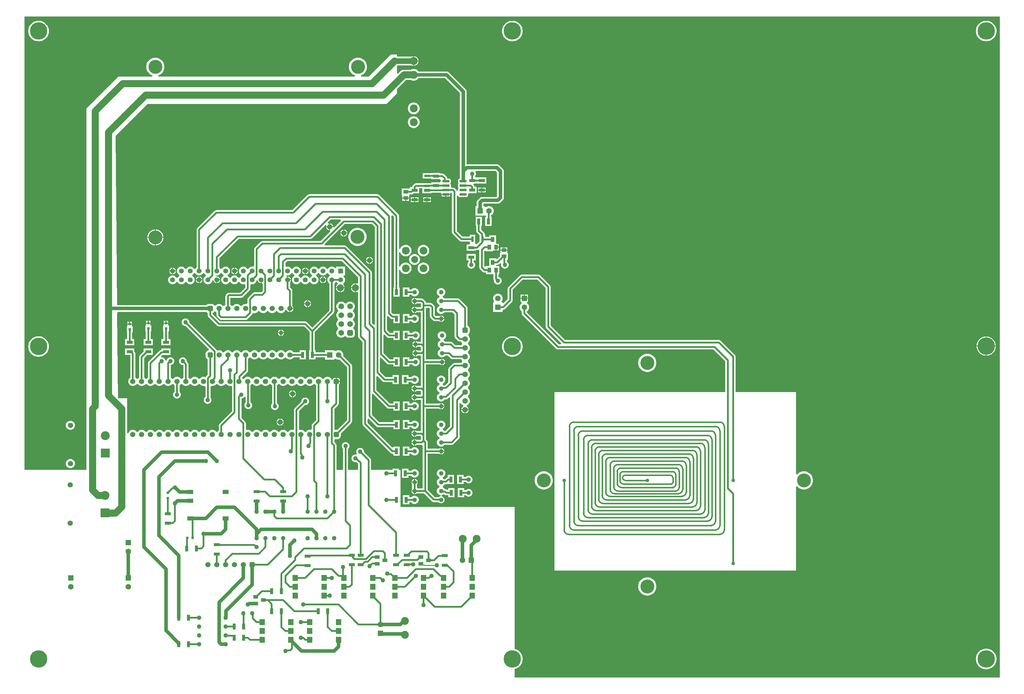
<source format=gtl>
G04*
G04 #@! TF.GenerationSoftware,Altium Limited,Altium Designer,22.11.1 (43)*
G04*
G04 Layer_Physical_Order=1*
G04 Layer_Color=255*
%FSLAX44Y44*%
%MOMM*%
G71*
G04*
G04 #@! TF.SameCoordinates,B54C2437-7CCA-4C96-8E11-22E7B733F24C*
G04*
G04*
G04 #@! TF.FilePolarity,Positive*
G04*
G01*
G75*
%ADD13C,0.5080*%
%ADD16C,0.4000*%
%ADD17C,0.2540*%
%ADD21R,1.7018X0.9144*%
%ADD22R,0.8000X0.8000*%
%ADD23R,1.5492X0.6524*%
%ADD24R,0.6524X1.5492*%
G04:AMPARAMS|DCode=25|XSize=1.97mm|YSize=0.6mm|CornerRadius=0.075mm|HoleSize=0mm|Usage=FLASHONLY|Rotation=0.000|XOffset=0mm|YOffset=0mm|HoleType=Round|Shape=RoundedRectangle|*
%AMROUNDEDRECTD25*
21,1,1.9700,0.4500,0,0,0.0*
21,1,1.8200,0.6000,0,0,0.0*
1,1,0.1500,0.9100,-0.2250*
1,1,0.1500,-0.9100,-0.2250*
1,1,0.1500,-0.9100,0.2250*
1,1,0.1500,0.9100,0.2250*
%
%ADD25ROUNDEDRECTD25*%
%ADD26R,0.9144X1.7018*%
%ADD27R,1.0000X1.4000*%
%ADD28R,1.4300X1.1000*%
%ADD29R,0.8000X0.8000*%
%ADD30R,1.5200X1.7800*%
%ADD31R,1.4000X1.0000*%
%ADD32R,1.8000X1.2000*%
%ADD49C,2.2606*%
%ADD53C,2.0066*%
%ADD54C,2.2098*%
%ADD65C,2.0000*%
%ADD66C,1.0000*%
%ADD67C,1.6000*%
%ADD68R,2.5500X2.5500*%
%ADD69C,2.5500*%
%ADD70C,1.5080*%
%ADD71C,1.0160*%
%ADD72C,1.6050*%
%ADD73R,1.6050X1.6050*%
%ADD74R,1.6050X1.6050*%
%ADD75C,4.0000*%
%ADD76C,1.3000*%
%ADD77C,1.6500*%
G04:AMPARAMS|DCode=78|XSize=1.65mm|YSize=1.65mm|CornerRadius=0.4125mm|HoleSize=0mm|Usage=FLASHONLY|Rotation=90.000|XOffset=0mm|YOffset=0mm|HoleType=Round|Shape=RoundedRectangle|*
%AMROUNDEDRECTD78*
21,1,1.6500,0.8250,0,0,90.0*
21,1,0.8250,1.6500,0,0,90.0*
1,1,0.8250,0.4125,0.4125*
1,1,0.8250,0.4125,-0.4125*
1,1,0.8250,-0.4125,-0.4125*
1,1,0.8250,-0.4125,0.4125*
%
%ADD78ROUNDEDRECTD78*%
%ADD79C,1.6000*%
G04:AMPARAMS|DCode=80|XSize=1.6mm|YSize=1.6mm|CornerRadius=0.4mm|HoleSize=0mm|Usage=FLASHONLY|Rotation=270.000|XOffset=0mm|YOffset=0mm|HoleType=Round|Shape=RoundedRectangle|*
%AMROUNDEDRECTD80*
21,1,1.6000,0.8000,0,0,270.0*
21,1,0.8000,1.6000,0,0,270.0*
1,1,0.8000,-0.4000,-0.4000*
1,1,0.8000,-0.4000,0.4000*
1,1,0.8000,0.4000,0.4000*
1,1,0.8000,0.4000,-0.4000*
%
%ADD80ROUNDEDRECTD80*%
%ADD81C,1.5200*%
G04:AMPARAMS|DCode=82|XSize=1.52mm|YSize=1.52mm|CornerRadius=0.38mm|HoleSize=0mm|Usage=FLASHONLY|Rotation=180.000|XOffset=0mm|YOffset=0mm|HoleType=Round|Shape=RoundedRectangle|*
%AMROUNDEDRECTD82*
21,1,1.5200,0.7600,0,0,180.0*
21,1,0.7600,1.5200,0,0,180.0*
1,1,0.7600,-0.3800,0.3800*
1,1,0.7600,0.3800,0.3800*
1,1,0.7600,0.3800,-0.3800*
1,1,0.7600,-0.3800,-0.3800*
%
%ADD82ROUNDEDRECTD82*%
%ADD83C,1.3900*%
%ADD84R,1.3900X1.3900*%
%ADD85C,1.2700*%
%ADD86C,1.5000*%
%ADD87C,2.0000*%
%ADD88C,5.0000*%
G36*
X2800000Y920D02*
X2799080Y0D01*
X1407160D01*
Y24437D01*
X1407727Y24527D01*
X1412149Y25964D01*
X1416292Y28075D01*
X1420054Y30808D01*
X1423342Y34096D01*
X1426075Y37858D01*
X1428186Y42001D01*
X1429623Y46423D01*
X1430350Y51015D01*
Y55665D01*
X1429623Y60257D01*
X1428186Y64679D01*
X1426075Y68822D01*
X1423342Y72584D01*
X1420054Y75872D01*
X1416292Y78605D01*
X1412149Y80716D01*
X1407727Y82153D01*
X1407160Y82242D01*
Y490220D01*
X1079500D01*
Y596900D01*
X1074896D01*
Y599789D01*
X1056672D01*
Y596900D01*
X1043018D01*
X1040294Y597630D01*
X1037426D01*
X1034702Y596900D01*
X995201D01*
Y624840D01*
X995201Y624840D01*
X994958Y626688D01*
X994244Y628410D01*
X993110Y629889D01*
X993109Y629890D01*
X974820Y648179D01*
Y650404D01*
X974078Y653173D01*
X972644Y655657D01*
X970617Y657684D01*
X968133Y659118D01*
X965364Y659860D01*
X962496D01*
X959727Y659118D01*
X957243Y657684D01*
X955216Y655657D01*
X953782Y653173D01*
X953040Y650404D01*
Y647536D01*
X953782Y644767D01*
X954609Y643334D01*
X952592Y640489D01*
X951394Y640810D01*
X948526D01*
X945757Y640068D01*
X943273Y638634D01*
X941246Y636607D01*
X939812Y634123D01*
X939070Y631354D01*
Y628486D01*
X939812Y625717D01*
X941246Y623233D01*
X943273Y621206D01*
X945757Y619772D01*
X948526Y619030D01*
X951394D01*
X952513Y619330D01*
X955615Y616228D01*
X955615Y616228D01*
X957094Y615093D01*
X957322Y614999D01*
X958059Y614262D01*
Y596900D01*
X929161D01*
Y657220D01*
X930734Y658793D01*
X932168Y661277D01*
X932910Y664046D01*
Y666914D01*
X932168Y669683D01*
X930734Y672167D01*
X928707Y674194D01*
X926223Y675628D01*
X923454Y676370D01*
X920586D01*
X917817Y675628D01*
X915333Y674194D01*
X913306Y672167D01*
X911872Y669683D01*
X911130Y666914D01*
Y664046D01*
X911872Y661277D01*
X913306Y658793D01*
X914879Y657220D01*
Y596900D01*
X896141D01*
Y666750D01*
X895898Y668598D01*
X895184Y670321D01*
X894050Y671799D01*
X894049Y671800D01*
X889791Y676058D01*
Y683737D01*
X891550Y685279D01*
X899150D01*
X901588Y685600D01*
X903860Y686542D01*
X905811Y688039D01*
X907308Y689990D01*
X908250Y692262D01*
X908571Y694700D01*
Y701621D01*
X938499Y731550D01*
X938500Y731551D01*
X939634Y733029D01*
X940348Y734752D01*
X940591Y736600D01*
Y895350D01*
X940591Y895350D01*
X940348Y897198D01*
X939634Y898921D01*
X938500Y900399D01*
X914910Y923989D01*
X915265Y925314D01*
Y928886D01*
X914341Y932336D01*
X912555Y935429D01*
X910029Y937955D01*
X906936Y939741D01*
X903486Y940665D01*
X899914D01*
X896464Y939741D01*
X893371Y937955D01*
X893135Y937719D01*
X889865Y939073D01*
Y940665D01*
X862735D01*
Y934241D01*
X835628D01*
Y940149D01*
X833657D01*
Y992976D01*
X887700Y1047019D01*
X888834Y1048497D01*
X889548Y1050220D01*
X889791Y1052068D01*
X889791Y1052068D01*
Y1132701D01*
X890319Y1133006D01*
X892645Y1135331D01*
X892949Y1135859D01*
X896795D01*
X899278Y1133222D01*
X899186Y1130406D01*
X899118Y1130257D01*
X898957Y1130052D01*
X896746Y1127840D01*
X895095Y1124980D01*
X894240Y1121791D01*
Y1121410D01*
X919320D01*
Y1121791D01*
X918465Y1124980D01*
X916814Y1127840D01*
X915532Y1129122D01*
X915640Y1132820D01*
X915864Y1133151D01*
X918045Y1135331D01*
X919689Y1138179D01*
X920540Y1141356D01*
Y1144644D01*
X919689Y1147821D01*
X918045Y1150669D01*
X916074Y1152640D01*
X916303Y1154137D01*
X917209Y1155910D01*
X920540D01*
Y1180890D01*
X895560D01*
Y1177559D01*
X893787Y1176653D01*
X892290Y1176423D01*
X890319Y1178394D01*
X887471Y1180039D01*
X884294Y1180890D01*
X881006D01*
X877829Y1180039D01*
X874981Y1178394D01*
X872655Y1176069D01*
X871764Y1174525D01*
X868136D01*
X867244Y1176069D01*
X864919Y1178394D01*
X862071Y1180039D01*
X858894Y1180890D01*
X855606D01*
X852429Y1180039D01*
X849581Y1178394D01*
X847255Y1176069D01*
X846364Y1174525D01*
X842736D01*
X841844Y1176069D01*
X839519Y1178394D01*
X836671Y1180039D01*
X833494Y1180890D01*
X830206D01*
X827029Y1180039D01*
X824181Y1178394D01*
X821855Y1176069D01*
X820211Y1173221D01*
X819360Y1170044D01*
Y1166756D01*
X820211Y1163579D01*
X821855Y1160731D01*
X824181Y1158406D01*
X825725Y1157514D01*
Y1153886D01*
X824181Y1152995D01*
X821855Y1150669D01*
X820964Y1149125D01*
X817336D01*
X816444Y1150669D01*
X814119Y1152995D01*
X811271Y1154639D01*
X808094Y1155490D01*
X804806D01*
X801629Y1154639D01*
X798781Y1152995D01*
X796456Y1150669D01*
X795564Y1149125D01*
X791936D01*
X791044Y1150669D01*
X788719Y1152995D01*
X787175Y1153886D01*
Y1157514D01*
X788719Y1158406D01*
X791044Y1160731D01*
X792689Y1163579D01*
X793540Y1166756D01*
Y1170044D01*
X792689Y1173221D01*
X791044Y1176069D01*
X788719Y1178394D01*
X785871Y1180039D01*
X782694Y1180890D01*
X779406D01*
X776229Y1180039D01*
X773381Y1178394D01*
X771056Y1176069D01*
X770164Y1174525D01*
X766536D01*
X765645Y1176069D01*
X763319Y1178394D01*
X760471Y1180039D01*
X757294Y1180890D01*
X754006D01*
X752691Y1180538D01*
X749421Y1182766D01*
Y1191442D01*
X754798Y1196819D01*
X911442D01*
X958059Y1150202D01*
Y1133720D01*
X954800Y1131825D01*
X951611Y1132680D01*
X951230D01*
Y1120140D01*
Y1107600D01*
X951611D01*
X954800Y1108455D01*
X958059Y1106560D01*
Y980440D01*
X958059Y980440D01*
X958302Y978592D01*
X959016Y976870D01*
X960151Y975390D01*
X970759Y964782D01*
Y728980D01*
X970759Y728980D01*
X971002Y727132D01*
X971716Y725409D01*
X972850Y723931D01*
X1051590Y645191D01*
X1053070Y644056D01*
X1054792Y643342D01*
X1056640Y643099D01*
X1059212Y641095D01*
Y637191D01*
X1077436D01*
Y663289D01*
X1059212D01*
Y662039D01*
X1056191Y660788D01*
X985041Y731938D01*
Y742675D01*
X988311Y744030D01*
X1010950Y721391D01*
X1010950Y721391D01*
X1012430Y720256D01*
X1014152Y719542D01*
X1016000Y719299D01*
X1016000Y719299D01*
X1059212D01*
Y713391D01*
X1077436D01*
Y739489D01*
X1059212D01*
Y733581D01*
X1018958D01*
X997741Y754798D01*
Y813795D01*
X1001011Y815150D01*
X1041430Y774731D01*
X1041431Y774731D01*
X1042909Y773596D01*
X1044632Y772882D01*
X1046480Y772639D01*
X1046480Y772639D01*
X1059212D01*
Y766731D01*
X1077436D01*
Y792829D01*
X1059212D01*
Y786921D01*
X1049438D01*
X1010441Y825918D01*
Y864947D01*
X1013462Y866199D01*
X1028730Y850931D01*
X1028730Y850930D01*
X1030210Y849796D01*
X1031932Y849082D01*
X1033780Y848839D01*
X1033780Y848839D01*
X1056672D01*
Y842931D01*
X1074896D01*
Y869029D01*
X1056672D01*
Y863121D01*
X1036738D01*
X1020601Y879258D01*
Y918287D01*
X1023622Y919539D01*
X1041430Y901731D01*
X1041431Y901730D01*
X1042909Y900596D01*
X1044632Y899882D01*
X1046480Y899639D01*
X1046480Y899639D01*
X1059212D01*
Y893731D01*
X1077436D01*
Y919829D01*
X1059212D01*
Y913921D01*
X1049438D01*
X1030761Y932598D01*
Y984327D01*
X1033782Y985579D01*
X1041430Y977931D01*
X1041431Y977931D01*
X1042909Y976796D01*
X1044632Y976082D01*
X1046480Y975839D01*
X1046480Y975839D01*
X1059212D01*
Y969931D01*
X1077436D01*
Y996029D01*
X1059212D01*
Y990121D01*
X1049438D01*
X1040921Y998638D01*
Y1037315D01*
X1044191Y1038670D01*
X1050702Y1032160D01*
X1052180Y1031025D01*
X1053903Y1030311D01*
X1055751Y1030068D01*
X1055751Y1030068D01*
X1059212D01*
Y1018191D01*
X1077436D01*
Y1044289D01*
X1066756D01*
X1066292Y1044350D01*
X1066292Y1044350D01*
X1058709D01*
X1053621Y1049438D01*
Y1325880D01*
X1053621Y1325880D01*
X1053470Y1327026D01*
X1055307Y1328363D01*
X1056399Y1328722D01*
X1061183Y1323938D01*
Y1120489D01*
X1059212D01*
Y1094391D01*
X1077436D01*
Y1120489D01*
X1075465D01*
Y1171128D01*
X1078735Y1171450D01*
X1078789Y1171181D01*
X1080039Y1168162D01*
X1081854Y1165445D01*
X1084165Y1163135D01*
X1086882Y1161319D01*
X1089901Y1160069D01*
X1093106Y1159431D01*
X1096374D01*
X1099579Y1160069D01*
X1102598Y1161319D01*
X1105315Y1163135D01*
X1107626Y1165445D01*
X1109441Y1168162D01*
X1110692Y1171181D01*
X1111329Y1174386D01*
Y1177654D01*
X1110692Y1180859D01*
X1109441Y1183878D01*
X1107626Y1186595D01*
X1105315Y1188905D01*
X1102598Y1190721D01*
X1099579Y1191972D01*
X1096374Y1192609D01*
X1093106D01*
X1089901Y1191972D01*
X1086882Y1190721D01*
X1084165Y1188905D01*
X1081854Y1186595D01*
X1080039Y1183878D01*
X1078789Y1180859D01*
X1078735Y1180590D01*
X1075465Y1180912D01*
Y1221928D01*
X1078735Y1222250D01*
X1078789Y1221981D01*
X1080039Y1218962D01*
X1081854Y1216245D01*
X1084165Y1213934D01*
X1086882Y1212119D01*
X1089901Y1210869D01*
X1093106Y1210231D01*
X1096374D01*
X1099579Y1210869D01*
X1102598Y1212119D01*
X1105315Y1213934D01*
X1107626Y1216245D01*
X1109441Y1218962D01*
X1110692Y1221981D01*
X1111329Y1225186D01*
Y1228454D01*
X1110692Y1231659D01*
X1109441Y1234678D01*
X1107626Y1237395D01*
X1105315Y1239706D01*
X1102598Y1241521D01*
X1099579Y1242772D01*
X1096374Y1243409D01*
X1093106D01*
X1089901Y1242772D01*
X1086882Y1241521D01*
X1084165Y1239706D01*
X1081854Y1237395D01*
X1080039Y1234678D01*
X1078789Y1231659D01*
X1078735Y1231390D01*
X1075465Y1231712D01*
Y1326896D01*
X1075222Y1328744D01*
X1074508Y1330466D01*
X1073373Y1331945D01*
X1073373Y1331946D01*
X1018510Y1386810D01*
X1017030Y1387944D01*
X1015308Y1388658D01*
X1013460Y1388901D01*
X1013460Y1388901D01*
X817880D01*
X816032Y1388658D01*
X814309Y1387944D01*
X812831Y1386810D01*
X812830Y1386809D01*
X769202Y1343181D01*
X551180D01*
X549332Y1342938D01*
X547609Y1342224D01*
X546130Y1341089D01*
X546130Y1341089D01*
X496600Y1291559D01*
X495466Y1290081D01*
X494752Y1288358D01*
X494509Y1286510D01*
X494509Y1286510D01*
Y1178699D01*
X493981Y1178394D01*
X491656Y1176069D01*
X490764Y1174525D01*
X487136D01*
X486245Y1176069D01*
X483919Y1178394D01*
X481071Y1180039D01*
X477894Y1180890D01*
X474606D01*
X471429Y1180039D01*
X468581Y1178394D01*
X466255Y1176069D01*
X465364Y1174525D01*
X461736D01*
X460844Y1176069D01*
X458519Y1178394D01*
X455671Y1180039D01*
X452494Y1180890D01*
X449206D01*
X446029Y1180039D01*
X443181Y1178394D01*
X440855Y1176069D01*
X439211Y1173221D01*
X438360Y1170044D01*
Y1166756D01*
X439211Y1163579D01*
X440855Y1160731D01*
X443181Y1158406D01*
X444725Y1157514D01*
Y1153886D01*
X443181Y1152995D01*
X440855Y1150669D01*
X439964Y1149125D01*
X436336D01*
X435444Y1150669D01*
X433119Y1152995D01*
X430271Y1154639D01*
X427094Y1155490D01*
X423806D01*
X420629Y1154639D01*
X417781Y1152995D01*
X415456Y1150669D01*
X413811Y1147821D01*
X412960Y1144644D01*
Y1141356D01*
X413811Y1138179D01*
X415456Y1135331D01*
X417781Y1133006D01*
X420629Y1131361D01*
X423806Y1130510D01*
X427094D01*
X430271Y1131361D01*
X433119Y1133006D01*
X435444Y1135331D01*
X436336Y1136875D01*
X439964D01*
X440855Y1135331D01*
X443181Y1133006D01*
X446029Y1131361D01*
X449206Y1130510D01*
X452494D01*
X455671Y1131361D01*
X458519Y1133006D01*
X460844Y1135331D01*
X461736Y1136875D01*
X465364D01*
X466255Y1135331D01*
X468581Y1133006D01*
X471429Y1131361D01*
X474606Y1130510D01*
X477894D01*
X481071Y1131361D01*
X483919Y1133006D01*
X486245Y1135331D01*
X487889Y1138179D01*
X488740Y1141356D01*
Y1144644D01*
X487889Y1147821D01*
X486245Y1150669D01*
X483919Y1152995D01*
X482375Y1153886D01*
Y1157514D01*
X483919Y1158406D01*
X486245Y1160731D01*
X487136Y1162275D01*
X490764D01*
X491656Y1160731D01*
X493981Y1158406D01*
X496829Y1156761D01*
X500006Y1155910D01*
X503294D01*
X506471Y1156761D01*
X509319Y1158406D01*
X511645Y1160731D01*
X512536Y1162275D01*
X516164D01*
X517056Y1160731D01*
X519381Y1158406D01*
X520925Y1157514D01*
Y1153886D01*
X519381Y1152995D01*
X517056Y1150669D01*
X515411Y1147821D01*
X514560Y1144644D01*
Y1141356D01*
X515411Y1138179D01*
X517056Y1135331D01*
X519381Y1133006D01*
X522229Y1131361D01*
X525406Y1130510D01*
X528694D01*
X531871Y1131361D01*
X534719Y1133006D01*
X537044Y1135331D01*
X538689Y1138179D01*
X539540Y1141356D01*
Y1142387D01*
X539690Y1142476D01*
X540783Y1142234D01*
X543222Y1140772D01*
X543607Y1139337D01*
X544856Y1137173D01*
X546623Y1135406D01*
X548787Y1134157D01*
X551180Y1133515D01*
Y1143000D01*
X552450D01*
Y1144270D01*
X561935D01*
X561293Y1146663D01*
X560044Y1148827D01*
X558277Y1150594D01*
X556113Y1151843D01*
X553699Y1152490D01*
X552699D01*
X550471Y1154577D01*
X551182Y1155910D01*
X554094D01*
X557271Y1156761D01*
X560119Y1158406D01*
X562444Y1160731D01*
X563336Y1162275D01*
X566964D01*
X567855Y1160731D01*
X570181Y1158406D01*
X571725Y1157514D01*
Y1153886D01*
X570181Y1152995D01*
X567855Y1150669D01*
X566211Y1147821D01*
X565360Y1144644D01*
Y1141356D01*
X566211Y1138179D01*
X567855Y1135331D01*
X570181Y1133006D01*
X573029Y1131361D01*
X576206Y1130510D01*
X579494D01*
X582671Y1131361D01*
X585519Y1133006D01*
X587845Y1135331D01*
X588736Y1136875D01*
X592364D01*
X593256Y1135331D01*
X595581Y1133006D01*
X598429Y1131361D01*
X601606Y1130510D01*
X604894D01*
X608071Y1131361D01*
X610919Y1133006D01*
X613245Y1135331D01*
X614136Y1136875D01*
X617764D01*
X618656Y1135331D01*
X620981Y1133006D01*
X623829Y1131361D01*
X627006Y1130510D01*
X630294D01*
X630939Y1130683D01*
X634209Y1128174D01*
Y1120558D01*
X619342Y1105691D01*
X587176D01*
X585327Y1105448D01*
X583605Y1104734D01*
X582126Y1103599D01*
X582126Y1103599D01*
X579151Y1100624D01*
X578016Y1099145D01*
X577302Y1097422D01*
X577059Y1095574D01*
X577059Y1095574D01*
Y1071500D01*
X576132Y1070965D01*
X573685Y1068518D01*
X573388Y1068003D01*
X569612D01*
X569315Y1068518D01*
X566868Y1070965D01*
X563872Y1072694D01*
X560530Y1073590D01*
X557070D01*
X553728Y1072694D01*
X550732Y1070965D01*
X548848Y1069081D01*
X546505Y1069000D01*
X545020Y1069402D01*
X543861Y1070911D01*
X541910Y1072408D01*
X539638Y1073350D01*
X537200Y1073671D01*
X529600D01*
X527162Y1073350D01*
X524890Y1072408D01*
X522939Y1070911D01*
X522295Y1070072D01*
X266332D01*
X261620Y1557020D01*
X353060Y1648460D01*
X1038860D01*
X1069340Y1678940D01*
Y1691220D01*
X1095735Y1717614D01*
X1109232D01*
X1109622Y1717354D01*
X1112687Y1716084D01*
X1115941Y1715437D01*
X1119259D01*
X1122513Y1716084D01*
X1125578Y1717354D01*
X1128337Y1719197D01*
X1130683Y1721543D01*
X1131428Y1722658D01*
X1207594D01*
X1250218Y1680034D01*
Y1455420D01*
Y1433854D01*
X1250040D01*
X1247976Y1433443D01*
X1246226Y1432274D01*
X1245057Y1430524D01*
X1244646Y1428460D01*
Y1423960D01*
X1245057Y1421896D01*
X1246226Y1420146D01*
Y1419574D01*
X1245057Y1417824D01*
X1244646Y1415760D01*
Y1411260D01*
X1245057Y1409196D01*
X1246226Y1407446D01*
Y1406874D01*
X1245057Y1405124D01*
X1244646Y1403060D01*
Y1400109D01*
X1241376Y1398820D01*
X1241338Y1398848D01*
X1240624Y1400571D01*
X1239490Y1402050D01*
X1235679Y1405860D01*
X1234201Y1406994D01*
X1232478Y1407708D01*
X1230630Y1407951D01*
X1230630Y1407951D01*
X1226625D01*
X1224226Y1411221D01*
X1224234Y1411260D01*
Y1415760D01*
X1223823Y1417824D01*
X1222654Y1419574D01*
Y1420146D01*
X1223823Y1421896D01*
X1224234Y1423960D01*
Y1428460D01*
X1223823Y1430524D01*
X1222654Y1432274D01*
X1220904Y1433443D01*
X1218840Y1433854D01*
X1213641D01*
Y1435100D01*
X1213398Y1436948D01*
X1212684Y1438671D01*
X1211550Y1440150D01*
X1211549Y1440150D01*
X1205453Y1446246D01*
X1203975Y1447380D01*
X1202252Y1448094D01*
X1200404Y1448337D01*
X1200404Y1448337D01*
X1194149D01*
Y1450308D01*
X1168051D01*
X1167986Y1449544D01*
X1143414D01*
Y1433940D01*
X1167986D01*
X1168051Y1432084D01*
X1192887D01*
X1193233Y1431889D01*
X1195422Y1429341D01*
X1195246Y1428460D01*
Y1425692D01*
X1194466Y1423689D01*
X1192128Y1422876D01*
X1168051D01*
X1167986Y1421020D01*
X1143414D01*
Y1420359D01*
X1123658D01*
X1121810Y1420116D01*
X1120088Y1419402D01*
X1118608Y1418268D01*
X1118608Y1418267D01*
X1115090Y1414749D01*
X1113956Y1413271D01*
X1113242Y1411548D01*
X1112999Y1409700D01*
X1109863Y1409668D01*
X1107091D01*
Y1408756D01*
X1106430Y1405760D01*
X1083050D01*
Y1385680D01*
X1085050D01*
Y1379230D01*
X1094740D01*
X1104430D01*
Y1385680D01*
X1106430D01*
Y1388579D01*
X1111367D01*
X1111367Y1388579D01*
X1113215Y1388822D01*
X1114938Y1389536D01*
X1116416Y1390670D01*
X1117190Y1391444D01*
X1133189D01*
Y1406077D01*
X1142651D01*
Y1391444D01*
X1168749D01*
Y1393542D01*
X1194876D01*
X1195444Y1393138D01*
X1197286Y1390360D01*
Y1389380D01*
X1222195D01*
Y1390360D01*
X1222187Y1390399D01*
X1223934Y1393210D01*
X1224029Y1393284D01*
X1227299Y1392449D01*
Y1280160D01*
X1227299Y1280160D01*
X1227542Y1278312D01*
X1228256Y1276590D01*
X1229390Y1275110D01*
X1249710Y1254791D01*
X1249710Y1254790D01*
X1251189Y1253656D01*
X1252912Y1252942D01*
X1254760Y1252699D01*
X1254760Y1252699D01*
X1278416D01*
Y1247838D01*
X1278416Y1247554D01*
X1277730Y1244568D01*
X1269651D01*
Y1226344D01*
X1295749D01*
Y1228136D01*
X1298829Y1228315D01*
X1300677Y1228558D01*
X1302399Y1229272D01*
X1302844Y1229612D01*
X1302978Y1229602D01*
X1305916Y1228166D01*
X1306039Y1228031D01*
Y1178560D01*
X1306039Y1178560D01*
X1306282Y1176712D01*
X1306996Y1174989D01*
X1308130Y1173511D01*
X1315750Y1165891D01*
X1315750Y1165891D01*
X1317229Y1164756D01*
X1318952Y1164042D01*
X1320800Y1163799D01*
X1320800Y1163799D01*
X1325280D01*
Y1159400D01*
X1346679D01*
Y1145540D01*
X1346679Y1145540D01*
X1346922Y1143692D01*
X1347636Y1141970D01*
X1348010Y1141482D01*
Y1139026D01*
X1348752Y1136257D01*
X1350186Y1133773D01*
X1352213Y1131746D01*
X1354697Y1130312D01*
X1357466Y1129570D01*
X1360334D01*
X1363103Y1130312D01*
X1365587Y1131746D01*
X1367614Y1133773D01*
X1369048Y1136257D01*
X1369790Y1139026D01*
Y1141894D01*
X1369048Y1144663D01*
X1367614Y1147147D01*
X1365587Y1149174D01*
X1363103Y1150608D01*
X1360961Y1151182D01*
Y1159400D01*
X1363360D01*
Y1182480D01*
X1353860D01*
Y1185799D01*
X1357650D01*
X1357650Y1185799D01*
X1359498Y1186042D01*
X1361221Y1186756D01*
X1362699Y1187890D01*
X1365868Y1191059D01*
X1368799Y1189366D01*
X1368330Y1187614D01*
Y1184746D01*
X1369072Y1181977D01*
X1370506Y1179493D01*
X1372533Y1177466D01*
X1375017Y1176032D01*
X1377786Y1175290D01*
X1380654D01*
X1383423Y1176032D01*
X1385907Y1177466D01*
X1387934Y1179493D01*
X1389368Y1181977D01*
X1390110Y1184746D01*
Y1187614D01*
X1389368Y1190383D01*
X1387934Y1192867D01*
X1385907Y1194894D01*
X1385091Y1195365D01*
Y1200280D01*
X1388370D01*
Y1220360D01*
X1386370D01*
Y1226810D01*
X1376680D01*
X1366990D01*
Y1220360D01*
X1364990D01*
Y1210379D01*
X1357130Y1202519D01*
X1353860Y1203874D01*
Y1204480D01*
X1334780D01*
Y1182480D01*
X1325280D01*
Y1182480D01*
X1322062Y1181057D01*
X1320321Y1182413D01*
Y1225507D01*
X1322062Y1226863D01*
X1325280Y1225440D01*
Y1225440D01*
X1344360Y1225440D01*
X1346801Y1227440D01*
X1347630Y1227440D01*
X1352550D01*
Y1236980D01*
X1353820D01*
Y1238250D01*
X1361360D01*
Y1246520D01*
X1356749D01*
X1353860Y1247440D01*
X1353860Y1249790D01*
Y1270520D01*
X1334780D01*
Y1266121D01*
X1322544D01*
Y1272126D01*
X1322544D01*
X1321088Y1274793D01*
X1320918Y1276088D01*
X1320204Y1277811D01*
X1319070Y1279289D01*
X1319069Y1279290D01*
X1311685Y1286674D01*
Y1297591D01*
X1313656D01*
Y1323689D01*
X1295432D01*
Y1297591D01*
X1297403D01*
Y1283716D01*
X1297403Y1283716D01*
X1297646Y1281868D01*
X1298360Y1280146D01*
X1299494Y1278667D01*
X1306879Y1271282D01*
Y1259118D01*
X1306879Y1259118D01*
X1306879Y1259118D01*
Y1253605D01*
X1298674Y1245400D01*
X1297871Y1245172D01*
X1294135Y1247120D01*
X1294111Y1247159D01*
X1294020Y1247554D01*
X1294020Y1247838D01*
Y1272126D01*
X1278416D01*
Y1266981D01*
X1257718D01*
X1241581Y1283118D01*
Y1384509D01*
X1244851Y1384831D01*
X1245057Y1383796D01*
X1246226Y1382046D01*
X1247976Y1380877D01*
X1250040Y1380466D01*
X1268240D01*
X1270304Y1380877D01*
X1272054Y1382046D01*
X1273223Y1383796D01*
X1273634Y1385860D01*
Y1390360D01*
X1274940Y1391952D01*
X1298289D01*
Y1410176D01*
X1292318D01*
X1292138Y1411548D01*
X1291424Y1413271D01*
X1290289Y1414749D01*
X1288925Y1416114D01*
X1290280Y1419384D01*
X1298289D01*
Y1419384D01*
X1300131D01*
Y1419384D01*
X1326229D01*
Y1437608D01*
X1300131D01*
Y1437608D01*
X1298289D01*
Y1437608D01*
X1295073D01*
X1293719Y1440878D01*
X1293954Y1441113D01*
X1295388Y1443597D01*
X1296130Y1446366D01*
Y1449234D01*
X1295388Y1452003D01*
X1294993Y1452688D01*
X1296881Y1455958D01*
X1352374D01*
X1356898Y1451434D01*
Y1383206D01*
X1354914Y1381222D01*
X1313958D01*
X1311467Y1380894D01*
X1310506Y1380496D01*
X1309147Y1379933D01*
X1307154Y1378404D01*
X1301296Y1372546D01*
X1299767Y1370553D01*
X1298806Y1368233D01*
X1298478Y1365742D01*
Y1354685D01*
X1294535D01*
Y1327555D01*
X1321665D01*
Y1327555D01*
X1324935Y1327678D01*
X1325597Y1327236D01*
Y1323689D01*
X1322864D01*
Y1297591D01*
X1341088D01*
Y1323689D01*
X1339879D01*
Y1329140D01*
X1341829Y1330265D01*
X1344355Y1332791D01*
X1346141Y1335884D01*
X1347065Y1339334D01*
Y1342906D01*
X1346141Y1346356D01*
X1344355Y1349449D01*
X1341829Y1351975D01*
X1338736Y1353761D01*
X1335286Y1354685D01*
X1331714D01*
X1328264Y1353761D01*
X1325171Y1351975D01*
X1324935Y1351739D01*
X1321665Y1353093D01*
Y1354685D01*
X1317722D01*
Y1361756D01*
X1317944Y1361978D01*
X1358900D01*
X1361390Y1362306D01*
X1363711Y1363267D01*
X1365704Y1364796D01*
X1373324Y1372416D01*
X1374853Y1374409D01*
X1375814Y1376730D01*
X1376142Y1379220D01*
Y1455420D01*
X1375814Y1457910D01*
X1374853Y1460231D01*
X1373324Y1462224D01*
X1363164Y1472384D01*
X1361171Y1473913D01*
X1358850Y1474874D01*
X1356360Y1475202D01*
X1270000D01*
X1269462Y1475674D01*
Y1684020D01*
X1269134Y1686510D01*
X1268173Y1688831D01*
X1266644Y1690824D01*
X1218384Y1739084D01*
X1216391Y1740613D01*
X1214070Y1741574D01*
X1211580Y1741902D01*
X1131428D01*
X1130683Y1743017D01*
X1128337Y1745363D01*
X1125578Y1747206D01*
X1122513Y1748476D01*
X1119259Y1749123D01*
X1115941D01*
X1112687Y1748476D01*
X1109622Y1747206D01*
X1109232Y1746945D01*
X1089660D01*
X1085864Y1746446D01*
X1082327Y1744981D01*
X1079290Y1742650D01*
X1072361Y1735721D01*
X1069340Y1736973D01*
Y1757260D01*
X1071312Y1759232D01*
X1111821D01*
X1112257Y1758980D01*
X1115778Y1758037D01*
X1116330D01*
Y1771880D01*
Y1785723D01*
X1115778D01*
X1112257Y1784780D01*
X1111821Y1784528D01*
X1070621D01*
X1070553Y1784581D01*
X1069340Y1785083D01*
Y1790700D01*
X1051560Y1790700D01*
X988060Y1727200D01*
X966718D01*
X966067Y1730470D01*
X969914Y1732064D01*
X974180Y1734913D01*
X977807Y1738540D01*
X980656Y1742805D01*
X982619Y1747544D01*
X983620Y1752575D01*
Y1757705D01*
X982619Y1762736D01*
X980656Y1767475D01*
X977807Y1771740D01*
X974180Y1775367D01*
X969914Y1778216D01*
X965176Y1780179D01*
X960145Y1781180D01*
X955015D01*
X949984Y1780179D01*
X945246Y1778216D01*
X940981Y1775367D01*
X937353Y1771740D01*
X934504Y1767475D01*
X932541Y1762736D01*
X931540Y1757705D01*
Y1752575D01*
X932541Y1747544D01*
X934504Y1742805D01*
X937353Y1738540D01*
X940981Y1734913D01*
X945246Y1732064D01*
X949093Y1730470D01*
X948443Y1727200D01*
X385057Y1727200D01*
X384407Y1730470D01*
X388255Y1732064D01*
X392519Y1734913D01*
X396147Y1738540D01*
X398996Y1742805D01*
X400959Y1747544D01*
X401960Y1752575D01*
Y1757705D01*
X400959Y1762736D01*
X398996Y1767475D01*
X396147Y1771740D01*
X392519Y1775367D01*
X388255Y1778216D01*
X383516Y1780179D01*
X378485Y1781180D01*
X373355D01*
X368324Y1780179D01*
X363586Y1778216D01*
X359320Y1775367D01*
X355693Y1771740D01*
X352844Y1767475D01*
X350881Y1762736D01*
X349880Y1757705D01*
Y1752575D01*
X350881Y1747544D01*
X352844Y1742805D01*
X355693Y1738540D01*
X359320Y1734913D01*
X363586Y1732064D01*
X367433Y1730470D01*
X366782Y1727200D01*
X269240D01*
X177800Y1635760D01*
Y596900D01*
X0D01*
Y1899920D01*
X2800000D01*
Y920D01*
D02*
G37*
G36*
X909130Y1312929D02*
X889491Y1293290D01*
X888039Y1293653D01*
X887309Y1294130D01*
X877570D01*
Y1284391D01*
X878047Y1283661D01*
X878410Y1282209D01*
X850482Y1254281D01*
X683260D01*
X683260Y1254281D01*
X681412Y1254038D01*
X679689Y1253324D01*
X678211Y1252189D01*
X678210Y1252189D01*
X661909Y1235888D01*
X660774Y1234409D01*
X660061Y1232687D01*
X659818Y1230839D01*
X659818Y1230839D01*
Y1183120D01*
X656548Y1180661D01*
X655694Y1180890D01*
X652406D01*
X649229Y1180039D01*
X646381Y1178394D01*
X644055Y1176069D01*
X643164Y1174525D01*
X639536D01*
X638644Y1176069D01*
X636319Y1178394D01*
X633471Y1180039D01*
X630294Y1180890D01*
X627006D01*
X623829Y1180039D01*
X620981Y1178394D01*
X618656Y1176069D01*
X617011Y1173221D01*
X616160Y1170044D01*
Y1166756D01*
X617011Y1163579D01*
X618656Y1160731D01*
X620981Y1158406D01*
X622525Y1157514D01*
Y1153886D01*
X620981Y1152995D01*
X618656Y1150669D01*
X617764Y1149125D01*
X614136D01*
X613245Y1150669D01*
X610919Y1152995D01*
X608071Y1154639D01*
X604894Y1155490D01*
X601606D01*
X598429Y1154639D01*
X595581Y1152995D01*
X593256Y1150669D01*
X592364Y1149125D01*
X588736D01*
X587845Y1150669D01*
X585519Y1152995D01*
X583975Y1153886D01*
Y1157514D01*
X585519Y1158406D01*
X587845Y1160731D01*
X589489Y1163579D01*
X590340Y1166756D01*
Y1170044D01*
X589489Y1173221D01*
X587845Y1176069D01*
X585519Y1178394D01*
X582671Y1180039D01*
X579494Y1180890D01*
X576206D01*
X573029Y1180039D01*
X570181Y1178394D01*
X567855Y1176069D01*
X566964Y1174525D01*
X563336D01*
X562444Y1176069D01*
X560119Y1178394D01*
X559591Y1178699D01*
Y1204812D01*
X615098Y1260319D01*
X820420D01*
X820420Y1260319D01*
X822268Y1260562D01*
X823990Y1261276D01*
X825470Y1262411D01*
X864308Y1301249D01*
X866944Y1299275D01*
X866260Y1296722D01*
Y1296670D01*
X875030D01*
Y1305440D01*
X874978D01*
X872425Y1304756D01*
X870451Y1307392D01*
X879258Y1316199D01*
X907775D01*
X909130Y1312929D01*
D02*
G37*
G36*
X771056Y1160731D02*
X773381Y1158406D01*
X774925Y1157514D01*
Y1153886D01*
X773381Y1152995D01*
X771056Y1150669D01*
X769411Y1147821D01*
X768560Y1144644D01*
Y1141356D01*
X769411Y1138179D01*
X771056Y1135331D01*
X773381Y1133006D01*
X776229Y1131361D01*
X779406Y1130510D01*
X782694D01*
X785871Y1131361D01*
X788719Y1133006D01*
X791044Y1135331D01*
X791936Y1136875D01*
X795564D01*
X796456Y1135331D01*
X798781Y1133006D01*
X801629Y1131361D01*
X804806Y1130510D01*
X808094D01*
X811271Y1131361D01*
X814119Y1133006D01*
X816444Y1135331D01*
X817336Y1136875D01*
X820964D01*
X821855Y1135331D01*
X824181Y1133006D01*
X827029Y1131361D01*
X830206Y1130510D01*
X833494D01*
X836671Y1131361D01*
X839519Y1133006D01*
X841844Y1135331D01*
X843489Y1138179D01*
X844340Y1141356D01*
Y1144644D01*
X843489Y1147821D01*
X841844Y1150669D01*
X839519Y1152995D01*
X837975Y1153886D01*
Y1157514D01*
X839519Y1158406D01*
X841844Y1160731D01*
X842736Y1162275D01*
X846364D01*
X847255Y1160731D01*
X849581Y1158406D01*
X852429Y1156761D01*
X855606Y1155910D01*
X858894D01*
X862071Y1156761D01*
X864919Y1158406D01*
X867244Y1160731D01*
X868136Y1162275D01*
X871764D01*
X872655Y1160731D01*
X874981Y1158406D01*
X876525Y1157514D01*
Y1153886D01*
X874981Y1152995D01*
X872655Y1150669D01*
X871011Y1147821D01*
X870160Y1144644D01*
Y1141356D01*
X871011Y1138179D01*
X872655Y1135331D01*
X874981Y1133006D01*
X875509Y1132701D01*
Y1055026D01*
X826516Y1006033D01*
X811499Y1021049D01*
X810021Y1022184D01*
X808298Y1022898D01*
X806450Y1023141D01*
X806450Y1023141D01*
X561758D01*
X540541Y1044358D01*
Y1047924D01*
X541910Y1048492D01*
X543861Y1049989D01*
X545020Y1051498D01*
X546505Y1051900D01*
X548848Y1051819D01*
X550732Y1049935D01*
X551659Y1049400D01*
Y1041400D01*
X551659Y1041400D01*
X551902Y1039552D01*
X552616Y1037830D01*
X553750Y1036350D01*
X560100Y1030001D01*
X560101Y1030001D01*
X561580Y1028866D01*
X563302Y1028152D01*
X565150Y1027909D01*
X635000D01*
X635000Y1027909D01*
X636848Y1028152D01*
X638571Y1028866D01*
X640050Y1030001D01*
X652749Y1042700D01*
X652749Y1042701D01*
X653884Y1044180D01*
X654598Y1045902D01*
X658042Y1047478D01*
X658670Y1047310D01*
X662130D01*
X665472Y1048205D01*
X668468Y1049935D01*
X670915Y1052382D01*
X671212Y1052897D01*
X674988D01*
X675285Y1052382D01*
X677732Y1049935D01*
X680728Y1048205D01*
X684070Y1047310D01*
X687530D01*
X690872Y1048205D01*
X693868Y1049935D01*
X696315Y1052382D01*
X696612Y1052897D01*
X700388D01*
X700685Y1052382D01*
X703132Y1049935D01*
X706128Y1048205D01*
X709470Y1047310D01*
X712930D01*
X716272Y1048205D01*
X719268Y1049935D01*
X721715Y1052382D01*
X722012Y1052897D01*
X725788D01*
X726085Y1052382D01*
X728532Y1049935D01*
X731528Y1048205D01*
X734870Y1047310D01*
X738330D01*
X741672Y1048205D01*
X744668Y1049935D01*
X747115Y1052382D01*
X748845Y1055378D01*
X749160Y1056556D01*
X752546D01*
X752551Y1056536D01*
X753886Y1054224D01*
X755774Y1052336D01*
X758086Y1051001D01*
X760665Y1050310D01*
X760730D01*
Y1060450D01*
X762000D01*
Y1061720D01*
X772140D01*
Y1061785D01*
X771449Y1064364D01*
X770114Y1066676D01*
X769141Y1067649D01*
Y1111250D01*
X768898Y1113098D01*
X768184Y1114820D01*
X767049Y1116300D01*
X767049Y1116300D01*
X762791Y1120558D01*
Y1136720D01*
X763244Y1137173D01*
X764493Y1139337D01*
X765135Y1141730D01*
X755650D01*
Y1143000D01*
X754380D01*
Y1152485D01*
X753985Y1152379D01*
X753098Y1153016D01*
X752158Y1154423D01*
X752257Y1154564D01*
X753944Y1155927D01*
X754006Y1155910D01*
X757294D01*
X760471Y1156761D01*
X763319Y1158406D01*
X765645Y1160731D01*
X766536Y1162275D01*
X770164D01*
X771056Y1160731D01*
D02*
G37*
G36*
X680720Y1133515D02*
X681069Y1133609D01*
X684339Y1131289D01*
Y1110998D01*
X680302Y1106961D01*
X660400D01*
X660400Y1106961D01*
X658552Y1106718D01*
X656830Y1106004D01*
X655350Y1104870D01*
X655350Y1104869D01*
X642651Y1092169D01*
X641516Y1090691D01*
X640802Y1088968D01*
X640559Y1087120D01*
X640559Y1087120D01*
Y1075949D01*
X637289Y1073440D01*
X636730Y1073590D01*
X633270D01*
X629928Y1072694D01*
X626932Y1070965D01*
X624485Y1068518D01*
X624188Y1068003D01*
X620412D01*
X620115Y1068518D01*
X617668Y1070965D01*
X614672Y1072694D01*
X611330Y1073590D01*
X607870D01*
X604528Y1072694D01*
X601532Y1070965D01*
X599085Y1068518D01*
X598788Y1068003D01*
X595012D01*
X594715Y1068518D01*
X592268Y1070965D01*
X591341Y1071500D01*
Y1091409D01*
X622300D01*
X622300Y1091409D01*
X624148Y1091652D01*
X625871Y1092366D01*
X627350Y1093501D01*
X646399Y1112550D01*
X646400Y1112551D01*
X647534Y1114029D01*
X648248Y1115752D01*
X648491Y1117600D01*
X648491Y1117600D01*
Y1128174D01*
X651761Y1130683D01*
X652406Y1130510D01*
X655694D01*
X658871Y1131361D01*
X661719Y1133006D01*
X664044Y1135331D01*
X665689Y1138179D01*
X666540Y1141356D01*
Y1142387D01*
X666690Y1142476D01*
X667783Y1142234D01*
X670222Y1140772D01*
X670607Y1139337D01*
X671856Y1137173D01*
X673623Y1135406D01*
X675787Y1134157D01*
X678180Y1133515D01*
Y1143000D01*
X680720D01*
Y1133515D01*
D02*
G37*
G36*
X1006319Y1294982D02*
Y1014653D01*
X1003298Y1013401D01*
X997741Y1018958D01*
Y1163320D01*
X997741Y1163320D01*
X997498Y1165168D01*
X996784Y1166890D01*
X995649Y1168370D01*
X924529Y1239490D01*
X923051Y1240624D01*
X921328Y1241338D01*
X919480Y1241581D01*
X919480Y1241581D01*
X862605D01*
X861250Y1244851D01*
X919898Y1303499D01*
X997802D01*
X1006319Y1294982D01*
D02*
G37*
G36*
X522939Y1049989D02*
X524890Y1048492D01*
X526259Y1047924D01*
Y1041400D01*
X526259Y1041400D01*
X526502Y1039552D01*
X527216Y1037830D01*
X528350Y1036350D01*
X553750Y1010951D01*
X553750Y1010950D01*
X555229Y1009816D01*
X556952Y1009102D01*
X558800Y1008859D01*
X558800Y1008859D01*
X803492D01*
X819375Y992976D01*
Y940149D01*
X817404D01*
Y914051D01*
X835628D01*
Y919959D01*
X862735D01*
Y913535D01*
X889865D01*
Y915127D01*
X893135Y916481D01*
X893371Y916245D01*
X896464Y914459D01*
X899914Y913535D01*
X903486D01*
X904811Y913890D01*
X926309Y892392D01*
Y739558D01*
X898472Y711721D01*
X891550D01*
X889791Y713263D01*
Y771742D01*
X900399Y782350D01*
X900399Y782350D01*
X901534Y783829D01*
X902248Y785552D01*
X902491Y787400D01*
X902491Y787400D01*
Y841707D01*
X903721Y842529D01*
X905122Y844626D01*
X905614Y847100D01*
Y849630D01*
X895350D01*
Y850900D01*
X894080D01*
Y861164D01*
X891550D01*
X889076Y860672D01*
X886979Y859271D01*
X885578Y857174D01*
X885442Y856488D01*
X882872Y856080D01*
X882053Y856216D01*
X880465Y858968D01*
X878018Y861415D01*
X875022Y863145D01*
X871680Y864040D01*
X868220D01*
X864878Y863145D01*
X861882Y861415D01*
X859435Y858968D01*
X859138Y858453D01*
X855362D01*
X855065Y858968D01*
X852618Y861415D01*
X849622Y863145D01*
X846280Y864040D01*
X842820D01*
X839478Y863145D01*
X836482Y861415D01*
X834035Y858968D01*
X833738Y858453D01*
X829962D01*
X829665Y858968D01*
X827218Y861415D01*
X824222Y863145D01*
X820880Y864040D01*
X817420D01*
X814078Y863145D01*
X811082Y861415D01*
X808635Y858968D01*
X808338Y858453D01*
X804562D01*
X804265Y858968D01*
X801818Y861415D01*
X798822Y863145D01*
X795480Y864040D01*
X792020D01*
X788678Y863145D01*
X785682Y861415D01*
X783235Y858968D01*
X782938Y858453D01*
X779162D01*
X778865Y858968D01*
X776418Y861415D01*
X773422Y863145D01*
X770080Y864040D01*
X766620D01*
X763278Y863145D01*
X760282Y861415D01*
X757835Y858968D01*
X757538Y858453D01*
X753762D01*
X753465Y858968D01*
X751018Y861415D01*
X748022Y863145D01*
X744680Y864040D01*
X741220D01*
X737878Y863145D01*
X734882Y861415D01*
X732435Y858968D01*
X732138Y858453D01*
X728362D01*
X728065Y858968D01*
X725618Y861415D01*
X722622Y863145D01*
X719280Y864040D01*
X715820D01*
X712478Y863145D01*
X709482Y861415D01*
X707035Y858968D01*
X706738Y858453D01*
X702962D01*
X702665Y858968D01*
X700218Y861415D01*
X697222Y863145D01*
X693880Y864040D01*
X690420D01*
X687078Y863145D01*
X684082Y861415D01*
X681635Y858968D01*
X681338Y858453D01*
X677562D01*
X677265Y858968D01*
X674818Y861415D01*
X671822Y863145D01*
X668480Y864040D01*
X665020D01*
X661678Y863145D01*
X658682Y861415D01*
X656235Y858968D01*
X655938Y858453D01*
X652162D01*
X651865Y858968D01*
X649418Y861415D01*
X646422Y863145D01*
X643080Y864040D01*
X639620D01*
X636278Y863145D01*
X633282Y861415D01*
X630835Y858968D01*
X630538Y858453D01*
X627489D01*
X625028Y861004D01*
Y862578D01*
X640049Y877600D01*
X640050Y877600D01*
X641184Y879080D01*
X641898Y880802D01*
X642141Y882650D01*
X642141Y882650D01*
Y916050D01*
X643068Y916585D01*
X645515Y919032D01*
X645812Y919547D01*
X649588D01*
X649885Y919032D01*
X652332Y916585D01*
X655328Y914855D01*
X658670Y913960D01*
X662130D01*
X665472Y914855D01*
X668468Y916585D01*
X670915Y919032D01*
X671212Y919547D01*
X674988D01*
X675285Y919032D01*
X677732Y916585D01*
X680728Y914855D01*
X684070Y913960D01*
X687530D01*
X690872Y914855D01*
X693868Y916585D01*
X696315Y919032D01*
X696612Y919547D01*
X700388D01*
X700685Y919032D01*
X703132Y916585D01*
X706128Y914855D01*
X709470Y913960D01*
X712930D01*
X716272Y914855D01*
X719268Y916585D01*
X721715Y919032D01*
X722012Y919547D01*
X725788D01*
X726085Y919032D01*
X728532Y916585D01*
X731528Y914855D01*
X734870Y913960D01*
X738330D01*
X741672Y914855D01*
X744668Y916585D01*
X747115Y919032D01*
X747412Y919547D01*
X751188D01*
X751485Y919032D01*
X753932Y916585D01*
X756928Y914855D01*
X760270Y913960D01*
X763730D01*
X767072Y914855D01*
X770068Y916585D01*
X772515Y919032D01*
X773050Y919959D01*
X789972D01*
Y914051D01*
X808196D01*
Y940149D01*
X789972D01*
Y934241D01*
X773050D01*
X772515Y935168D01*
X770068Y937615D01*
X767072Y939344D01*
X763730Y940240D01*
X760270D01*
X756928Y939344D01*
X753932Y937615D01*
X751485Y935168D01*
X751188Y934653D01*
X747412D01*
X747115Y935168D01*
X744668Y937615D01*
X741672Y939344D01*
X738330Y940240D01*
X734870D01*
X731528Y939344D01*
X728532Y937615D01*
X726085Y935168D01*
X725788Y934653D01*
X722012D01*
X721715Y935168D01*
X719268Y937615D01*
X716272Y939344D01*
X712930Y940240D01*
X709470D01*
X706128Y939344D01*
X703132Y937615D01*
X700685Y935168D01*
X700388Y934653D01*
X696612D01*
X696315Y935168D01*
X693868Y937615D01*
X690872Y939344D01*
X687530Y940240D01*
X684070D01*
X680728Y939344D01*
X677732Y937615D01*
X675285Y935168D01*
X674988Y934653D01*
X671212D01*
X670915Y935168D01*
X668468Y937615D01*
X665472Y939344D01*
X662130Y940240D01*
X658670D01*
X655328Y939344D01*
X652332Y937615D01*
X649885Y935168D01*
X649588Y934653D01*
X645812D01*
X645515Y935168D01*
X643068Y937615D01*
X640072Y939344D01*
X636730Y940240D01*
X633270D01*
X629928Y939344D01*
X626932Y937615D01*
X624485Y935168D01*
X624188Y934653D01*
X620412D01*
X620115Y935168D01*
X617668Y937615D01*
X614672Y939344D01*
X611330Y940240D01*
X607870D01*
X604528Y939344D01*
X601532Y937615D01*
X599085Y935168D01*
X598788Y934653D01*
X595012D01*
X594715Y935168D01*
X592268Y937615D01*
X589272Y939344D01*
X585930Y940240D01*
X582470D01*
X579128Y939344D01*
X576132Y937615D01*
X573685Y935168D01*
X573388Y934653D01*
X569612D01*
X569315Y935168D01*
X566868Y937615D01*
X563872Y939344D01*
X560530Y940240D01*
X557070D01*
X553728Y939344D01*
X552284Y940831D01*
X551149Y942309D01*
X551149Y942310D01*
X473170Y1020289D01*
Y1022514D01*
X472428Y1025283D01*
X470994Y1027767D01*
X468967Y1029794D01*
X466483Y1031228D01*
X463714Y1031970D01*
X460846D01*
X458077Y1031228D01*
X455593Y1029794D01*
X453566Y1027767D01*
X452132Y1025283D01*
X451390Y1022514D01*
Y1019646D01*
X452132Y1016877D01*
X453566Y1014393D01*
X455593Y1012366D01*
X458077Y1010932D01*
X460846Y1010190D01*
X463071D01*
X529891Y943370D01*
X528465Y940171D01*
X527162Y940000D01*
X524890Y939058D01*
X522939Y937561D01*
X521442Y935610D01*
X520500Y933338D01*
X520179Y930900D01*
Y923300D01*
X520500Y920862D01*
X521442Y918590D01*
X522939Y916639D01*
X524890Y915142D01*
X526259Y914574D01*
Y869872D01*
X521981Y865593D01*
X520846Y864115D01*
X520611Y863548D01*
X519422Y863145D01*
X516080Y864040D01*
X512620D01*
X509278Y863145D01*
X506282Y861415D01*
X503835Y858968D01*
X503538Y858453D01*
X499762D01*
X499465Y858968D01*
X497018Y861415D01*
X494022Y863145D01*
X490680Y864040D01*
X487220D01*
X483878Y863145D01*
X480882Y861415D01*
X478435Y858968D01*
X478138Y858453D01*
X474362D01*
X474065Y858968D01*
X471618Y861415D01*
X470691Y861950D01*
Y900430D01*
X470691Y900430D01*
X470448Y902278D01*
X469734Y904000D01*
X468600Y905480D01*
X468599Y905480D01*
X465550Y908529D01*
Y910754D01*
X464808Y913523D01*
X463374Y916007D01*
X461347Y918034D01*
X458863Y919468D01*
X456094Y920210D01*
X453226D01*
X450457Y919468D01*
X447973Y918034D01*
X445946Y916007D01*
X444512Y913523D01*
X443770Y910754D01*
Y907886D01*
X444512Y905117D01*
X445946Y902633D01*
X447973Y900606D01*
X450457Y899172D01*
X453226Y898430D01*
X455451D01*
X456409Y897472D01*
Y861950D01*
X455482Y861415D01*
X453035Y858968D01*
X452738Y858453D01*
X448962D01*
X448665Y858968D01*
X446218Y861415D01*
X443222Y863145D01*
X439880Y864040D01*
X436420D01*
X433078Y863145D01*
X430082Y861415D01*
X427635Y858968D01*
X427338Y858453D01*
X423562D01*
X423265Y858968D01*
X420818Y861415D01*
X419891Y861950D01*
Y898430D01*
X420534D01*
X423303Y899172D01*
X425787Y900606D01*
X427814Y902633D01*
X429248Y905117D01*
X429990Y907886D01*
Y910754D01*
X429248Y913523D01*
X427814Y916007D01*
X425787Y918034D01*
X423303Y919468D01*
X420534Y920210D01*
X417666D01*
X414897Y919468D01*
X412413Y918034D01*
X410386Y916007D01*
X408952Y913523D01*
X408355Y911294D01*
X407835Y910815D01*
X406824Y910796D01*
X406447Y910881D01*
X404140Y912432D01*
X403848Y913523D01*
X402414Y916007D01*
X400387Y918034D01*
X397903Y919468D01*
X395134Y920210D01*
X393913D01*
X392559Y923480D01*
X396211Y927132D01*
X419449D01*
Y945356D01*
X393351D01*
Y941815D01*
X391852Y941618D01*
X390130Y940904D01*
X388651Y939770D01*
X356900Y908019D01*
X355766Y906541D01*
X355052Y904818D01*
X354809Y902970D01*
X354809Y902970D01*
Y861950D01*
X353882Y861415D01*
X351435Y858968D01*
X351138Y858453D01*
X347362D01*
X347065Y858968D01*
X344618Y861415D01*
X343691Y861950D01*
Y918173D01*
X352650Y927132D01*
X368649D01*
Y945356D01*
X342551D01*
Y937231D01*
X331501Y926180D01*
X330366Y924702D01*
X329652Y922979D01*
X329409Y921131D01*
X329409Y921131D01*
Y861950D01*
X328482Y861415D01*
X326035Y858968D01*
X325738Y858453D01*
X321962D01*
X321665Y858968D01*
X319218Y861415D01*
X318291Y861950D01*
Y931291D01*
X318291Y931291D01*
X318048Y933139D01*
X317334Y934862D01*
X316199Y936340D01*
X316199Y936341D01*
X315309Y937231D01*
Y945356D01*
X289211D01*
Y927132D01*
X304009D01*
Y861950D01*
X303082Y861415D01*
X300635Y858968D01*
X298906Y855972D01*
X298010Y852630D01*
Y849170D01*
X298906Y845828D01*
X300635Y842832D01*
X303082Y840385D01*
X306078Y838655D01*
X309420Y837760D01*
X312880D01*
X316222Y838655D01*
X319218Y840385D01*
X321665Y842832D01*
X321962Y843347D01*
X325738D01*
X326035Y842832D01*
X328482Y840385D01*
X331478Y838655D01*
X334820Y837760D01*
X338280D01*
X341622Y838655D01*
X344618Y840385D01*
X347065Y842832D01*
X347362Y843347D01*
X351138D01*
X351435Y842832D01*
X353882Y840385D01*
X356878Y838655D01*
X360220Y837760D01*
X363680D01*
X367022Y838655D01*
X370018Y840385D01*
X372465Y842832D01*
X372762Y843347D01*
X376538D01*
X376835Y842832D01*
X379282Y840385D01*
X382278Y838655D01*
X385620Y837760D01*
X389080D01*
X392422Y838655D01*
X395418Y840385D01*
X397865Y842832D01*
X398162Y843347D01*
X401938D01*
X402235Y842832D01*
X404682Y840385D01*
X407678Y838655D01*
X411020Y837760D01*
X414480D01*
X417822Y838655D01*
X420818Y840385D01*
X423265Y842832D01*
X423562Y843347D01*
X427338D01*
X427635Y842832D01*
X430082Y840385D01*
X431009Y839850D01*
Y821060D01*
X429436Y819487D01*
X428002Y817003D01*
X427260Y814234D01*
Y811366D01*
X428002Y808597D01*
X429436Y806113D01*
X431463Y804086D01*
X433947Y802652D01*
X436716Y801910D01*
X439584D01*
X442353Y802652D01*
X444837Y804086D01*
X446864Y806113D01*
X448298Y808597D01*
X449040Y811366D01*
Y814234D01*
X448298Y817003D01*
X446864Y819487D01*
X445291Y821060D01*
Y839850D01*
X446218Y840385D01*
X448665Y842832D01*
X448962Y843347D01*
X452738D01*
X453035Y842832D01*
X455482Y840385D01*
X458478Y838655D01*
X461820Y837760D01*
X465280D01*
X468622Y838655D01*
X471618Y840385D01*
X474065Y842832D01*
X474362Y843347D01*
X478138D01*
X478435Y842832D01*
X480882Y840385D01*
X483878Y838655D01*
X487220Y837760D01*
X490680D01*
X494022Y838655D01*
X497018Y840385D01*
X499465Y842832D01*
X499762Y843347D01*
X503538D01*
X503835Y842832D01*
X506282Y840385D01*
X509278Y838655D01*
X512620Y837760D01*
X516080D01*
X516619Y837904D01*
X519889Y835395D01*
Y806733D01*
X519093Y806274D01*
X517066Y804247D01*
X515632Y801763D01*
X514890Y798994D01*
Y796126D01*
X515632Y793357D01*
X517066Y790873D01*
X519093Y788846D01*
X521577Y787412D01*
X524346Y786670D01*
X527214D01*
X529983Y787412D01*
X532467Y788846D01*
X534494Y790873D01*
X535928Y793357D01*
X536670Y796126D01*
Y798994D01*
X535928Y801763D01*
X534494Y804247D01*
X534171Y804570D01*
Y835406D01*
X537441Y837915D01*
X538020Y837760D01*
X541480D01*
X544822Y838655D01*
X547818Y840385D01*
X550265Y842832D01*
X550562Y843347D01*
X554338D01*
X554635Y842832D01*
X557082Y840385D01*
X560078Y838655D01*
X563420Y837760D01*
X566880D01*
X570222Y838655D01*
X573218Y840385D01*
X575665Y842832D01*
X575962Y843347D01*
X579738D01*
X580035Y842832D01*
X582482Y840385D01*
X585478Y838655D01*
X588820Y837760D01*
X592280D01*
X592839Y837910D01*
X596109Y835401D01*
Y764958D01*
X560101Y728950D01*
X558966Y727470D01*
X558252Y725748D01*
X558009Y723900D01*
X558009Y723900D01*
Y709550D01*
X557082Y709015D01*
X554635Y706568D01*
X554338Y706053D01*
X550562D01*
X550265Y706568D01*
X547818Y709015D01*
X544822Y710744D01*
X541480Y711640D01*
X538020D01*
X534678Y710744D01*
X531682Y709015D01*
X529235Y706568D01*
X528938Y706053D01*
X525162D01*
X524865Y706568D01*
X522418Y709015D01*
X519422Y710744D01*
X516080Y711640D01*
X512620D01*
X509278Y710744D01*
X506282Y709015D01*
X503835Y706568D01*
X503538Y706053D01*
X499762D01*
X499465Y706568D01*
X497018Y709015D01*
X494022Y710744D01*
X490680Y711640D01*
X487220D01*
X483878Y710744D01*
X480882Y709015D01*
X478435Y706568D01*
X478138Y706053D01*
X474362D01*
X474065Y706568D01*
X471618Y709015D01*
X468622Y710744D01*
X465280Y711640D01*
X461820D01*
X458478Y710744D01*
X455482Y709015D01*
X453035Y706568D01*
X452738Y706053D01*
X448962D01*
X448665Y706568D01*
X446218Y709015D01*
X443222Y710744D01*
X439880Y711640D01*
X436420D01*
X433078Y710744D01*
X430082Y709015D01*
X427635Y706568D01*
X427338Y706053D01*
X423562D01*
X423265Y706568D01*
X420818Y709015D01*
X417822Y710744D01*
X414480Y711640D01*
X411020D01*
X407678Y710744D01*
X404682Y709015D01*
X402235Y706568D01*
X401938Y706053D01*
X398162D01*
X397865Y706568D01*
X395418Y709015D01*
X392422Y710744D01*
X389080Y711640D01*
X385620D01*
X382278Y710744D01*
X379282Y709015D01*
X376835Y706568D01*
X376538Y706053D01*
X372762D01*
X372465Y706568D01*
X370018Y709015D01*
X367022Y710744D01*
X363680Y711640D01*
X360220D01*
X356878Y710744D01*
X353882Y709015D01*
X351435Y706568D01*
X351138Y706053D01*
X347362D01*
X347065Y706568D01*
X344618Y709015D01*
X341622Y710744D01*
X338280Y711640D01*
X334820D01*
X331478Y710744D01*
X328482Y709015D01*
X326035Y706568D01*
X325738Y706053D01*
X321962D01*
X321665Y706568D01*
X319218Y709015D01*
X316222Y710744D01*
X312880Y711640D01*
X309420D01*
X306078Y710744D01*
X303082Y709015D01*
X300635Y706568D01*
X298906Y703572D01*
X298540Y702207D01*
X295270Y702638D01*
Y802640D01*
X269660D01*
X268913Y803387D01*
X266541Y1048504D01*
X268842Y1050828D01*
X522295D01*
X522939Y1049989D01*
D02*
G37*
G36*
X808635Y842832D02*
X811082Y840385D01*
X814078Y838655D01*
X817420Y837760D01*
X820880D01*
X824222Y838655D01*
X827218Y840385D01*
X829665Y842832D01*
X829962Y843347D01*
X833738D01*
X834035Y842832D01*
X836482Y840385D01*
X837409Y839850D01*
Y739558D01*
X826801Y728950D01*
X825666Y727470D01*
X824952Y725748D01*
X824709Y723900D01*
X824709Y723900D01*
Y713999D01*
X821439Y711490D01*
X820880Y711640D01*
X817420D01*
X814078Y710744D01*
X811082Y709015D01*
X808635Y706568D01*
X808338Y706053D01*
X804562D01*
X804265Y706568D01*
X801818Y709015D01*
X798822Y710744D01*
X795480Y711640D01*
X792020D01*
X791461Y711490D01*
X788191Y713999D01*
Y765392D01*
X805659Y782860D01*
X807884D01*
X810653Y783602D01*
X813137Y785036D01*
X815164Y787063D01*
X816598Y789547D01*
X817340Y792316D01*
Y795184D01*
X816598Y797953D01*
X815164Y800437D01*
X813137Y802464D01*
X810653Y803898D01*
X807884Y804640D01*
X805016D01*
X802247Y803898D01*
X799763Y802464D01*
X797736Y800437D01*
X796302Y797953D01*
X795560Y795184D01*
Y792959D01*
X776001Y773400D01*
X774866Y771920D01*
X774152Y770198D01*
X773909Y768350D01*
X773909Y768350D01*
Y713999D01*
X770639Y711490D01*
X770080Y711640D01*
X766620D01*
X763278Y710744D01*
X760282Y709015D01*
X757835Y706568D01*
X757538Y706053D01*
X753762D01*
X753465Y706568D01*
X751018Y709015D01*
X748022Y710744D01*
X744680Y711640D01*
X741220D01*
X737878Y710744D01*
X734882Y709015D01*
X732435Y706568D01*
X732138Y706053D01*
X728362D01*
X728065Y706568D01*
X725618Y709015D01*
X722622Y710744D01*
X719280Y711640D01*
X715820D01*
X712478Y710744D01*
X709482Y709015D01*
X707035Y706568D01*
X706738Y706053D01*
X702962D01*
X702665Y706568D01*
X700218Y709015D01*
X697222Y710744D01*
X693880Y711640D01*
X690420D01*
X687078Y710744D01*
X684082Y709015D01*
X681635Y706568D01*
X681338Y706053D01*
X677562D01*
X677265Y706568D01*
X674818Y709015D01*
X671822Y710744D01*
X668480Y711640D01*
X665020D01*
X661678Y710744D01*
X658682Y709015D01*
X656235Y706568D01*
X655938Y706053D01*
X652162D01*
X651865Y706568D01*
X649418Y709015D01*
X646422Y710744D01*
X643080Y711640D01*
X639620D01*
X639041Y711485D01*
X635771Y713994D01*
Y730270D01*
X635771Y730270D01*
X635528Y732118D01*
X634814Y733840D01*
X633680Y735320D01*
X633679Y735320D01*
X623091Y745908D01*
Y801910D01*
X623734D01*
X626503Y802652D01*
X628987Y804086D01*
X631014Y806113D01*
X631574Y807083D01*
X634844Y806207D01*
Y789945D01*
X633906Y789007D01*
X632472Y786523D01*
X631730Y783754D01*
Y780886D01*
X632472Y778117D01*
X633906Y775633D01*
X635933Y773606D01*
X638417Y772172D01*
X641186Y771430D01*
X644054D01*
X646823Y772172D01*
X649307Y773606D01*
X651334Y775633D01*
X652768Y778117D01*
X653510Y780886D01*
Y783754D01*
X652768Y786523D01*
X651334Y789007D01*
X649307Y791034D01*
X649126Y791138D01*
Y840217D01*
X649418Y840385D01*
X651865Y842832D01*
X652162Y843347D01*
X655938D01*
X656235Y842832D01*
X658682Y840385D01*
X661678Y838655D01*
X665020Y837760D01*
X668480D01*
X671822Y838655D01*
X674818Y840385D01*
X677265Y842832D01*
X677562Y843347D01*
X681338D01*
X681635Y842832D01*
X684082Y840385D01*
X687078Y838655D01*
X690420Y837760D01*
X693880D01*
X697222Y838655D01*
X700218Y840385D01*
X702665Y842832D01*
X702962Y843347D01*
X706738D01*
X707035Y842832D01*
X709482Y840385D01*
X711044Y839483D01*
Y787405D01*
X710106Y786467D01*
X708672Y783983D01*
X707930Y781214D01*
Y778346D01*
X708672Y775577D01*
X710106Y773093D01*
X712133Y771066D01*
X714617Y769632D01*
X717386Y768890D01*
X720254D01*
X723023Y769632D01*
X725507Y771066D01*
X727534Y773093D01*
X728968Y775577D01*
X729710Y778346D01*
Y781214D01*
X728968Y783983D01*
X727534Y786467D01*
X725507Y788494D01*
X725326Y788598D01*
Y840217D01*
X725618Y840385D01*
X728065Y842832D01*
X728362Y843347D01*
X732138D01*
X732435Y842832D01*
X734882Y840385D01*
X737878Y838655D01*
X741220Y837760D01*
X744680D01*
X748022Y838655D01*
X751018Y840385D01*
X753465Y842832D01*
X753762Y843347D01*
X757538D01*
X757835Y842832D01*
X760282Y840385D01*
X763278Y838655D01*
X766620Y837760D01*
X770080D01*
X773422Y838655D01*
X776418Y840385D01*
X778865Y842832D01*
X779162Y843347D01*
X782938D01*
X783235Y842832D01*
X785682Y840385D01*
X788678Y838655D01*
X792020Y837760D01*
X795480D01*
X798822Y838655D01*
X801818Y840385D01*
X804265Y842832D01*
X804562Y843347D01*
X808338D01*
X808635Y842832D01*
D02*
G37*
%LPC*%
G36*
X2763305Y1887550D02*
X2758655D01*
X2754063Y1886823D01*
X2749641Y1885386D01*
X2745498Y1883275D01*
X2741736Y1880542D01*
X2738448Y1877254D01*
X2735715Y1873492D01*
X2733604Y1869349D01*
X2732167Y1864927D01*
X2731440Y1860335D01*
Y1855685D01*
X2732167Y1851093D01*
X2733604Y1846671D01*
X2735715Y1842528D01*
X2738448Y1838766D01*
X2741736Y1835478D01*
X2745498Y1832745D01*
X2749641Y1830634D01*
X2754063Y1829197D01*
X2758655Y1828470D01*
X2763305D01*
X2767897Y1829197D01*
X2772319Y1830634D01*
X2776462Y1832745D01*
X2780224Y1835478D01*
X2783512Y1838766D01*
X2786245Y1842528D01*
X2788356Y1846671D01*
X2789792Y1851093D01*
X2790520Y1855685D01*
Y1860335D01*
X2789792Y1864927D01*
X2788356Y1869349D01*
X2786245Y1873492D01*
X2783512Y1877254D01*
X2780224Y1880542D01*
X2776462Y1883275D01*
X2772319Y1885386D01*
X2767897Y1886823D01*
X2763305Y1887550D01*
D02*
G37*
G36*
X1403135D02*
X1398485D01*
X1393893Y1886823D01*
X1389471Y1885386D01*
X1385328Y1883275D01*
X1381566Y1880542D01*
X1378278Y1877254D01*
X1375545Y1873492D01*
X1373434Y1869349D01*
X1371997Y1864927D01*
X1371270Y1860335D01*
Y1855685D01*
X1371997Y1851093D01*
X1373434Y1846671D01*
X1375545Y1842528D01*
X1378278Y1838766D01*
X1381566Y1835478D01*
X1385328Y1832745D01*
X1389471Y1830634D01*
X1393893Y1829197D01*
X1398485Y1828470D01*
X1403135D01*
X1407727Y1829197D01*
X1412149Y1830634D01*
X1416292Y1832745D01*
X1420054Y1835478D01*
X1423342Y1838766D01*
X1426075Y1842528D01*
X1428186Y1846671D01*
X1429623Y1851093D01*
X1430350Y1855685D01*
Y1860335D01*
X1429623Y1864927D01*
X1428186Y1869349D01*
X1426075Y1873492D01*
X1423342Y1877254D01*
X1420054Y1880542D01*
X1416292Y1883275D01*
X1412149Y1885386D01*
X1407727Y1886823D01*
X1403135Y1887550D01*
D02*
G37*
G36*
X42965D02*
X38315D01*
X33723Y1886823D01*
X29301Y1885386D01*
X25158Y1883275D01*
X21396Y1880542D01*
X18108Y1877254D01*
X15375Y1873492D01*
X13264Y1869349D01*
X11827Y1864927D01*
X11100Y1860335D01*
Y1855685D01*
X11827Y1851093D01*
X13264Y1846671D01*
X15375Y1842528D01*
X18108Y1838766D01*
X21396Y1835478D01*
X25158Y1832745D01*
X29301Y1830634D01*
X33723Y1829197D01*
X38315Y1828470D01*
X42965D01*
X47557Y1829197D01*
X51979Y1830634D01*
X56122Y1832745D01*
X59884Y1835478D01*
X63172Y1838766D01*
X65905Y1842528D01*
X68016Y1846671D01*
X69453Y1851093D01*
X70180Y1855685D01*
Y1860335D01*
X69453Y1864927D01*
X68016Y1869349D01*
X65905Y1873492D01*
X63172Y1877254D01*
X59884Y1880542D01*
X56122Y1883275D01*
X51979Y1885386D01*
X47557Y1886823D01*
X42965Y1887550D01*
D02*
G37*
G36*
X1119423Y1785723D02*
X1118870D01*
Y1773150D01*
X1131443D01*
Y1773703D01*
X1130500Y1777223D01*
X1128677Y1780380D01*
X1126100Y1782957D01*
X1122943Y1784780D01*
X1119423Y1785723D01*
D02*
G37*
G36*
X1131443Y1770610D02*
X1118870D01*
Y1758037D01*
X1119423D01*
X1122943Y1758980D01*
X1126100Y1760803D01*
X1128677Y1763380D01*
X1130500Y1766537D01*
X1131443Y1770058D01*
Y1770610D01*
D02*
G37*
G36*
X1119259Y1652603D02*
X1115941D01*
X1112687Y1651956D01*
X1109622Y1650686D01*
X1106863Y1648843D01*
X1104517Y1646497D01*
X1102674Y1643738D01*
X1101404Y1640673D01*
X1100757Y1637419D01*
Y1634101D01*
X1101404Y1630847D01*
X1102674Y1627782D01*
X1104517Y1625023D01*
X1106863Y1622677D01*
X1109622Y1620834D01*
X1112687Y1619564D01*
X1115941Y1618917D01*
X1119259D01*
X1122513Y1619564D01*
X1125578Y1620834D01*
X1128337Y1622677D01*
X1130683Y1625023D01*
X1132526Y1627782D01*
X1133796Y1630847D01*
X1134443Y1634101D01*
Y1637419D01*
X1133796Y1640673D01*
X1132526Y1643738D01*
X1130683Y1646497D01*
X1128337Y1648843D01*
X1125578Y1650686D01*
X1122513Y1651956D01*
X1119259Y1652603D01*
D02*
G37*
G36*
Y1613003D02*
X1115941D01*
X1112687Y1612356D01*
X1109622Y1611086D01*
X1106863Y1609243D01*
X1104517Y1606897D01*
X1102674Y1604138D01*
X1101404Y1601073D01*
X1100757Y1597819D01*
Y1594501D01*
X1101404Y1591247D01*
X1102674Y1588182D01*
X1104517Y1585423D01*
X1106863Y1583077D01*
X1109622Y1581234D01*
X1112687Y1579964D01*
X1115941Y1579317D01*
X1119259D01*
X1122513Y1579964D01*
X1125578Y1581234D01*
X1128337Y1583077D01*
X1130683Y1585423D01*
X1132526Y1588182D01*
X1133796Y1591247D01*
X1134443Y1594501D01*
Y1597819D01*
X1133796Y1601073D01*
X1132526Y1604138D01*
X1130683Y1606897D01*
X1128337Y1609243D01*
X1125578Y1611086D01*
X1122513Y1612356D01*
X1119259Y1613003D01*
D02*
G37*
G36*
X1324229Y1408176D02*
X1314450D01*
Y1402334D01*
X1324229D01*
Y1408176D01*
D02*
G37*
G36*
X1311910D02*
X1302131D01*
Y1402334D01*
X1311910D01*
Y1408176D01*
D02*
G37*
G36*
X1324229Y1399794D02*
X1314450D01*
Y1393952D01*
X1324229D01*
Y1399794D01*
D02*
G37*
G36*
X1311910D02*
X1302131D01*
Y1393952D01*
X1311910D01*
Y1399794D01*
D02*
G37*
G36*
X1222195Y1386840D02*
X1211010D01*
Y1382505D01*
X1218840D01*
X1220124Y1382761D01*
X1221212Y1383488D01*
X1221939Y1384576D01*
X1222195Y1385860D01*
Y1386840D01*
D02*
G37*
G36*
X1208470D02*
X1197286D01*
Y1385860D01*
X1197541Y1384576D01*
X1198268Y1383488D01*
X1199356Y1382761D01*
X1200640Y1382505D01*
X1208470D01*
Y1386840D01*
D02*
G37*
G36*
X1166749Y1380236D02*
X1156970D01*
Y1374394D01*
X1166749D01*
Y1380236D01*
D02*
G37*
G36*
X1131189D02*
X1121410D01*
Y1374394D01*
X1131189D01*
Y1380236D01*
D02*
G37*
G36*
X1154430D02*
X1144651D01*
Y1374394D01*
X1154430D01*
Y1380236D01*
D02*
G37*
G36*
X1118870D02*
X1109091D01*
Y1374394D01*
X1118870D01*
Y1380236D01*
D02*
G37*
G36*
X1104430Y1376690D02*
X1096010D01*
Y1369920D01*
X1104430D01*
Y1376690D01*
D02*
G37*
G36*
X1093470D02*
X1085050D01*
Y1369920D01*
X1093470D01*
Y1376690D01*
D02*
G37*
G36*
X1166749Y1371854D02*
X1156970D01*
Y1366012D01*
X1166749D01*
Y1371854D01*
D02*
G37*
G36*
X1154430D02*
X1144651D01*
Y1366012D01*
X1154430D01*
Y1371854D01*
D02*
G37*
G36*
X1131189D02*
X1121410D01*
Y1366012D01*
X1131189D01*
Y1371854D01*
D02*
G37*
G36*
X1118870D02*
X1109091D01*
Y1366012D01*
X1118870D01*
Y1371854D01*
D02*
G37*
G36*
X378189Y1287960D02*
X377190D01*
Y1266190D01*
X398960D01*
Y1267189D01*
X398075Y1271640D01*
X396338Y1275834D01*
X393816Y1279607D01*
X390607Y1282816D01*
X386833Y1285338D01*
X382640Y1287075D01*
X378189Y1287960D01*
D02*
G37*
G36*
X374650D02*
X373651D01*
X369199Y1287075D01*
X365006Y1285338D01*
X361233Y1282816D01*
X358024Y1279607D01*
X355502Y1275834D01*
X353765Y1271640D01*
X352880Y1267189D01*
Y1266190D01*
X374650D01*
Y1287960D01*
D02*
G37*
G36*
X398960Y1263650D02*
X377190D01*
Y1241880D01*
X378189D01*
X382640Y1242765D01*
X386833Y1244502D01*
X390607Y1247024D01*
X393816Y1250233D01*
X396338Y1254007D01*
X398075Y1258199D01*
X398960Y1262651D01*
Y1263650D01*
D02*
G37*
G36*
X374650D02*
X352880D01*
Y1262651D01*
X353765Y1258199D01*
X355502Y1254007D01*
X358024Y1250233D01*
X361233Y1247024D01*
X365006Y1244502D01*
X369199Y1242765D01*
X373651Y1241880D01*
X374650D01*
Y1263650D01*
D02*
G37*
G36*
X1386370Y1236120D02*
X1377950D01*
Y1229350D01*
X1386370D01*
Y1236120D01*
D02*
G37*
G36*
X1375410D02*
X1366990D01*
Y1229350D01*
X1375410D01*
Y1236120D01*
D02*
G37*
G36*
X1361360Y1235710D02*
X1355090D01*
Y1227440D01*
X1361360D01*
Y1235710D01*
D02*
G37*
G36*
X1147174Y1243409D02*
X1143906D01*
X1140701Y1242772D01*
X1137682Y1241521D01*
X1134965Y1239706D01*
X1132654Y1237395D01*
X1130839Y1234678D01*
X1129588Y1231659D01*
X1128951Y1228454D01*
Y1225186D01*
X1129588Y1221981D01*
X1130839Y1218962D01*
X1132654Y1216245D01*
X1134965Y1213934D01*
X1137682Y1212119D01*
X1140701Y1210869D01*
X1143906Y1210231D01*
X1147174D01*
X1150379Y1210869D01*
X1153398Y1212119D01*
X1156115Y1213934D01*
X1158426Y1216245D01*
X1160241Y1218962D01*
X1161491Y1221981D01*
X1162129Y1225186D01*
Y1228454D01*
X1161491Y1231659D01*
X1160241Y1234678D01*
X1158426Y1237395D01*
X1156115Y1239706D01*
X1153398Y1241521D01*
X1150379Y1242772D01*
X1147174Y1243409D01*
D02*
G37*
G36*
X1121674Y1216993D02*
X1118606D01*
X1115598Y1216395D01*
X1112763Y1215221D01*
X1110213Y1213516D01*
X1108044Y1211347D01*
X1106339Y1208797D01*
X1105165Y1205963D01*
X1104567Y1202954D01*
Y1199886D01*
X1105165Y1196878D01*
X1106339Y1194043D01*
X1108044Y1191493D01*
X1110213Y1189324D01*
X1112763Y1187619D01*
X1115598Y1186445D01*
X1118606Y1185847D01*
X1121674D01*
X1124682Y1186445D01*
X1127517Y1187619D01*
X1130067Y1189324D01*
X1132236Y1191493D01*
X1133941Y1194043D01*
X1135115Y1196878D01*
X1135713Y1199886D01*
Y1202954D01*
X1135115Y1205963D01*
X1133941Y1208797D01*
X1132236Y1211347D01*
X1130067Y1213516D01*
X1127517Y1215221D01*
X1124682Y1216395D01*
X1121674Y1216993D01*
D02*
G37*
G36*
X1295749Y1217136D02*
X1269651D01*
Y1198912D01*
X1275559D01*
Y1194440D01*
X1273986Y1192867D01*
X1272552Y1190383D01*
X1271810Y1187614D01*
Y1184746D01*
X1272552Y1181977D01*
X1273986Y1179493D01*
X1276013Y1177466D01*
X1278497Y1176032D01*
X1281266Y1175290D01*
X1284134D01*
X1286903Y1176032D01*
X1289387Y1177466D01*
X1291414Y1179493D01*
X1292848Y1181977D01*
X1293590Y1184746D01*
Y1187614D01*
X1292848Y1190383D01*
X1291414Y1192867D01*
X1289841Y1194440D01*
Y1198912D01*
X1295749D01*
Y1217136D01*
D02*
G37*
G36*
X807720Y1177885D02*
Y1169670D01*
X815935D01*
X815293Y1172063D01*
X814044Y1174227D01*
X812277Y1175994D01*
X810113Y1177243D01*
X807720Y1177885D01*
D02*
G37*
G36*
X805180D02*
X802787Y1177243D01*
X800623Y1175994D01*
X798856Y1174227D01*
X797607Y1172063D01*
X796965Y1169670D01*
X805180D01*
Y1177885D01*
D02*
G37*
G36*
X426720D02*
Y1169670D01*
X434935D01*
X434293Y1172063D01*
X433044Y1174227D01*
X431277Y1175994D01*
X429113Y1177243D01*
X426720Y1177885D01*
D02*
G37*
G36*
X424180D02*
X421787Y1177243D01*
X419623Y1175994D01*
X417856Y1174227D01*
X416607Y1172063D01*
X415965Y1169670D01*
X424180D01*
Y1177885D01*
D02*
G37*
G36*
X1147174Y1192609D02*
X1143906D01*
X1140701Y1191972D01*
X1137682Y1190721D01*
X1134965Y1188905D01*
X1132654Y1186595D01*
X1130839Y1183878D01*
X1129588Y1180859D01*
X1128951Y1177654D01*
Y1174386D01*
X1129588Y1171181D01*
X1130839Y1168162D01*
X1132654Y1165445D01*
X1134965Y1163135D01*
X1137682Y1161319D01*
X1140701Y1160069D01*
X1143906Y1159431D01*
X1147174D01*
X1150379Y1160069D01*
X1153398Y1161319D01*
X1156115Y1163135D01*
X1158426Y1165445D01*
X1160241Y1168162D01*
X1161491Y1171181D01*
X1162129Y1174386D01*
Y1177654D01*
X1161491Y1180859D01*
X1160241Y1183878D01*
X1158426Y1186595D01*
X1156115Y1188905D01*
X1153398Y1190721D01*
X1150379Y1191972D01*
X1147174Y1192609D01*
D02*
G37*
G36*
X815935Y1167130D02*
X807720D01*
Y1158915D01*
X810113Y1159557D01*
X812277Y1160806D01*
X814044Y1162573D01*
X815293Y1164737D01*
X815935Y1167130D01*
D02*
G37*
G36*
X805180D02*
X796965D01*
X797607Y1164737D01*
X798856Y1162573D01*
X800623Y1160806D01*
X802787Y1159557D01*
X805180Y1158915D01*
Y1167130D01*
D02*
G37*
G36*
X434935D02*
X426720D01*
Y1158915D01*
X429113Y1159557D01*
X431277Y1160806D01*
X433044Y1162573D01*
X434293Y1164737D01*
X434935Y1167130D01*
D02*
G37*
G36*
X424180D02*
X415965D01*
X416607Y1164737D01*
X417856Y1162573D01*
X419623Y1160806D01*
X421787Y1159557D01*
X424180Y1158915D01*
Y1167130D01*
D02*
G37*
G36*
X1475740Y1157761D02*
X1475740Y1157761D01*
X1427480D01*
X1427480Y1157761D01*
X1425632Y1157518D01*
X1423909Y1156804D01*
X1422431Y1155669D01*
X1422430Y1155669D01*
X1389411Y1122650D01*
X1388276Y1121171D01*
X1387562Y1119448D01*
X1387319Y1117600D01*
X1387319Y1117600D01*
Y1087538D01*
X1375486Y1075705D01*
X1372465Y1076956D01*
Y1077825D01*
X1370873D01*
X1369519Y1081095D01*
X1369755Y1081331D01*
X1371541Y1084424D01*
X1372465Y1087874D01*
Y1091446D01*
X1371541Y1094896D01*
X1369755Y1097989D01*
X1367229Y1100515D01*
X1364136Y1102301D01*
X1360686Y1103225D01*
X1357114D01*
X1353664Y1102301D01*
X1350571Y1100515D01*
X1348045Y1097989D01*
X1346259Y1094896D01*
X1345335Y1091446D01*
Y1087874D01*
X1346259Y1084424D01*
X1348045Y1081331D01*
X1348281Y1081095D01*
X1346927Y1077825D01*
X1345335D01*
Y1050695D01*
X1372465D01*
Y1054597D01*
X1374140Y1057119D01*
X1375988Y1057362D01*
X1377711Y1058076D01*
X1379189Y1059211D01*
X1399509Y1079530D01*
X1399509Y1079530D01*
X1400644Y1081010D01*
X1401358Y1082732D01*
X1401601Y1084580D01*
X1401601Y1084580D01*
Y1114642D01*
X1430438Y1143479D01*
X1472782D01*
X1496539Y1119722D01*
Y1008380D01*
X1496539Y1008380D01*
X1496782Y1006532D01*
X1497496Y1004809D01*
X1498631Y1003331D01*
X1541590Y960371D01*
X1540235Y957101D01*
X1534578D01*
X1442241Y1049438D01*
Y1052719D01*
X1443429Y1053405D01*
X1445955Y1055931D01*
X1447741Y1059024D01*
X1448665Y1062474D01*
Y1066046D01*
X1447741Y1069496D01*
X1445955Y1072589D01*
X1443429Y1075115D01*
X1442199Y1075825D01*
X1443075Y1079095D01*
X1445665D01*
Y1088390D01*
X1435100D01*
X1424535D01*
Y1079095D01*
X1427125D01*
X1428001Y1075825D01*
X1426771Y1075115D01*
X1424245Y1072589D01*
X1422459Y1069496D01*
X1421535Y1066046D01*
Y1062474D01*
X1422459Y1059024D01*
X1424245Y1055931D01*
X1426771Y1053405D01*
X1427959Y1052719D01*
Y1046480D01*
X1427959Y1046480D01*
X1428202Y1044632D01*
X1428916Y1042909D01*
X1430051Y1041431D01*
X1526570Y944911D01*
X1526570Y944911D01*
X1528049Y943776D01*
X1529772Y943062D01*
X1531620Y942819D01*
X1531620Y942819D01*
X1978242D01*
X2012159Y908902D01*
Y820420D01*
X1521460D01*
Y307340D01*
X2214880D01*
Y548284D01*
X2218150Y549184D01*
X2221140Y546193D01*
X2225405Y543344D01*
X2230144Y541381D01*
X2235175Y540380D01*
X2240305D01*
X2245336Y541381D01*
X2250074Y543344D01*
X2254339Y546193D01*
X2257967Y549821D01*
X2260816Y554086D01*
X2262779Y558824D01*
X2263780Y563855D01*
Y568985D01*
X2262779Y574016D01*
X2260816Y578755D01*
X2257967Y583019D01*
X2254339Y586647D01*
X2250074Y589496D01*
X2245336Y591459D01*
X2240305Y592460D01*
X2235175D01*
X2230144Y591459D01*
X2225405Y589496D01*
X2221140Y586647D01*
X2218150Y583656D01*
X2214880Y584556D01*
Y820420D01*
X2041681D01*
Y922020D01*
X2041681Y922020D01*
X2041438Y923868D01*
X2040724Y925591D01*
X2039590Y927069D01*
X2039589Y927070D01*
X1998949Y967710D01*
X1997471Y968844D01*
X1995748Y969558D01*
X1993900Y969801D01*
X1993900Y969801D01*
X1552358D01*
X1510821Y1011338D01*
Y1122680D01*
X1510821Y1122680D01*
X1510578Y1124528D01*
X1509864Y1126251D01*
X1508730Y1127729D01*
X1508729Y1127730D01*
X1480789Y1155669D01*
X1479310Y1156804D01*
X1477588Y1157518D01*
X1475740Y1157761D01*
D02*
G37*
G36*
X502920Y1152485D02*
Y1144270D01*
X511134D01*
X510493Y1146663D01*
X509244Y1148827D01*
X507477Y1150594D01*
X505313Y1151843D01*
X502920Y1152485D01*
D02*
G37*
G36*
X500380D02*
X497987Y1151843D01*
X495823Y1150594D01*
X494056Y1148827D01*
X492807Y1146663D01*
X492165Y1144270D01*
X500380D01*
Y1152485D01*
D02*
G37*
G36*
X561935Y1141730D02*
X553720D01*
Y1133515D01*
X556113Y1134157D01*
X558277Y1135406D01*
X560044Y1137173D01*
X561293Y1139337D01*
X561935Y1141730D01*
D02*
G37*
G36*
X511134D02*
X502920D01*
Y1133515D01*
X505313Y1134157D01*
X507477Y1135406D01*
X509244Y1137173D01*
X510493Y1139337D01*
X511134Y1141730D01*
D02*
G37*
G36*
X500380D02*
X492165D01*
X492807Y1139337D01*
X494056Y1137173D01*
X495823Y1135406D01*
X497987Y1134157D01*
X500380Y1133515D01*
Y1141730D01*
D02*
G37*
G36*
X948690Y1132680D02*
X948309D01*
X945120Y1131825D01*
X942260Y1130174D01*
X939926Y1127840D01*
X938275Y1124980D01*
X937420Y1121791D01*
Y1121410D01*
X948690D01*
Y1132680D01*
D02*
G37*
G36*
Y1118870D02*
X937420D01*
Y1118489D01*
X938275Y1115300D01*
X939926Y1112440D01*
X942260Y1110106D01*
X945120Y1108455D01*
X948309Y1107600D01*
X948690D01*
Y1118870D01*
D02*
G37*
G36*
X919320D02*
X908050D01*
Y1107600D01*
X908431D01*
X911620Y1108455D01*
X914480Y1110106D01*
X916814Y1112440D01*
X918465Y1115300D01*
X919320Y1118489D01*
Y1118870D01*
D02*
G37*
G36*
X905510D02*
X894240D01*
Y1118489D01*
X895095Y1115300D01*
X896746Y1112440D01*
X899080Y1110106D01*
X901940Y1108455D01*
X905129Y1107600D01*
X905510D01*
Y1118870D01*
D02*
G37*
G36*
X1104868Y1120489D02*
X1086644D01*
Y1094391D01*
X1104868D01*
Y1100299D01*
X1110360D01*
X1110506Y1100047D01*
X1112747Y1097806D01*
X1115493Y1096221D01*
X1118555Y1095400D01*
X1121725D01*
X1124787Y1096221D01*
X1127533Y1097806D01*
X1129774Y1100047D01*
X1131359Y1102793D01*
X1132180Y1105855D01*
Y1109025D01*
X1131359Y1112087D01*
X1129774Y1114833D01*
X1127533Y1117074D01*
X1124787Y1118659D01*
X1121725Y1119480D01*
X1118555D01*
X1115493Y1118659D01*
X1112747Y1117074D01*
X1110506Y1114833D01*
X1110360Y1114581D01*
X1104868D01*
Y1120489D01*
D02*
G37*
G36*
X1445665Y1100225D02*
X1436370D01*
Y1090930D01*
X1445665D01*
Y1100225D01*
D02*
G37*
G36*
X1433830D02*
X1424535D01*
Y1090930D01*
X1433830D01*
Y1100225D01*
D02*
G37*
G36*
X1118870Y1091058D02*
X1116651Y1090464D01*
X1114589Y1089274D01*
X1112906Y1087591D01*
X1111716Y1085529D01*
X1111122Y1083310D01*
X1118870D01*
Y1091058D01*
D02*
G37*
G36*
X936535Y1080590D02*
X932905D01*
X929397Y1079650D01*
X926253Y1077835D01*
X923968Y1075550D01*
X922226Y1075215D01*
X921814D01*
X920072Y1075550D01*
X917787Y1077835D01*
X914643Y1079650D01*
X911135Y1080590D01*
X907505D01*
X903997Y1079650D01*
X900853Y1077835D01*
X898285Y1075267D01*
X896470Y1072123D01*
X895530Y1068615D01*
Y1064985D01*
X896470Y1061477D01*
X898285Y1058333D01*
X900570Y1056048D01*
X900905Y1054306D01*
Y1053894D01*
X900570Y1052152D01*
X898285Y1049867D01*
X896470Y1046723D01*
X895530Y1043215D01*
Y1039585D01*
X896470Y1036077D01*
X898285Y1032933D01*
X900570Y1030648D01*
X900905Y1028906D01*
Y1028494D01*
X900570Y1026752D01*
X898285Y1024467D01*
X896470Y1021323D01*
X895530Y1017815D01*
Y1014184D01*
X896470Y1010677D01*
X898285Y1007533D01*
X900570Y1005248D01*
X900905Y1003506D01*
Y1003094D01*
X900570Y1001352D01*
X898285Y999067D01*
X896470Y995923D01*
X895530Y992415D01*
Y988784D01*
X896470Y985277D01*
X898285Y982133D01*
X900853Y979565D01*
X903997Y977750D01*
X907505Y976810D01*
X911135D01*
X914643Y977750D01*
X917787Y979565D01*
X918968Y980745D01*
X919626Y980922D01*
X922834Y980556D01*
X923069Y980407D01*
X923702Y979582D01*
X925721Y978033D01*
X928072Y977059D01*
X930595Y976727D01*
X938845D01*
X941368Y977059D01*
X943719Y978033D01*
X945738Y979582D01*
X947287Y981601D01*
X948261Y983952D01*
X948593Y986475D01*
Y994725D01*
X948261Y997248D01*
X947287Y999599D01*
X945738Y1001618D01*
X944913Y1002251D01*
X944764Y1002486D01*
X944398Y1005694D01*
X944575Y1006352D01*
X945755Y1007533D01*
X947570Y1010677D01*
X948510Y1014184D01*
Y1017815D01*
X947570Y1021323D01*
X945755Y1024467D01*
X943470Y1026752D01*
X943135Y1028494D01*
Y1028906D01*
X943470Y1030648D01*
X945755Y1032933D01*
X947570Y1036077D01*
X948510Y1039585D01*
Y1043215D01*
X947570Y1046723D01*
X945755Y1049867D01*
X943470Y1052152D01*
X943135Y1053894D01*
Y1054306D01*
X943470Y1056048D01*
X945755Y1058333D01*
X947570Y1061477D01*
X948510Y1064985D01*
Y1068615D01*
X947570Y1072123D01*
X945755Y1075267D01*
X943187Y1077835D01*
X940043Y1079650D01*
X936535Y1080590D01*
D02*
G37*
G36*
X1118870Y1080770D02*
X1111122D01*
X1111716Y1078551D01*
X1112906Y1076489D01*
X1114589Y1074806D01*
X1116651Y1073616D01*
X1118870Y1073022D01*
Y1080770D01*
D02*
G37*
G36*
X1121410Y1091058D02*
Y1082040D01*
Y1073022D01*
X1123629Y1073616D01*
X1125691Y1074806D01*
X1125783Y1074899D01*
X1137502D01*
X1138399Y1074002D01*
Y1064678D01*
X1137502Y1063781D01*
X1125783D01*
X1125691Y1063874D01*
X1123629Y1065064D01*
X1121410Y1065658D01*
Y1056640D01*
Y1047622D01*
X1123629Y1048216D01*
X1125691Y1049406D01*
X1125783Y1049499D01*
X1138399D01*
Y964721D01*
X1128323D01*
X1128231Y964814D01*
X1126169Y966004D01*
X1123950Y966598D01*
Y957580D01*
Y948562D01*
X1126169Y949156D01*
X1128231Y950346D01*
X1128323Y950439D01*
X1137502D01*
X1138399Y949542D01*
Y940218D01*
X1137502Y939321D01*
X1128323D01*
X1128231Y939414D01*
X1126169Y940604D01*
X1123950Y941198D01*
Y932180D01*
Y923162D01*
X1126169Y923756D01*
X1128231Y924946D01*
X1128323Y925039D01*
X1138399D01*
Y906780D01*
Y837721D01*
X1125783D01*
X1125691Y837814D01*
X1123629Y839004D01*
X1121410Y839598D01*
Y830580D01*
Y821562D01*
X1123629Y822156D01*
X1125691Y823346D01*
X1125783Y823439D01*
X1137502D01*
X1138399Y822542D01*
Y812321D01*
X1125783D01*
X1125691Y812414D01*
X1123629Y813604D01*
X1121410Y814198D01*
Y805180D01*
Y796162D01*
X1123629Y796756D01*
X1125691Y797946D01*
X1125783Y798039D01*
X1138399D01*
Y779780D01*
Y708181D01*
X1125783D01*
X1125691Y708274D01*
X1123629Y709464D01*
X1121410Y710058D01*
Y701040D01*
Y692022D01*
X1123629Y692616D01*
X1125691Y693806D01*
X1125783Y693899D01*
X1137502D01*
X1138399Y693002D01*
Y683525D01*
X1137655Y682781D01*
X1125783D01*
X1125691Y682874D01*
X1123629Y684064D01*
X1121410Y684658D01*
Y675640D01*
Y666622D01*
X1123629Y667216D01*
X1125691Y668406D01*
X1125783Y668499D01*
X1140613D01*
X1140613Y668499D01*
X1143479Y665841D01*
Y650240D01*
Y543081D01*
X1127281D01*
Y555697D01*
X1127374Y555789D01*
X1128564Y557851D01*
X1129158Y560070D01*
X1111122D01*
X1111716Y557851D01*
X1112906Y555789D01*
X1112999Y555697D01*
Y541583D01*
X1112906Y541491D01*
X1111716Y539429D01*
X1111122Y537210D01*
X1120140D01*
Y535940D01*
X1121410D01*
Y526922D01*
X1123629Y527516D01*
X1125691Y528706D01*
X1125783Y528799D01*
X1147662D01*
X1170396Y506064D01*
X1170396Y506064D01*
X1171876Y504930D01*
X1173598Y504216D01*
X1175446Y503973D01*
X1175446Y503973D01*
X1189299D01*
X1189536Y503736D01*
X1191529Y502207D01*
X1193850Y501246D01*
X1196340Y500918D01*
X1198830Y501246D01*
X1201151Y502207D01*
X1203144Y503736D01*
X1204673Y505729D01*
X1205634Y508050D01*
X1205962Y510540D01*
X1205634Y513030D01*
X1204673Y515351D01*
X1203144Y517344D01*
X1202570Y517918D01*
X1200577Y519447D01*
X1198257Y520408D01*
X1197824Y520465D01*
X1197570Y523797D01*
X1197925Y523900D01*
X1198030Y523928D01*
X1200987Y524721D01*
X1203733Y526306D01*
X1206531Y525811D01*
X1208009Y524676D01*
X1209732Y523962D01*
X1211580Y523719D01*
X1211580Y523719D01*
X1216692D01*
Y517811D01*
X1234916D01*
Y543909D01*
X1216692D01*
Y540471D01*
X1213422Y539117D01*
X1213065Y539474D01*
X1211586Y540609D01*
X1209864Y541322D01*
X1208015Y541566D01*
X1208015Y541566D01*
X1206994D01*
X1205974Y543333D01*
X1203733Y545574D01*
X1201489Y546870D01*
X1201216Y548640D01*
X1201489Y550410D01*
X1203733Y551706D01*
X1205974Y553947D01*
X1206939Y555619D01*
X1210460D01*
X1210460Y555619D01*
X1211938Y555813D01*
X1215168Y555911D01*
Y555911D01*
X1233392D01*
Y582009D01*
X1215168D01*
Y575905D01*
X1214812Y575858D01*
X1213090Y575144D01*
X1211610Y574010D01*
X1211610Y574009D01*
X1207502Y569901D01*
X1204806D01*
X1203733Y570974D01*
X1201489Y572270D01*
X1201216Y574040D01*
X1201489Y575810D01*
X1203733Y577106D01*
X1205974Y579347D01*
X1207559Y582093D01*
X1208380Y585155D01*
Y588325D01*
X1207559Y591387D01*
X1205974Y594133D01*
X1203733Y596374D01*
X1200987Y597959D01*
X1197925Y598780D01*
X1194755D01*
X1191693Y597959D01*
X1188947Y596374D01*
X1186706Y594133D01*
X1185121Y591387D01*
X1184300Y588325D01*
Y585155D01*
X1185121Y582093D01*
X1186706Y579347D01*
X1188947Y577106D01*
X1191191Y575810D01*
X1191464Y574040D01*
X1191191Y572270D01*
X1188947Y570974D01*
X1186706Y568733D01*
X1185121Y565987D01*
X1184300Y562925D01*
Y559755D01*
X1185121Y556693D01*
X1186706Y553947D01*
X1188947Y551706D01*
X1191191Y550410D01*
X1191464Y548640D01*
X1191191Y546870D01*
X1188947Y545574D01*
X1186706Y543333D01*
X1185121Y540587D01*
X1184300Y537525D01*
Y534355D01*
X1185121Y531293D01*
X1186706Y528547D01*
X1188947Y526306D01*
X1191693Y524721D01*
X1193574Y524217D01*
X1194755Y523900D01*
X1194960Y520630D01*
X1193276Y520408D01*
X1190955Y519447D01*
X1189401Y518255D01*
X1178404D01*
X1157761Y538898D01*
Y643099D01*
X1190697D01*
X1190789Y643006D01*
X1192851Y641816D01*
X1195070Y641222D01*
Y650240D01*
Y659258D01*
X1192851Y658664D01*
X1190789Y657474D01*
X1190697Y657381D01*
X1157761D01*
Y675640D01*
X1157761Y675640D01*
X1157518Y677488D01*
X1156804Y679211D01*
X1155669Y680689D01*
X1155669Y680690D01*
X1152681Y683678D01*
Y695960D01*
X1152681Y695960D01*
X1152681Y695960D01*
Y772639D01*
X1190697D01*
X1190789Y772546D01*
X1192851Y771356D01*
X1195070Y770762D01*
Y779780D01*
Y788798D01*
X1192851Y788204D01*
X1190789Y787014D01*
X1190697Y786921D01*
X1152681D01*
Y808156D01*
Y825500D01*
X1152681Y825500D01*
X1152681Y825500D01*
Y899639D01*
X1193237D01*
X1193329Y899546D01*
X1195391Y898356D01*
X1197610Y897762D01*
Y906780D01*
Y915798D01*
X1195391Y915204D01*
X1193329Y914014D01*
X1193237Y913921D01*
X1152681D01*
Y937260D01*
X1152681Y937260D01*
X1152681Y937260D01*
Y952500D01*
X1152681Y952500D01*
X1152681Y952500D01*
Y1061720D01*
X1152681Y1061720D01*
X1155893Y1062199D01*
X1162902D01*
X1163799Y1061302D01*
Y1038860D01*
X1163799Y1038860D01*
X1164042Y1037012D01*
X1164756Y1035290D01*
X1165891Y1033811D01*
X1173510Y1026191D01*
X1173511Y1026190D01*
X1174989Y1025056D01*
X1176712Y1024342D01*
X1178560Y1024099D01*
X1178560Y1024099D01*
X1190697D01*
X1190789Y1024006D01*
X1192851Y1022816D01*
X1195070Y1022222D01*
Y1031240D01*
Y1040258D01*
X1192851Y1039664D01*
X1190789Y1038474D01*
X1190697Y1038381D01*
X1181518D01*
X1178081Y1041818D01*
Y1064260D01*
X1178081Y1064260D01*
X1177838Y1066108D01*
X1177124Y1067831D01*
X1175990Y1069309D01*
X1175989Y1069310D01*
X1170910Y1074389D01*
X1169430Y1075524D01*
X1167708Y1076238D01*
X1165860Y1076481D01*
X1165860Y1076481D01*
X1155893D01*
X1152681Y1076960D01*
X1152438Y1078808D01*
X1151724Y1080530D01*
X1150590Y1082010D01*
X1150589Y1082010D01*
X1145509Y1087089D01*
X1144031Y1088224D01*
X1142308Y1088938D01*
X1140460Y1089181D01*
X1140460Y1089181D01*
X1125783D01*
X1125691Y1089274D01*
X1123629Y1090464D01*
X1121410Y1091058D01*
D02*
G37*
G36*
X1118870Y1065658D02*
X1116651Y1065064D01*
X1114589Y1063874D01*
X1112906Y1062191D01*
X1111716Y1060129D01*
X1111122Y1057910D01*
X1118870D01*
Y1065658D01*
D02*
G37*
G36*
Y1055370D02*
X1111122D01*
X1111716Y1053151D01*
X1112906Y1051089D01*
X1114589Y1049406D01*
X1116651Y1048216D01*
X1118870Y1047622D01*
Y1055370D01*
D02*
G37*
G36*
X1197610Y1040258D02*
Y1032510D01*
X1205358D01*
X1204764Y1034729D01*
X1203574Y1036791D01*
X1201891Y1038474D01*
X1199829Y1039664D01*
X1197610Y1040258D01*
D02*
G37*
G36*
X1205358Y1029970D02*
X1197610D01*
Y1022222D01*
X1199829Y1022816D01*
X1201891Y1024006D01*
X1203574Y1025689D01*
X1204764Y1027751D01*
X1205358Y1029970D01*
D02*
G37*
G36*
X1104868Y1044289D02*
X1086644D01*
Y1018191D01*
X1104868D01*
Y1024099D01*
X1110360D01*
X1110506Y1023847D01*
X1112747Y1021606D01*
X1115493Y1020021D01*
X1118555Y1019200D01*
X1121725D01*
X1124787Y1020021D01*
X1127533Y1021606D01*
X1129774Y1023847D01*
X1131359Y1026593D01*
X1132180Y1029655D01*
Y1032825D01*
X1131359Y1035887D01*
X1129774Y1038633D01*
X1127533Y1040874D01*
X1124787Y1042459D01*
X1121725Y1043280D01*
X1118555D01*
X1115493Y1042459D01*
X1112747Y1040874D01*
X1110506Y1038633D01*
X1110360Y1038381D01*
X1104868D01*
Y1044289D01*
D02*
G37*
G36*
Y996029D02*
X1086644D01*
Y969931D01*
X1104868D01*
Y975839D01*
X1112900D01*
X1113046Y975587D01*
X1115287Y973346D01*
X1118033Y971761D01*
X1121095Y970940D01*
X1124265D01*
X1127327Y971761D01*
X1130073Y973346D01*
X1132314Y975587D01*
X1133899Y978333D01*
X1134720Y981395D01*
Y984565D01*
X1133899Y987627D01*
X1132314Y990373D01*
X1130073Y992614D01*
X1127327Y994199D01*
X1124265Y995020D01*
X1121095D01*
X1118033Y994199D01*
X1115287Y992614D01*
X1113046Y990373D01*
X1112900Y990121D01*
X1104868D01*
Y996029D01*
D02*
G37*
G36*
X1121410Y966598D02*
X1119191Y966004D01*
X1117129Y964814D01*
X1115446Y963131D01*
X1114256Y961069D01*
X1113662Y958850D01*
X1121410D01*
Y966598D01*
D02*
G37*
G36*
X1197925Y1119480D02*
X1194755D01*
X1191693Y1118659D01*
X1188947Y1117074D01*
X1186706Y1114833D01*
X1185121Y1112087D01*
X1184300Y1109025D01*
Y1105855D01*
X1185121Y1102793D01*
X1186706Y1100047D01*
X1188947Y1097806D01*
X1191191Y1096510D01*
X1191464Y1094740D01*
X1191191Y1092970D01*
X1188947Y1091674D01*
X1186706Y1089433D01*
X1185121Y1086687D01*
X1184300Y1083625D01*
Y1080455D01*
X1185121Y1077393D01*
X1186706Y1074647D01*
X1188947Y1072406D01*
X1191191Y1071110D01*
X1191464Y1069340D01*
X1191191Y1067570D01*
X1188947Y1066274D01*
X1186706Y1064033D01*
X1185121Y1061287D01*
X1184300Y1058225D01*
Y1055055D01*
X1185121Y1051993D01*
X1186706Y1049247D01*
X1188947Y1047006D01*
X1191693Y1045421D01*
X1194755Y1044600D01*
X1197925D01*
X1200987Y1045421D01*
X1203733Y1047006D01*
X1205974Y1049247D01*
X1206120Y1049499D01*
X1228942D01*
X1234919Y1043522D01*
Y980440D01*
X1234919Y980440D01*
X1235162Y978592D01*
X1235876Y976870D01*
X1237010Y975390D01*
X1244630Y967771D01*
X1244631Y967770D01*
X1246109Y966636D01*
X1247832Y965922D01*
X1249680Y965679D01*
X1249680Y965679D01*
X1253408D01*
X1254085Y964506D01*
X1256606Y961985D01*
X1256606Y958255D01*
X1254085Y955734D01*
X1253408Y954561D01*
X1237398D01*
X1229330Y962629D01*
X1227850Y963764D01*
X1226128Y964478D01*
X1224280Y964721D01*
X1224280Y964721D01*
X1208660D01*
X1208514Y964973D01*
X1206273Y967214D01*
X1204029Y968510D01*
X1203756Y970280D01*
X1204029Y972050D01*
X1206273Y973346D01*
X1208514Y975587D01*
X1210099Y978333D01*
X1210920Y981395D01*
Y984565D01*
X1210099Y987627D01*
X1208514Y990373D01*
X1206273Y992614D01*
X1203527Y994199D01*
X1200465Y995020D01*
X1197295D01*
X1194233Y994199D01*
X1191487Y992614D01*
X1189246Y990373D01*
X1187661Y987627D01*
X1186840Y984565D01*
Y981395D01*
X1187661Y978333D01*
X1189246Y975587D01*
X1191487Y973346D01*
X1193731Y972050D01*
X1194004Y970280D01*
X1193731Y968510D01*
X1191487Y967214D01*
X1189246Y964973D01*
X1187661Y962227D01*
X1186840Y959165D01*
Y955995D01*
X1187661Y952933D01*
X1189246Y950187D01*
X1191487Y947946D01*
X1193731Y946650D01*
X1194004Y944880D01*
X1193731Y943110D01*
X1191487Y941814D01*
X1189246Y939573D01*
X1187661Y936827D01*
X1186840Y933765D01*
Y930595D01*
X1187661Y927533D01*
X1189246Y924787D01*
X1191487Y922546D01*
X1194233Y920961D01*
X1197295Y920140D01*
X1200465D01*
X1203527Y920961D01*
X1206273Y922546D01*
X1208514Y924787D01*
X1208660Y925039D01*
X1216242D01*
X1224310Y916971D01*
X1224311Y916971D01*
X1225789Y915836D01*
X1227512Y915122D01*
X1229360Y914879D01*
X1253408D01*
X1254085Y913706D01*
X1256606Y911185D01*
X1256606Y907455D01*
X1254085Y904934D01*
X1253408Y903761D01*
X1234440D01*
X1232592Y903518D01*
X1230870Y902804D01*
X1229390Y901669D01*
X1229390Y901669D01*
X1219230Y891509D01*
X1218096Y890031D01*
X1217382Y888308D01*
X1217139Y886460D01*
X1217139Y886460D01*
Y848778D01*
X1207502Y839141D01*
X1204806D01*
X1203733Y840214D01*
X1201489Y841510D01*
X1201216Y843280D01*
X1201489Y845050D01*
X1203733Y846346D01*
X1205974Y848587D01*
X1207559Y851333D01*
X1208380Y854395D01*
Y857565D01*
X1207559Y860627D01*
X1205974Y863373D01*
X1203733Y865614D01*
X1200987Y867199D01*
X1197925Y868020D01*
X1194755D01*
X1191693Y867199D01*
X1188947Y865614D01*
X1186706Y863373D01*
X1185121Y860627D01*
X1184300Y857565D01*
Y854395D01*
X1185121Y851333D01*
X1186706Y848587D01*
X1188947Y846346D01*
X1191191Y845050D01*
X1191464Y843280D01*
X1191191Y841510D01*
X1188947Y840214D01*
X1186706Y837973D01*
X1185121Y835227D01*
X1184300Y832165D01*
Y828995D01*
X1185121Y825933D01*
X1186706Y823187D01*
X1188947Y820946D01*
X1191191Y819650D01*
X1191464Y817880D01*
X1191191Y816110D01*
X1188947Y814814D01*
X1186706Y812573D01*
X1185121Y809827D01*
X1184300Y806765D01*
Y803595D01*
X1185121Y800533D01*
X1186706Y797787D01*
X1188947Y795546D01*
X1191693Y793961D01*
X1194755Y793140D01*
X1197925D01*
X1200987Y793961D01*
X1203733Y795546D01*
X1205974Y797787D01*
X1206939Y799459D01*
X1210460D01*
X1210460Y799459D01*
X1212308Y799702D01*
X1214030Y800415D01*
X1215509Y801550D01*
X1219198Y805239D01*
X1222219Y803987D01*
Y721778D01*
X1209103Y708662D01*
X1205974Y708433D01*
X1203733Y710674D01*
X1201489Y711970D01*
X1201216Y713740D01*
X1201489Y715510D01*
X1203733Y716806D01*
X1205974Y719047D01*
X1207559Y721793D01*
X1208380Y724855D01*
Y728025D01*
X1207559Y731087D01*
X1205974Y733833D01*
X1203733Y736074D01*
X1200987Y737659D01*
X1197925Y738480D01*
X1194755D01*
X1191693Y737659D01*
X1188947Y736074D01*
X1186706Y733833D01*
X1185121Y731087D01*
X1184300Y728025D01*
Y724855D01*
X1185121Y721793D01*
X1186706Y719047D01*
X1188947Y716806D01*
X1191191Y715510D01*
X1191464Y713740D01*
X1191191Y711970D01*
X1188947Y710674D01*
X1186706Y708433D01*
X1185121Y705687D01*
X1184300Y702625D01*
Y699455D01*
X1185121Y696393D01*
X1186706Y693647D01*
X1188947Y691406D01*
X1191191Y690110D01*
X1191464Y688340D01*
X1191191Y686570D01*
X1188947Y685274D01*
X1186706Y683033D01*
X1185121Y680287D01*
X1184300Y677225D01*
Y674055D01*
X1185121Y670993D01*
X1186706Y668247D01*
X1188947Y666006D01*
X1191693Y664421D01*
X1194755Y663600D01*
X1197925D01*
X1200987Y664421D01*
X1203733Y666006D01*
X1205974Y668247D01*
X1206120Y668499D01*
X1226820D01*
X1226820Y668499D01*
X1228668Y668742D01*
X1230390Y669456D01*
X1231870Y670591D01*
X1247545Y686266D01*
X1247545Y686266D01*
X1248680Y687745D01*
X1249394Y689468D01*
X1249637Y691316D01*
X1249637Y691316D01*
Y695524D01*
X1249637Y695524D01*
X1249394Y697372D01*
X1249201Y697837D01*
Y787774D01*
X1249619Y788024D01*
X1253972Y786902D01*
X1254085Y786706D01*
X1256606Y784185D01*
X1259694Y782403D01*
X1259734Y782392D01*
X1259872Y782029D01*
X1259983Y778940D01*
X1258448Y778054D01*
X1256486Y776092D01*
X1255098Y773688D01*
X1254380Y771008D01*
Y770890D01*
X1264920D01*
X1275460D01*
Y771008D01*
X1274742Y773688D01*
X1273354Y776092D01*
X1271392Y778054D01*
X1269857Y778940D01*
X1269968Y782029D01*
X1270106Y782392D01*
X1270146Y782403D01*
X1273234Y784185D01*
X1275755Y786706D01*
X1277537Y789794D01*
X1278460Y793237D01*
Y796803D01*
X1277537Y800246D01*
X1275755Y803334D01*
X1273234Y805855D01*
X1273234Y809585D01*
X1275755Y812106D01*
X1277537Y815194D01*
X1278460Y818637D01*
Y822203D01*
X1277537Y825646D01*
X1275755Y828734D01*
X1273234Y831255D01*
X1273234Y834985D01*
X1275755Y837506D01*
X1277537Y840594D01*
X1278460Y844037D01*
Y847603D01*
X1277537Y851046D01*
X1275755Y854134D01*
X1273234Y856655D01*
X1273234Y860385D01*
X1275755Y862906D01*
X1277537Y865994D01*
X1278460Y869437D01*
Y873003D01*
X1277537Y876446D01*
X1275755Y879534D01*
X1273234Y882055D01*
X1273234Y885785D01*
X1275755Y888306D01*
X1277537Y891394D01*
X1278460Y894837D01*
Y898403D01*
X1277537Y901846D01*
X1275755Y904934D01*
X1273234Y907455D01*
X1273234Y911185D01*
X1275755Y913706D01*
X1277537Y916794D01*
X1278460Y920237D01*
Y923803D01*
X1277537Y927246D01*
X1275755Y930334D01*
X1273234Y932855D01*
X1273234Y936585D01*
X1275755Y939106D01*
X1277537Y942194D01*
X1278460Y945637D01*
Y949203D01*
X1277537Y952646D01*
X1275755Y955734D01*
X1273234Y958255D01*
X1273234Y961985D01*
X1275755Y964506D01*
X1277537Y967594D01*
X1278460Y971037D01*
Y974603D01*
X1277537Y978046D01*
X1275755Y981134D01*
X1274304Y982585D01*
X1274128Y983601D01*
X1274393Y986043D01*
X1274666Y986604D01*
X1275724Y987416D01*
X1277253Y989409D01*
X1278214Y991730D01*
X1278542Y994220D01*
Y1002220D01*
X1278214Y1004710D01*
X1277253Y1007031D01*
X1275724Y1009024D01*
X1273731Y1010553D01*
X1272061Y1011245D01*
Y1061720D01*
X1272061Y1061720D01*
X1271818Y1063568D01*
X1271104Y1065291D01*
X1269969Y1066769D01*
X1269969Y1066770D01*
X1249650Y1087089D01*
X1248170Y1088224D01*
X1246448Y1088938D01*
X1244600Y1089181D01*
X1244600Y1089181D01*
X1206120D01*
X1205974Y1089433D01*
X1203733Y1091674D01*
X1201489Y1092970D01*
X1201216Y1094740D01*
X1201489Y1096510D01*
X1203733Y1097806D01*
X1205974Y1100047D01*
X1207559Y1102793D01*
X1208380Y1105855D01*
Y1109025D01*
X1207559Y1112087D01*
X1205974Y1114833D01*
X1203733Y1117074D01*
X1200987Y1118659D01*
X1197925Y1119480D01*
D02*
G37*
G36*
X2763148Y980040D02*
X2762250D01*
Y953770D01*
X2788520D01*
Y954668D01*
X2787842Y958949D01*
X2786502Y963072D01*
X2784534Y966934D01*
X2781986Y970441D01*
X2778921Y973506D01*
X2775414Y976054D01*
X2771552Y978022D01*
X2767429Y979362D01*
X2763148Y980040D01*
D02*
G37*
G36*
X2759710D02*
X2758813D01*
X2754531Y979362D01*
X2750408Y978022D01*
X2746546Y976054D01*
X2743039Y973506D01*
X2739974Y970441D01*
X2737426Y966934D01*
X2735458Y963072D01*
X2734118Y958949D01*
X2733440Y954668D01*
Y953770D01*
X2759710D01*
Y980040D01*
D02*
G37*
G36*
X1121410Y956310D02*
X1113662D01*
X1114256Y954091D01*
X1115446Y952029D01*
X1117129Y950346D01*
X1119191Y949156D01*
X1121410Y948562D01*
Y956310D01*
D02*
G37*
G36*
Y941198D02*
X1119191Y940604D01*
X1117129Y939414D01*
X1115446Y937731D01*
X1114256Y935669D01*
X1113662Y933450D01*
X1121410D01*
Y941198D01*
D02*
G37*
G36*
X2788520Y951230D02*
X2762250D01*
Y924960D01*
X2763148D01*
X2767429Y925638D01*
X2771552Y926978D01*
X2775414Y928946D01*
X2778921Y931494D01*
X2781986Y934559D01*
X2784534Y938066D01*
X2786502Y941928D01*
X2787842Y946051D01*
X2788520Y950332D01*
Y951230D01*
D02*
G37*
G36*
X2759710D02*
X2733440D01*
Y950332D01*
X2734118Y946051D01*
X2735458Y941928D01*
X2737426Y938066D01*
X2739974Y934559D01*
X2743039Y931494D01*
X2746546Y928946D01*
X2750408Y926978D01*
X2754531Y925638D01*
X2758813Y924960D01*
X2759710D01*
Y951230D01*
D02*
G37*
G36*
X1121410Y930910D02*
X1113662D01*
X1114256Y928691D01*
X1115446Y926629D01*
X1117129Y924946D01*
X1119191Y923756D01*
X1121410Y923162D01*
Y930910D01*
D02*
G37*
G36*
X1403135Y980770D02*
X1398485D01*
X1393893Y980043D01*
X1389471Y978606D01*
X1385328Y976495D01*
X1381566Y973762D01*
X1378278Y970474D01*
X1375545Y966712D01*
X1373434Y962569D01*
X1371997Y958147D01*
X1371270Y953555D01*
Y948905D01*
X1371997Y944313D01*
X1373434Y939891D01*
X1375545Y935748D01*
X1378278Y931986D01*
X1381566Y928698D01*
X1385328Y925965D01*
X1389471Y923854D01*
X1393893Y922417D01*
X1398485Y921690D01*
X1403135D01*
X1407727Y922417D01*
X1412149Y923854D01*
X1416292Y925965D01*
X1420054Y928698D01*
X1423342Y931986D01*
X1426075Y935748D01*
X1428186Y939891D01*
X1429623Y944313D01*
X1430350Y948905D01*
Y953555D01*
X1429623Y958147D01*
X1428186Y962569D01*
X1426075Y966712D01*
X1423342Y970474D01*
X1420054Y973762D01*
X1416292Y976495D01*
X1412149Y978606D01*
X1407727Y980043D01*
X1403135Y980770D01*
D02*
G37*
G36*
X42965D02*
X38315D01*
X33723Y980043D01*
X29301Y978606D01*
X25158Y976495D01*
X21396Y973762D01*
X18108Y970474D01*
X15375Y966712D01*
X13264Y962569D01*
X11827Y958147D01*
X11100Y953555D01*
Y948905D01*
X11827Y944313D01*
X13264Y939891D01*
X15375Y935748D01*
X18108Y931986D01*
X21396Y928698D01*
X25158Y925965D01*
X29301Y923854D01*
X33723Y922417D01*
X38315Y921690D01*
X42965D01*
X47557Y922417D01*
X51979Y923854D01*
X56122Y925965D01*
X59884Y928698D01*
X63172Y931986D01*
X65905Y935748D01*
X68016Y939891D01*
X69453Y944313D01*
X70180Y948905D01*
Y953555D01*
X69453Y958147D01*
X68016Y962569D01*
X65905Y966712D01*
X63172Y970474D01*
X59884Y973762D01*
X56122Y976495D01*
X51979Y978606D01*
X47557Y980043D01*
X42965Y980770D01*
D02*
G37*
G36*
X1200150Y915798D02*
Y908050D01*
X1207898D01*
X1207304Y910269D01*
X1206114Y912331D01*
X1204431Y914014D01*
X1202369Y915204D01*
X1200150Y915798D01*
D02*
G37*
G36*
X1207898Y905510D02*
X1200150D01*
Y897762D01*
X1202369Y898356D01*
X1204431Y899546D01*
X1206114Y901229D01*
X1207304Y903291D01*
X1207898Y905510D01*
D02*
G37*
G36*
X1104868Y919829D02*
X1086644D01*
Y893731D01*
X1104868D01*
Y899639D01*
X1112900D01*
X1113046Y899387D01*
X1115287Y897146D01*
X1118033Y895561D01*
X1121095Y894740D01*
X1124265D01*
X1127327Y895561D01*
X1130073Y897146D01*
X1132314Y899387D01*
X1133899Y902133D01*
X1134720Y905195D01*
Y908365D01*
X1133899Y911427D01*
X1132314Y914173D01*
X1130073Y916414D01*
X1127327Y917999D01*
X1124265Y918820D01*
X1121095D01*
X1118033Y917999D01*
X1115287Y916414D01*
X1113046Y914173D01*
X1112900Y913921D01*
X1104868D01*
Y919829D01*
D02*
G37*
G36*
X1790725Y930280D02*
X1785595D01*
X1780564Y929279D01*
X1775826Y927316D01*
X1771561Y924467D01*
X1767933Y920839D01*
X1765084Y916574D01*
X1763121Y911836D01*
X1762120Y906805D01*
Y901675D01*
X1763121Y896644D01*
X1765084Y891906D01*
X1767933Y887641D01*
X1771561Y884013D01*
X1775826Y881164D01*
X1780564Y879201D01*
X1785595Y878200D01*
X1790725D01*
X1795756Y879201D01*
X1800495Y881164D01*
X1804760Y884013D01*
X1808387Y887641D01*
X1811236Y891906D01*
X1813199Y896644D01*
X1814200Y901675D01*
Y906805D01*
X1813199Y911836D01*
X1811236Y916574D01*
X1808387Y920839D01*
X1804760Y924467D01*
X1800495Y927316D01*
X1795756Y929279D01*
X1790725Y930280D01*
D02*
G37*
G36*
X1102328Y869029D02*
X1084104D01*
Y842931D01*
X1102328D01*
Y848839D01*
X1110360D01*
X1110506Y848587D01*
X1112747Y846346D01*
X1115493Y844761D01*
X1118555Y843940D01*
X1121725D01*
X1124787Y844761D01*
X1127533Y846346D01*
X1129774Y848587D01*
X1131359Y851333D01*
X1132180Y854395D01*
Y857565D01*
X1131359Y860627D01*
X1129774Y863373D01*
X1127533Y865614D01*
X1124787Y867199D01*
X1121725Y868020D01*
X1118555D01*
X1115493Y867199D01*
X1112747Y865614D01*
X1110506Y863373D01*
X1110360Y863121D01*
X1102328D01*
Y869029D01*
D02*
G37*
G36*
X1118870Y839598D02*
X1116651Y839004D01*
X1114589Y837814D01*
X1112906Y836131D01*
X1111716Y834069D01*
X1111122Y831850D01*
X1118870D01*
Y839598D01*
D02*
G37*
G36*
Y829310D02*
X1111122D01*
X1111716Y827091D01*
X1112906Y825029D01*
X1114589Y823346D01*
X1116651Y822156D01*
X1118870Y821562D01*
Y829310D01*
D02*
G37*
G36*
Y814198D02*
X1116651Y813604D01*
X1114589Y812414D01*
X1112906Y810731D01*
X1111716Y808669D01*
X1111122Y806450D01*
X1118870D01*
Y814198D01*
D02*
G37*
G36*
Y803910D02*
X1111122D01*
X1111716Y801691D01*
X1112906Y799629D01*
X1114589Y797946D01*
X1116651Y796756D01*
X1118870Y796162D01*
Y803910D01*
D02*
G37*
G36*
X1197610Y788798D02*
Y781050D01*
X1205358D01*
X1204764Y783269D01*
X1203574Y785331D01*
X1201891Y787014D01*
X1199829Y788204D01*
X1197610Y788798D01*
D02*
G37*
G36*
X1205358Y778510D02*
X1197610D01*
Y770762D01*
X1199829Y771356D01*
X1201891Y772546D01*
X1203574Y774229D01*
X1204764Y776291D01*
X1205358Y778510D01*
D02*
G37*
G36*
X1104868Y792829D02*
X1086644D01*
Y766731D01*
X1104868D01*
Y772639D01*
X1110360D01*
X1110506Y772387D01*
X1112747Y770146D01*
X1115493Y768561D01*
X1118555Y767740D01*
X1121725D01*
X1124787Y768561D01*
X1127533Y770146D01*
X1129774Y772387D01*
X1131359Y775133D01*
X1132180Y778195D01*
Y781365D01*
X1131359Y784427D01*
X1129774Y787173D01*
X1127533Y789414D01*
X1124787Y790999D01*
X1121725Y791820D01*
X1118555D01*
X1115493Y790999D01*
X1112747Y789414D01*
X1110506Y787173D01*
X1110360Y786921D01*
X1104868D01*
Y792829D01*
D02*
G37*
G36*
X1275460Y768350D02*
X1266190D01*
Y759080D01*
X1266308D01*
X1268988Y759798D01*
X1271392Y761186D01*
X1273354Y763148D01*
X1274742Y765552D01*
X1275460Y768232D01*
Y768350D01*
D02*
G37*
G36*
X1263650D02*
X1254380D01*
Y768232D01*
X1255098Y765552D01*
X1256486Y763148D01*
X1258448Y761186D01*
X1260852Y759798D01*
X1263532Y759080D01*
X1263650D01*
Y768350D01*
D02*
G37*
G36*
X1104868Y739489D02*
X1086644D01*
Y713391D01*
X1104868D01*
Y719299D01*
X1110360D01*
X1110506Y719047D01*
X1112747Y716806D01*
X1115493Y715221D01*
X1118555Y714400D01*
X1121725D01*
X1124787Y715221D01*
X1127533Y716806D01*
X1129774Y719047D01*
X1131359Y721793D01*
X1132180Y724855D01*
Y728025D01*
X1131359Y731087D01*
X1129774Y733833D01*
X1127533Y736074D01*
X1124787Y737659D01*
X1121725Y738480D01*
X1118555D01*
X1115493Y737659D01*
X1112747Y736074D01*
X1110506Y733833D01*
X1110360Y733581D01*
X1104868D01*
Y739489D01*
D02*
G37*
G36*
X133802Y737760D02*
X130358D01*
X127031Y736869D01*
X124049Y735147D01*
X121613Y732711D01*
X119891Y729729D01*
X119000Y726402D01*
Y722958D01*
X119891Y719631D01*
X121613Y716649D01*
X124049Y714213D01*
X127031Y712491D01*
X130358Y711600D01*
X133802D01*
X137129Y712491D01*
X140111Y714213D01*
X142547Y716649D01*
X144269Y719631D01*
X145160Y722958D01*
Y726402D01*
X144269Y729729D01*
X142547Y732711D01*
X140111Y735147D01*
X137129Y736869D01*
X133802Y737760D01*
D02*
G37*
G36*
X1118870Y710058D02*
X1116651Y709464D01*
X1114589Y708274D01*
X1112906Y706591D01*
X1111716Y704529D01*
X1111122Y702310D01*
X1118870D01*
Y710058D01*
D02*
G37*
G36*
Y699770D02*
X1111122D01*
X1111716Y697551D01*
X1112906Y695489D01*
X1114589Y693806D01*
X1116651Y692616D01*
X1118870Y692022D01*
Y699770D01*
D02*
G37*
G36*
Y684658D02*
X1116651Y684064D01*
X1114589Y682874D01*
X1112906Y681191D01*
X1111716Y679129D01*
X1111122Y676910D01*
X1118870D01*
Y684658D01*
D02*
G37*
G36*
Y674370D02*
X1111122D01*
X1111716Y672151D01*
X1112906Y670089D01*
X1114589Y668406D01*
X1116651Y667216D01*
X1118870Y666622D01*
Y674370D01*
D02*
G37*
G36*
X1197610Y659258D02*
Y651510D01*
X1205358D01*
X1204764Y653729D01*
X1203574Y655791D01*
X1201891Y657474D01*
X1199829Y658664D01*
X1197610Y659258D01*
D02*
G37*
G36*
X1205358Y648970D02*
X1197610D01*
Y641222D01*
X1199829Y641816D01*
X1201891Y643006D01*
X1203574Y644689D01*
X1204764Y646751D01*
X1205358Y648970D01*
D02*
G37*
G36*
X1104868Y663289D02*
X1086644D01*
Y637191D01*
X1104868D01*
Y643099D01*
X1110360D01*
X1110506Y642847D01*
X1112747Y640606D01*
X1115493Y639021D01*
X1118555Y638200D01*
X1121725D01*
X1124787Y639021D01*
X1127533Y640606D01*
X1129774Y642847D01*
X1131359Y645593D01*
X1132180Y648655D01*
Y651825D01*
X1131359Y654887D01*
X1129774Y657633D01*
X1127533Y659874D01*
X1124787Y661459D01*
X1121725Y662280D01*
X1118555D01*
X1115493Y661459D01*
X1112747Y659874D01*
X1110506Y657633D01*
X1110360Y657381D01*
X1104868D01*
Y663289D01*
D02*
G37*
G36*
X133802Y627760D02*
X130358D01*
X127031Y626869D01*
X124049Y625147D01*
X121613Y622711D01*
X119891Y619729D01*
X119000Y616402D01*
Y612958D01*
X119891Y609631D01*
X121613Y606649D01*
X124049Y604213D01*
X127031Y602491D01*
X130358Y601600D01*
X133802D01*
X137129Y602491D01*
X140111Y604213D01*
X142547Y606649D01*
X144269Y609631D01*
X145160Y612958D01*
Y616402D01*
X144269Y619729D01*
X142547Y622711D01*
X140111Y625147D01*
X137129Y626869D01*
X133802Y627760D01*
D02*
G37*
G36*
X1102328Y599789D02*
X1084104D01*
Y573691D01*
X1102328D01*
Y579599D01*
X1110360D01*
X1110506Y579347D01*
X1112747Y577106D01*
X1115493Y575521D01*
X1118555Y574700D01*
X1121725D01*
X1124787Y575521D01*
X1127533Y577106D01*
X1129774Y579347D01*
X1131359Y582093D01*
X1132180Y585155D01*
Y588325D01*
X1131359Y591387D01*
X1129774Y594133D01*
X1127533Y596374D01*
X1124787Y597959D01*
X1121725Y598780D01*
X1118555D01*
X1115493Y597959D01*
X1112747Y596374D01*
X1110506Y594133D01*
X1110360Y593881D01*
X1102328D01*
Y599789D01*
D02*
G37*
G36*
X1121410Y570358D02*
Y562610D01*
X1129158D01*
X1128564Y564829D01*
X1127374Y566891D01*
X1125691Y568574D01*
X1123629Y569764D01*
X1121410Y570358D01*
D02*
G37*
G36*
X1118870D02*
X1116651Y569764D01*
X1114589Y568574D01*
X1112906Y566891D01*
X1111716Y564829D01*
X1111122Y562610D01*
X1118870D01*
Y570358D01*
D02*
G37*
G36*
X1260824Y582009D02*
X1242600D01*
Y555911D01*
X1260824D01*
Y561819D01*
X1266820D01*
X1268393Y560246D01*
X1270877Y558812D01*
X1273646Y558070D01*
X1276514D01*
X1279283Y558812D01*
X1281767Y560246D01*
X1283794Y562273D01*
X1285228Y564757D01*
X1285970Y567526D01*
Y570394D01*
X1285228Y573163D01*
X1283794Y575647D01*
X1281767Y577674D01*
X1279283Y579108D01*
X1276514Y579850D01*
X1273646D01*
X1270877Y579108D01*
X1268393Y577674D01*
X1266820Y576101D01*
X1260824D01*
Y582009D01*
D02*
G37*
G36*
X1493545Y592460D02*
X1488415D01*
X1483384Y591459D01*
X1478645Y589496D01*
X1474380Y586647D01*
X1470753Y583019D01*
X1467904Y578755D01*
X1465941Y574016D01*
X1464940Y568985D01*
Y563855D01*
X1465941Y558824D01*
X1467904Y554086D01*
X1470753Y549821D01*
X1474380Y546193D01*
X1478645Y543344D01*
X1483384Y541381D01*
X1488415Y540380D01*
X1493545D01*
X1498576Y541381D01*
X1503315Y543344D01*
X1507579Y546193D01*
X1511207Y549821D01*
X1514056Y554086D01*
X1516019Y558824D01*
X1517020Y563855D01*
Y568985D01*
X1516019Y574016D01*
X1514056Y578755D01*
X1511207Y583019D01*
X1507579Y586647D01*
X1503315Y589496D01*
X1498576Y591459D01*
X1493545Y592460D01*
D02*
G37*
G36*
X1118870Y534670D02*
X1111122D01*
X1111716Y532451D01*
X1112906Y530389D01*
X1114589Y528706D01*
X1116651Y527516D01*
X1118870Y526922D01*
Y534670D01*
D02*
G37*
G36*
X1262348Y543909D02*
X1244124D01*
Y517811D01*
X1262348D01*
Y523719D01*
X1266820D01*
X1268393Y522146D01*
X1270877Y520712D01*
X1273646Y519970D01*
X1276514D01*
X1279283Y520712D01*
X1281767Y522146D01*
X1283794Y524173D01*
X1285228Y526657D01*
X1285970Y529426D01*
Y532294D01*
X1285228Y535063D01*
X1283794Y537547D01*
X1281767Y539574D01*
X1279283Y541008D01*
X1276514Y541750D01*
X1273646D01*
X1270877Y541008D01*
X1268393Y539574D01*
X1266820Y538001D01*
X1262348D01*
Y543909D01*
D02*
G37*
G36*
X1104868Y523589D02*
X1086644D01*
Y497491D01*
X1104868D01*
Y503399D01*
X1110360D01*
X1110506Y503147D01*
X1112747Y500906D01*
X1115493Y499321D01*
X1118555Y498500D01*
X1121725D01*
X1124787Y499321D01*
X1127533Y500906D01*
X1129774Y503147D01*
X1131359Y505893D01*
X1132180Y508955D01*
Y512125D01*
X1131359Y515187D01*
X1129774Y517933D01*
X1127533Y520174D01*
X1124787Y521759D01*
X1121725Y522580D01*
X1118555D01*
X1115493Y521759D01*
X1112747Y520174D01*
X1110506Y517933D01*
X1110360Y517681D01*
X1104868D01*
Y523589D01*
D02*
G37*
G36*
X1790725Y287660D02*
X1785595D01*
X1780564Y286659D01*
X1775826Y284696D01*
X1771561Y281847D01*
X1767933Y278220D01*
X1765084Y273955D01*
X1763121Y269216D01*
X1762120Y264185D01*
Y259055D01*
X1763121Y254024D01*
X1765084Y249286D01*
X1767933Y245021D01*
X1771561Y241393D01*
X1775826Y238544D01*
X1780564Y236581D01*
X1785595Y235580D01*
X1790725D01*
X1795756Y236581D01*
X1800495Y238544D01*
X1804760Y241393D01*
X1808387Y245021D01*
X1811236Y249286D01*
X1813199Y254024D01*
X1814200Y259055D01*
Y264185D01*
X1813199Y269216D01*
X1811236Y273955D01*
X1808387Y278220D01*
X1804760Y281847D01*
X1800495Y284696D01*
X1795756Y286659D01*
X1790725Y287660D01*
D02*
G37*
G36*
X2763305Y82880D02*
X2758655D01*
X2754063Y82153D01*
X2749641Y80716D01*
X2745498Y78605D01*
X2741736Y75872D01*
X2738448Y72584D01*
X2735715Y68822D01*
X2733604Y64679D01*
X2732167Y60257D01*
X2731440Y55665D01*
Y51015D01*
X2732167Y46423D01*
X2733604Y42001D01*
X2735715Y37858D01*
X2738448Y34096D01*
X2741736Y30808D01*
X2745498Y28075D01*
X2749641Y25964D01*
X2754063Y24527D01*
X2758655Y23800D01*
X2763305D01*
X2767897Y24527D01*
X2772319Y25964D01*
X2776462Y28075D01*
X2780224Y30808D01*
X2783512Y34096D01*
X2786245Y37858D01*
X2788356Y42001D01*
X2789792Y46423D01*
X2790520Y51015D01*
Y55665D01*
X2789792Y60257D01*
X2788356Y64679D01*
X2786245Y68822D01*
X2783512Y72584D01*
X2780224Y75872D01*
X2776462Y78605D01*
X2772319Y80716D01*
X2767897Y82153D01*
X2763305Y82880D01*
D02*
G37*
G36*
X877622Y1305440D02*
X877570D01*
Y1296670D01*
X886340D01*
Y1296722D01*
X885656Y1299275D01*
X884334Y1301565D01*
X882465Y1303434D01*
X880175Y1304756D01*
X877622Y1305440D01*
D02*
G37*
G36*
X875030Y1294130D02*
X866260D01*
Y1294078D01*
X866944Y1291525D01*
X868266Y1289235D01*
X870135Y1287366D01*
X872425Y1286044D01*
X874978Y1285360D01*
X875030D01*
Y1294130D01*
D02*
G37*
G36*
X604520Y1177885D02*
Y1169670D01*
X612734D01*
X612093Y1172063D01*
X610844Y1174227D01*
X609077Y1175994D01*
X606913Y1177243D01*
X604520Y1177885D01*
D02*
G37*
G36*
X601980D02*
X599587Y1177243D01*
X597423Y1175994D01*
X595656Y1174227D01*
X594407Y1172063D01*
X593765Y1169670D01*
X601980D01*
Y1177885D01*
D02*
G37*
G36*
X612734Y1167130D02*
X604520D01*
Y1158915D01*
X606913Y1159557D01*
X609077Y1160806D01*
X610844Y1162573D01*
X612093Y1164737D01*
X612734Y1167130D01*
D02*
G37*
G36*
X601980D02*
X593765D01*
X594407Y1164737D01*
X595656Y1162573D01*
X597423Y1160806D01*
X599587Y1159557D01*
X601980Y1158915D01*
Y1167130D01*
D02*
G37*
G36*
X858520Y1152485D02*
Y1144270D01*
X866734D01*
X866093Y1146663D01*
X864844Y1148827D01*
X863077Y1150594D01*
X860913Y1151843D01*
X858520Y1152485D01*
D02*
G37*
G36*
X855980D02*
X853587Y1151843D01*
X851423Y1150594D01*
X849656Y1148827D01*
X848407Y1146663D01*
X847766Y1144270D01*
X855980D01*
Y1152485D01*
D02*
G37*
G36*
X756920D02*
Y1144270D01*
X765135D01*
X764493Y1146663D01*
X763244Y1148827D01*
X761477Y1150594D01*
X759313Y1151843D01*
X756920Y1152485D01*
D02*
G37*
G36*
X866734Y1141730D02*
X858520D01*
Y1133515D01*
X860913Y1134157D01*
X863077Y1135406D01*
X864844Y1137173D01*
X866093Y1139337D01*
X866734Y1141730D01*
D02*
G37*
G36*
X855980D02*
X847766D01*
X848407Y1139337D01*
X849656Y1137173D01*
X851423Y1135406D01*
X853587Y1134157D01*
X855980Y1133515D01*
Y1141730D01*
D02*
G37*
G36*
X814122Y1084460D02*
X814070D01*
Y1075690D01*
X822840D01*
Y1075742D01*
X822156Y1078295D01*
X820834Y1080585D01*
X818965Y1082454D01*
X816675Y1083776D01*
X814122Y1084460D01*
D02*
G37*
G36*
X811530D02*
X811478D01*
X808925Y1083776D01*
X806635Y1082454D01*
X804766Y1080585D01*
X803444Y1078295D01*
X802760Y1075742D01*
Y1075690D01*
X811530D01*
Y1084460D01*
D02*
G37*
G36*
X822840Y1073150D02*
X814070D01*
Y1064380D01*
X814122D01*
X816675Y1065064D01*
X818965Y1066386D01*
X820834Y1068255D01*
X822156Y1070545D01*
X822840Y1073098D01*
Y1073150D01*
D02*
G37*
G36*
X811530D02*
X802760D01*
Y1073098D01*
X803444Y1070545D01*
X804766Y1068255D01*
X806635Y1066386D01*
X808925Y1065064D01*
X811478Y1064380D01*
X811530D01*
Y1073150D01*
D02*
G37*
G36*
X772140Y1059180D02*
X763270D01*
Y1050310D01*
X763335D01*
X765914Y1051001D01*
X768226Y1052336D01*
X770114Y1054224D01*
X771449Y1056536D01*
X772140Y1059115D01*
Y1059180D01*
D02*
G37*
G36*
X918262Y1287660D02*
X918210D01*
Y1278890D01*
X926980D01*
Y1278942D01*
X926296Y1281495D01*
X924974Y1283785D01*
X923105Y1285654D01*
X920815Y1286976D01*
X918262Y1287660D01*
D02*
G37*
G36*
X915670D02*
X915618D01*
X913065Y1286976D01*
X910775Y1285654D01*
X908906Y1283785D01*
X907584Y1281495D01*
X906900Y1278942D01*
Y1278890D01*
X915670D01*
Y1287660D01*
D02*
G37*
G36*
X926980Y1276350D02*
X918210D01*
Y1267580D01*
X918262D01*
X920815Y1268264D01*
X923105Y1269586D01*
X924974Y1271455D01*
X926296Y1273745D01*
X926980Y1276298D01*
Y1276350D01*
D02*
G37*
G36*
X915670D02*
X906900D01*
Y1276298D01*
X907584Y1273745D01*
X908906Y1271455D01*
X910775Y1269586D01*
X913065Y1268264D01*
X915618Y1267580D01*
X915670D01*
Y1276350D01*
D02*
G37*
G36*
X958897Y1292392D02*
X953767D01*
X948736Y1291392D01*
X943997Y1289429D01*
X939732Y1286579D01*
X936105Y1282952D01*
X933256Y1278687D01*
X931293Y1273948D01*
X930292Y1268917D01*
Y1263788D01*
X931293Y1258757D01*
X933256Y1254018D01*
X936105Y1249753D01*
X939732Y1246126D01*
X943997Y1243276D01*
X948736Y1241313D01*
X953767Y1240313D01*
X958897D01*
X963928Y1241313D01*
X968667Y1243276D01*
X972932Y1246126D01*
X976559Y1249753D01*
X979408Y1254018D01*
X981371Y1258757D01*
X982372Y1263788D01*
Y1268917D01*
X981371Y1273948D01*
X979408Y1278687D01*
X976559Y1282952D01*
X972932Y1286579D01*
X968667Y1289429D01*
X963928Y1291392D01*
X958897Y1292392D01*
D02*
G37*
G36*
X991922Y1208920D02*
X991870D01*
Y1200150D01*
X1000640D01*
Y1200202D01*
X999956Y1202755D01*
X998634Y1205045D01*
X996765Y1206914D01*
X994475Y1208236D01*
X991922Y1208920D01*
D02*
G37*
G36*
X989330D02*
X989278D01*
X986725Y1208236D01*
X984435Y1206914D01*
X982566Y1205045D01*
X981244Y1202755D01*
X980560Y1200202D01*
Y1200150D01*
X989330D01*
Y1208920D01*
D02*
G37*
G36*
X1000640Y1197610D02*
X991870D01*
Y1188840D01*
X991922D01*
X994475Y1189524D01*
X996765Y1190846D01*
X998634Y1192715D01*
X999956Y1195005D01*
X1000640Y1197558D01*
Y1197610D01*
D02*
G37*
G36*
X989330D02*
X980560D01*
Y1197558D01*
X981244Y1195005D01*
X982566Y1192715D01*
X984435Y1190846D01*
X986725Y1189524D01*
X989278Y1188840D01*
X989330D01*
Y1197610D01*
D02*
G37*
G36*
X412940Y1024960D02*
X407670D01*
Y1019690D01*
X412940D01*
Y1024960D01*
D02*
G37*
G36*
X405130D02*
X399860D01*
Y1019690D01*
X405130D01*
Y1024960D01*
D02*
G37*
G36*
X362140D02*
X356870D01*
Y1019690D01*
X362140D01*
Y1024960D01*
D02*
G37*
G36*
X354330D02*
X349060D01*
Y1019690D01*
X354330D01*
Y1024960D01*
D02*
G37*
G36*
X308800Y1022420D02*
X303530D01*
Y1017150D01*
X308800D01*
Y1022420D01*
D02*
G37*
G36*
X300990D02*
X295720D01*
Y1017150D01*
X300990D01*
Y1022420D01*
D02*
G37*
G36*
X737870Y999463D02*
Y991870D01*
X745463D01*
X744884Y994031D01*
X743714Y996059D01*
X742059Y997714D01*
X740031Y998884D01*
X737870Y999463D01*
D02*
G37*
G36*
X735330D02*
X733169Y998884D01*
X731141Y997714D01*
X729486Y996059D01*
X728316Y994031D01*
X727737Y991870D01*
X735330D01*
Y999463D01*
D02*
G37*
G36*
X745463Y989330D02*
X737870D01*
Y981737D01*
X740031Y982316D01*
X742059Y983486D01*
X743714Y985141D01*
X744884Y987169D01*
X745463Y989330D01*
D02*
G37*
G36*
X735330D02*
X727737D01*
X728316Y987169D01*
X729486Y985141D01*
X731141Y983486D01*
X733169Y982316D01*
X735330Y981737D01*
Y989330D01*
D02*
G37*
G36*
X412940Y1017150D02*
X399860D01*
Y1011960D01*
X397860D01*
Y994880D01*
X399259D01*
Y972788D01*
X393351D01*
Y954564D01*
X419449D01*
Y972788D01*
X413541D01*
Y994880D01*
X414940D01*
Y1011960D01*
X412940D01*
Y1017150D01*
D02*
G37*
G36*
X362140D02*
X349060D01*
Y1011960D01*
X347060D01*
Y994880D01*
X348459D01*
Y972788D01*
X342551D01*
Y954564D01*
X368649D01*
Y972788D01*
X362741D01*
Y994880D01*
X364140D01*
Y1011960D01*
X362140D01*
Y1017150D01*
D02*
G37*
G36*
X308800Y1014610D02*
X295720D01*
Y1009420D01*
X293720D01*
Y992340D01*
X295119D01*
Y972788D01*
X289211D01*
Y954564D01*
X315309D01*
Y972788D01*
X309401D01*
Y992340D01*
X310800D01*
Y1009420D01*
X308800D01*
Y1014610D01*
D02*
G37*
G36*
X899150Y861164D02*
X896620D01*
Y852170D01*
X905614D01*
Y854700D01*
X905122Y857174D01*
X903721Y859271D01*
X901624Y860672D01*
X899150Y861164D01*
D02*
G37*
G36*
X770942Y825380D02*
X770890D01*
Y816610D01*
X779660D01*
Y816662D01*
X778976Y819215D01*
X777654Y821505D01*
X775785Y823374D01*
X773495Y824696D01*
X770942Y825380D01*
D02*
G37*
G36*
X768350D02*
X768298D01*
X765745Y824696D01*
X763455Y823374D01*
X761586Y821505D01*
X760264Y819215D01*
X759580Y816662D01*
Y816610D01*
X768350D01*
Y825380D01*
D02*
G37*
G36*
X779660Y814070D02*
X770890D01*
Y805300D01*
X770942D01*
X773495Y805984D01*
X775785Y807306D01*
X777654Y809175D01*
X778976Y811465D01*
X779660Y814018D01*
Y814070D01*
D02*
G37*
G36*
X768350D02*
X759580D01*
Y814018D01*
X760264Y811465D01*
X761586Y809175D01*
X763455Y807306D01*
X765745Y805984D01*
X768298Y805300D01*
X768350D01*
Y814070D01*
D02*
G37*
G36*
X735382Y744100D02*
X735330D01*
Y735330D01*
X744100D01*
Y735382D01*
X743416Y737935D01*
X742094Y740225D01*
X740225Y742094D01*
X737935Y743416D01*
X735382Y744100D01*
D02*
G37*
G36*
X732790D02*
X732738D01*
X730185Y743416D01*
X727895Y742094D01*
X726026Y740225D01*
X724704Y737935D01*
X724020Y735382D01*
Y735330D01*
X732790D01*
Y744100D01*
D02*
G37*
G36*
X744100Y732790D02*
X735330D01*
Y724020D01*
X735382D01*
X737935Y724704D01*
X740225Y726026D01*
X742094Y727895D01*
X743416Y730185D01*
X744100Y732738D01*
Y732790D01*
D02*
G37*
G36*
X732790D02*
X724020D01*
Y732738D01*
X724704Y730185D01*
X726026Y727895D01*
X727895Y726026D01*
X730185Y724704D01*
X732738Y724020D01*
X732790D01*
Y732790D01*
D02*
G37*
%LPD*%
D13*
X1435100Y1046480D02*
Y1064260D01*
Y1046480D02*
X1531620Y949960D01*
X1981200D01*
X2019300Y911860D01*
Y543560D02*
Y911860D01*
X2034540Y327660D02*
Y528320D01*
X2019300Y543560D02*
X2034540Y528320D01*
X1358900Y1064260D02*
X1374140D01*
X1394460Y1084580D01*
Y1117600D01*
X1427480Y1150620D01*
X1475740D01*
X1503680Y1122680D01*
Y1008380D02*
Y1122680D01*
Y1008380D02*
X1549400Y962660D01*
X1993900D01*
X2034540Y922020D01*
Y566420D02*
Y922020D01*
X302260Y963676D02*
Y1000880D01*
X406400Y963676D02*
Y1003420D01*
X355600Y963676D02*
Y1003420D01*
X306197Y936244D02*
X311150Y931291D01*
X302260Y936244D02*
X306197D01*
X311150Y850900D02*
Y931291D01*
X336550Y850900D02*
Y921131D01*
X351663Y936244D01*
X355600D01*
X404876Y934720D02*
X406400Y936244D01*
X393700Y934720D02*
X404876D01*
X361950Y902970D02*
X393700Y934720D01*
X361950Y850900D02*
Y902970D01*
X387350Y850900D02*
Y902970D01*
X393700Y909320D01*
X1003300Y822960D02*
X1046480Y779780D01*
X1000760Y1310640D02*
X1013460Y1297940D01*
X990600Y1016000D02*
X1003300Y1003300D01*
X990600Y1016000D02*
Y1163320D01*
X1003300Y822960D02*
Y1003300D01*
X1013460Y876300D02*
X1033780Y855980D01*
X1013460Y876300D02*
Y1297940D01*
X1353820Y1145540D02*
X1358900Y1140460D01*
X1353820Y1145540D02*
Y1170940D01*
X1254760Y1259840D02*
X1286218D01*
X1234440Y1280160D02*
X1254760Y1259840D01*
X1234440Y1280160D02*
Y1397000D01*
X1209740Y1400810D02*
X1230630D01*
X1234440Y1397000D01*
X539750Y850900D02*
Y853639D01*
X543568Y858528D02*
X546100Y861060D01*
X539750Y853639D02*
X543568Y857457D01*
Y858528D01*
X546100Y861060D02*
Y937260D01*
X462280Y1021080D02*
X546100Y937260D01*
X1285240Y1428496D02*
Y1447800D01*
X1120140Y1400556D02*
Y1409700D01*
X1123658Y1413218D01*
X1155700D01*
X1111367Y1395720D02*
X1116203Y1400556D01*
X1094740Y1395720D02*
X1111367D01*
X1116203Y1400556D02*
X1120140D01*
X1155827Y1400683D02*
X1209613D01*
X1155700Y1400556D02*
X1155827Y1400683D01*
X1209613D02*
X1209740Y1400810D01*
X1155973Y1413491D02*
X1180827D01*
X1155700Y1413218D02*
X1155973Y1413491D01*
X1180827D02*
X1181100Y1413764D01*
X1181227Y1413637D02*
X1209613D01*
X1209740Y1413510D01*
X1181100Y1413764D02*
X1181227Y1413637D01*
X1206500Y1426670D02*
X1206960Y1426210D01*
X1206500Y1426670D02*
Y1435100D01*
X1206960Y1426210D02*
X1209740D01*
X1200404Y1441196D02*
X1206500Y1435100D01*
X1181100Y1441196D02*
X1200404D01*
X1155700Y1441742D02*
X1155973Y1441469D01*
X1180827D01*
X1181100Y1441196D01*
X1285240Y1428496D02*
X1313180D01*
X1285240Y1401064D02*
Y1409700D01*
X1281430Y1413510D02*
X1285240Y1409700D01*
X1259140Y1413510D02*
X1281430D01*
X1331976Y1310640D02*
X1332738Y1311402D01*
Y1340358D02*
X1333500Y1341120D01*
X1332738Y1311402D02*
Y1340358D01*
X1314158Y1258980D02*
X1344320D01*
X1314020Y1259118D02*
X1314158Y1258980D01*
X1314020Y1259118D02*
Y1274240D01*
X1304544Y1283716D02*
X1314020Y1274240D01*
X1304544Y1283716D02*
Y1310640D01*
X1314020Y1250647D02*
Y1259118D01*
X1298829Y1235456D02*
X1314020Y1250647D01*
X1282700Y1235456D02*
X1298829D01*
X1377950Y1187450D02*
Y1209050D01*
Y1187450D02*
X1379220Y1186180D01*
X1376680Y1210320D02*
X1377950Y1209050D01*
X1375030Y1210320D02*
X1376680D01*
X1282700Y1186180D02*
Y1208024D01*
X1320800Y1236980D02*
X1334820D01*
X1313180Y1229360D02*
X1320800Y1236980D01*
X1313180Y1178560D02*
Y1229360D01*
Y1178560D02*
X1320800Y1170940D01*
X1334820D01*
X1357650Y1192940D02*
X1375030Y1210320D01*
X1344320Y1192940D02*
X1357650D01*
X1145540Y680720D02*
X1150620Y675640D01*
X479020Y457200D02*
X482480Y453740D01*
Y401320D02*
Y453740D01*
X476050Y457200D02*
X479020D01*
X466912Y371408D02*
Y400752D01*
X466344Y370840D02*
X466912Y371408D01*
Y400752D02*
X467480Y401320D01*
X493776Y370840D02*
X508000D01*
X514350Y377190D02*
Y412750D01*
X508000Y370840D02*
X514350Y377190D01*
X431800Y449580D02*
Y500380D01*
X411480Y443484D02*
X425704D01*
X431800Y449580D01*
X411480Y470916D02*
Y515740D01*
X425382Y544642D02*
X430342D01*
X431800Y546100D01*
X411480Y530740D02*
X425382Y544642D01*
X916940Y1310640D02*
X1000760D01*
X853440Y1247140D02*
X916940Y1310640D01*
X683260Y1247140D02*
X853440D01*
X454660Y909320D02*
X463550Y900430D01*
Y850900D02*
Y900430D01*
X412750Y850900D02*
Y902970D01*
X419100Y909320D01*
X814070Y350266D02*
X941578D01*
X988060Y495300D02*
X1066800Y416560D01*
Y351536D02*
Y416560D01*
X1253236Y530860D02*
X1275080D01*
X1251712Y568960D02*
X1275080D01*
X1211580Y530860D02*
X1225804D01*
X1196340Y535940D02*
X1197855Y534425D01*
X1208015D01*
X1211580Y530860D01*
X1216660Y568960D02*
X1224280D01*
X1197760Y562760D02*
X1210460D01*
X1196340Y561340D02*
X1197760Y562760D01*
X1210460D02*
X1216660Y568960D01*
X1038860Y510540D02*
X1068324D01*
X1095756D02*
X1120140D01*
X1093216Y586740D02*
X1120140D01*
X1038860D02*
X1065784D01*
X1145540Y680720D02*
Y695960D01*
X1150620Y650240D02*
Y675640D01*
Y535940D02*
Y650240D01*
X1175446Y511114D02*
X1195766D01*
X1150620Y535940D02*
X1175446Y511114D01*
X1120140Y535940D02*
X1150620D01*
X1120140D02*
Y561340D01*
X988060Y495300D02*
Y624840D01*
X963930Y648970D02*
X988060Y624840D01*
X961142Y621278D02*
X965200Y617220D01*
X960664Y621278D02*
X961142D01*
X952022Y629920D02*
X960664Y621278D01*
X965200Y351536D02*
Y617220D01*
X949960Y629920D02*
X952022D01*
X718820Y568960D02*
X742950Y544830D01*
X628630Y628670D02*
X688340Y568960D01*
X718820D01*
X742950Y534416D02*
Y544830D01*
X1150620Y650240D02*
X1196340D01*
X1145540Y779780D02*
Y808156D01*
Y695960D02*
Y779780D01*
X1196340D01*
X1145540Y906780D02*
Y937260D01*
Y825500D02*
Y906780D01*
X1198880D01*
X1145540Y1069340D02*
Y1076960D01*
Y1061720D02*
Y1069340D01*
X1165860D01*
X501650Y1168400D02*
Y1286510D01*
X551180Y1336040D02*
X772160D01*
X501650Y1286510D02*
X551180Y1336040D01*
X772160D02*
X817880Y1381760D01*
X1013460D01*
X1068324Y1326896D01*
X835660Y1361440D02*
X1010920D01*
X779780Y1305560D02*
X835660Y1361440D01*
X1010920D02*
X1046480Y1325880D01*
X1068324Y1107440D02*
Y1326896D01*
X527050Y1168400D02*
Y1263650D01*
X568960Y1305560D02*
X779780D01*
X527050Y1263650D02*
X568960Y1305560D01*
X1046480Y1046480D02*
Y1325880D01*
X1033780Y995680D02*
Y1315720D01*
X1010920Y1338580D02*
X1033780Y1315720D01*
X855980Y1338580D02*
X1010920D01*
X876300Y1323340D02*
X1003300D01*
X1023620Y929640D02*
Y1303020D01*
X1003300Y1323340D02*
X1023620Y1303020D01*
X1046480Y1046480D02*
X1055751Y1037209D01*
X1068324Y1031240D02*
Y1035177D01*
X1066292Y1037209D02*
X1068324Y1035177D01*
X1055751Y1037209D02*
X1066292D01*
X527050Y1143000D02*
X539959Y1155909D01*
Y1246079D01*
X581660Y1287780D02*
X805180D01*
X539959Y1246079D02*
X581660Y1287780D01*
X805180D02*
X855980Y1338580D01*
X1033780Y995680D02*
X1046480Y982980D01*
X820420Y1267460D02*
X876300Y1323340D01*
X666959Y1230839D02*
X683260Y1247140D01*
X552450Y1207770D02*
X612140Y1267460D01*
X666959Y1155909D02*
Y1230839D01*
X612140Y1267460D02*
X820420D01*
X1046480Y982980D02*
X1068324D01*
X552450Y1168400D02*
Y1207770D01*
X1023620Y929640D02*
X1046480Y906780D01*
X1068324D01*
X1033780Y855980D02*
X1065784D01*
X919480Y1234440D02*
X990600Y1163320D01*
X734060Y1234440D02*
X919480D01*
X977900Y1008380D02*
Y1158240D01*
X919480Y1216660D02*
X977900Y1158240D01*
X736600Y1216660D02*
X919480D01*
X965200Y980440D02*
Y1153160D01*
X914400Y1203960D02*
X965200Y1153160D01*
X751840Y1203960D02*
X914400D01*
X1046480Y779780D02*
X1068324D01*
X990600Y751840D02*
Y995680D01*
X977900Y1008380D02*
X990600Y995680D01*
X730250Y1210310D02*
X736600Y1216660D01*
X1016000Y726440D02*
X1068324D01*
X990600Y751840D02*
X1016000Y726440D01*
X1056640Y650240D02*
X1068324D01*
X977900Y728980D02*
Y967740D01*
Y728980D02*
X1056640Y650240D01*
X965200Y980440D02*
X977900Y967740D01*
X654050Y1143000D02*
X666959Y1155909D01*
X647700Y1047750D02*
Y1087120D01*
X660400Y1099820D02*
X683260D01*
X647700Y1087120D02*
X660400Y1099820D01*
X683260D02*
X691480Y1108040D01*
Y1156370D01*
X679450Y1168400D02*
X691480Y1156370D01*
X716280Y1216660D02*
X734060Y1234440D01*
X716280Y1181100D02*
Y1216660D01*
X730250Y1168400D02*
Y1210310D01*
X716280Y1181100D02*
X716880Y1180500D01*
Y1155030D02*
Y1180500D01*
X704850Y1143000D02*
X716880Y1155030D01*
X742280Y1194400D02*
X751840Y1203960D01*
X742280Y1155030D02*
Y1194400D01*
X730250Y1143000D02*
X742280Y1155030D01*
X1120140Y701040D02*
X1140460D01*
X1145540Y695960D01*
X1140613Y675640D02*
X1145540Y680567D01*
X1120140Y675640D02*
X1140613D01*
X1145540Y952500D02*
Y1061720D01*
X1142564Y805180D02*
X1145540Y808156D01*
X1120140Y805180D02*
X1142564D01*
X1145540Y808156D02*
Y825500D01*
X1140460Y830580D02*
X1145540Y825500D01*
X1120140Y830580D02*
X1140460D01*
X1122680Y932180D02*
X1140460D01*
X1145540Y937260D02*
Y952500D01*
X1140460Y932180D02*
X1145540Y937260D01*
X1122680Y957580D02*
X1140460D01*
X1145540Y952500D01*
X1165860Y1069340D02*
X1170940Y1064260D01*
Y1038860D02*
Y1064260D01*
Y1038860D02*
X1178560Y1031240D01*
X1196340D01*
X1120140Y1056640D02*
X1140460D01*
X1145540Y1061720D01*
X1120140Y1082040D02*
X1140460D01*
X1145540Y1076960D01*
X1095756Y650240D02*
X1120140D01*
X1095756Y726440D02*
X1120140D01*
X1095756Y779780D02*
X1120140D01*
X1093216Y855980D02*
X1120140D01*
X1095756Y1107440D02*
X1120140D01*
X1095756Y1031240D02*
X1120140D01*
X1095756Y982980D02*
X1122680D01*
X1095756Y906780D02*
X1122680D01*
X1242060Y797560D02*
X1264920Y820420D01*
X1242060Y695960D02*
Y797560D01*
X1242496Y691316D02*
Y695524D01*
X1226820Y675640D02*
X1242496Y691316D01*
X1242060Y695960D02*
X1242496Y695524D01*
X1196340Y675640D02*
X1226820D01*
X1229360Y810260D02*
X1264920Y845820D01*
X1236980Y833120D02*
Y858520D01*
X1196340Y805180D02*
X1197760Y806600D01*
X1210460D02*
X1236980Y833120D01*
X1197760Y806600D02*
X1210460D01*
X1229360Y718820D02*
Y810260D01*
X1211580Y701040D02*
X1229360Y718820D01*
X1196340Y701040D02*
X1211580D01*
X1264540Y870840D02*
X1264920Y871220D01*
X1249300Y870840D02*
X1264540D01*
X1236980Y858520D02*
X1249300Y870840D01*
X1234440Y896620D02*
X1264920D01*
X1224280Y886460D02*
X1234440Y896620D01*
X1224280Y845820D02*
Y886460D01*
X1196340Y830580D02*
X1197760Y832000D01*
X1210460D01*
X1224280Y845820D01*
X1219200Y932180D02*
X1229360Y922020D01*
X1264920D01*
X1198880Y932180D02*
X1219200D01*
X1234440Y947420D02*
X1264920D01*
X1198880Y957580D02*
X1224280D01*
X1234440Y947420D01*
X1249680Y972820D02*
X1264920D01*
X1242060Y980440D02*
Y1046480D01*
Y980440D02*
X1249680Y972820D01*
X1231900Y1056640D02*
X1242060Y1046480D01*
X1196340Y1056640D02*
X1231900D01*
X1244600Y1082040D02*
X1264920Y1061720D01*
Y998220D02*
Y1061720D01*
X1196340Y1082040D02*
X1244600D01*
X1146150Y233650D02*
Y234950D01*
Y208890D02*
Y233650D01*
X1145540Y208280D02*
X1146150Y208890D01*
X533400Y866914D02*
Y927100D01*
X527030Y860544D02*
X533400Y866914D01*
X527030Y798810D02*
Y860544D01*
X525780Y797560D02*
X527030Y798810D01*
X717550Y850900D02*
X718185Y850265D01*
Y780415D02*
Y850265D01*
Y780415D02*
X718820Y779780D01*
X641350Y850900D02*
X641985Y850265D01*
Y782955D02*
X642620Y782320D01*
X641985Y782955D02*
Y850265D01*
X796102Y633918D02*
X797560Y632460D01*
X796102Y633918D02*
Y641060D01*
X793750Y643412D02*
Y698500D01*
Y643412D02*
X796102Y641060D01*
X768350Y656112D02*
Y698500D01*
X764540Y652302D02*
X768350Y656112D01*
X764540Y650240D02*
Y652302D01*
X1084453Y337820D02*
X1128120D01*
X1066800Y324104D02*
X1070737D01*
X1084453Y337820D01*
X1128120D02*
X1136350Y346050D01*
X1115822Y324612D02*
X1116330Y325120D01*
X1097280Y324104D02*
X1097788Y324612D01*
X1115822D01*
X819150Y698500D02*
X820420Y697230D01*
Y672622D02*
Y697230D01*
X815340Y665480D02*
Y667542D01*
X820420Y672622D01*
X922020Y449580D02*
X934720Y436880D01*
X922020Y449580D02*
Y665480D01*
X934720Y381000D02*
Y436880D01*
X924560Y370840D02*
X934720Y381000D01*
X802640Y370840D02*
X924560D01*
X777240Y345440D02*
X802640Y370840D01*
X777240Y337820D02*
Y345440D01*
X737616Y298196D02*
X777240Y337820D01*
X737616Y247650D02*
Y298196D01*
X749300Y273050D02*
Y292100D01*
X780034Y322834D02*
X806450D01*
X749300Y292100D02*
X780034Y322834D01*
X998830Y346050D02*
X1013050D01*
X985520Y332740D02*
X998830Y346050D01*
X965200Y324104D02*
X969137D01*
X977773Y332740D01*
X985520D01*
X980440Y340360D02*
X1003300Y363220D01*
X947420Y340360D02*
X980440D01*
X1003300Y363220D02*
X1028700D01*
X941578Y350266D02*
X942340Y349504D01*
Y345440D02*
Y349504D01*
Y345440D02*
X947420Y340360D01*
X1028700Y363220D02*
X1035050Y356870D01*
Y336550D02*
Y356870D01*
X998430Y327355D02*
X1012745D01*
X990600Y320040D02*
X991115D01*
X998430Y327355D01*
X1012745D02*
X1013050Y327050D01*
X895350Y787400D02*
Y850900D01*
X882650Y673100D02*
Y774700D01*
X895350Y787400D01*
X882650Y673100D02*
X889000Y666750D01*
Y476250D02*
Y666750D01*
X603250Y762000D02*
Y869950D01*
X565150Y723900D02*
X603250Y762000D01*
X565150Y698500D02*
Y723900D01*
X577850Y146050D02*
X602234D01*
X768350Y103450D02*
Y104750D01*
Y82550D02*
Y103450D01*
X765150Y107950D02*
X768350Y104750D01*
X763270Y77470D02*
X768350Y82550D01*
X749300Y76200D02*
X750570Y77470D01*
X763270D01*
X628650Y184150D02*
X629158Y183642D01*
Y146558D02*
X629666Y146050D01*
X629158Y146558D02*
Y183642D01*
X793750Y114300D02*
X800100D01*
X806450Y107950D01*
X819200D01*
X578231Y120269D02*
X600202D01*
X602234Y114300D02*
Y118237D01*
X577850Y120650D02*
X578231Y120269D01*
X600202D02*
X602234Y118237D01*
X629666Y114300D02*
X641350D01*
X647700Y107950D01*
X682650D01*
X655320Y170180D02*
X666750Y158750D01*
X654050Y184150D02*
X655320Y182880D01*
Y170180D02*
Y182880D01*
X895350Y698500D02*
X933450Y736600D01*
Y895350D01*
X901700Y927100D02*
X933450Y895350D01*
X826516Y927100D02*
X876300D01*
X635000Y1035050D02*
X647700Y1047750D01*
X565150Y1035050D02*
X635000D01*
X558800Y1041400D02*
X565150Y1035050D01*
X558800Y1041400D02*
Y1060450D01*
Y1016000D02*
X806450D01*
X533400Y1041400D02*
X558800Y1016000D01*
X806450D02*
X826516Y995934D01*
X584200Y1060450D02*
Y1095574D01*
X587176Y1098550D02*
X622300D01*
X641350Y1117600D01*
X584200Y1095574D02*
X587176Y1098550D01*
X869950Y793750D02*
Y850900D01*
X781050Y768350D02*
X806450Y793750D01*
X781050Y533400D02*
Y768350D01*
X768350Y520700D02*
X781050Y533400D01*
X704850Y520700D02*
X768350D01*
X691134Y534416D02*
X704850Y520700D01*
X666750Y534416D02*
X691134D01*
X438150Y812800D02*
Y850900D01*
X615950Y742950D02*
Y806450D01*
X622300Y812800D01*
X628630Y628670D02*
Y730270D01*
X615950Y742950D02*
X628630Y730270D01*
X603250Y869950D02*
X609600Y876300D01*
X1188847Y349250D02*
X1206500D01*
X1098550Y285750D02*
X1123950Y311150D01*
X1063650Y285750D02*
X1098550D01*
X1123950Y311150D02*
X1174750D01*
X1092200Y260350D02*
X1123950Y292100D01*
X1063650Y260350D02*
X1092200D01*
X1213866Y322834D02*
X1231900Y304800D01*
Y273050D02*
Y304800D01*
X1219200Y260350D02*
X1231900Y273050D01*
X1203350Y260350D02*
X1219200D01*
X1160350Y336550D02*
X1176147D01*
X1188847Y349250D01*
X1102487Y350266D02*
X1104519Y352298D01*
X1098550Y350266D02*
X1102487D01*
X1104519Y352298D02*
Y355219D01*
X1111250Y361950D01*
X1155700D01*
X1160350Y336550D02*
Y357300D01*
X1155700Y361950D02*
X1160350Y357300D01*
X1136350Y346050D02*
X1138350D01*
X1146150Y233650D02*
X1151210Y228590D01*
X1152510D02*
X1177900Y203200D01*
X1151210Y228590D02*
X1152510D01*
X1254100Y203200D02*
X1279490Y228590D01*
X1177900Y203200D02*
X1254100D01*
X1285850Y233650D02*
Y234950D01*
X1280790Y228590D02*
X1285850Y233650D01*
X1279490Y228590D02*
X1280790D01*
X860400Y285750D02*
X882650D01*
X1167720Y292100D02*
X1168400D01*
X1146150Y285750D02*
X1161370D01*
X1167720Y292100D01*
X1022350Y285750D02*
X1028700Y279400D01*
X1000100Y285750D02*
X1022350D01*
X1282700Y336550D02*
X1285850Y333400D01*
Y285750D02*
Y333400D01*
X1198290Y292100D02*
X1203350Y287040D01*
X1193800Y292100D02*
X1198290D01*
X1203350Y285750D02*
Y287040D01*
X1174750Y311150D02*
X1193800Y292100D01*
X912540Y292110D02*
X914400Y290250D01*
Y317500D01*
Y288950D02*
Y290250D01*
X1058590Y292110D02*
X1063650Y287050D01*
X1041400Y298450D02*
X1042858Y296992D01*
X1063650Y285750D02*
Y287050D01*
X1057290Y292110D02*
X1058590D01*
X1052408Y296992D02*
X1057290Y292110D01*
X1042858Y296992D02*
X1052408D01*
X914400Y288950D02*
X917600Y285750D01*
X901690Y292110D02*
X912540D01*
X882650Y311150D02*
X901690Y292110D01*
X831850Y311150D02*
X882650D01*
X777900Y285750D02*
X806450D01*
X831850Y311150D01*
X869950Y520700D02*
Y698500D01*
X812800Y476250D02*
Y520700D01*
X838200Y476250D02*
Y558800D01*
X831850Y565150D02*
Y723900D01*
Y565150D02*
X838200Y558800D01*
X831850Y723900D02*
X844550Y736600D01*
Y850900D01*
X826516Y995934D02*
X882650Y1052068D01*
Y1143000D01*
X908050D01*
X755650Y1117600D02*
Y1143000D01*
X762000Y1060450D02*
Y1111250D01*
X755650Y1117600D02*
X762000Y1111250D01*
X641350Y1155700D02*
X654050Y1168400D01*
X641350Y1117600D02*
Y1155700D01*
X826516Y927100D02*
Y995934D01*
X533400Y1041400D02*
Y1060450D01*
X762000Y927100D02*
X799084D01*
X617886Y865536D02*
X635000Y882650D01*
Y927100D01*
X615950Y850900D02*
X617886Y852836D01*
Y865536D01*
X609600Y876300D02*
Y927100D01*
X584200Y914400D02*
Y927100D01*
X565150Y850900D02*
Y895350D01*
X584200Y914400D01*
X590550Y850900D02*
Y882650D01*
X470916Y95250D02*
X501650D01*
X470916Y171450D02*
X501650D01*
X917600Y260350D02*
X933450D01*
X939800Y266700D01*
Y322834D01*
X762000Y260350D02*
X777900D01*
X749300Y273050D02*
X762000Y260350D01*
X860400Y234950D02*
X876300D01*
X793750Y158750D02*
X819200D01*
X800100Y209550D02*
X901700D01*
X958850Y152400D01*
X717550Y463550D02*
Y476250D01*
Y463550D02*
X723900Y457200D01*
X869950D01*
X889000Y476250D01*
X666750Y158750D02*
X682650D01*
X958850Y152400D02*
X1022350D01*
X1000100Y233650D02*
X1022350Y211400D01*
Y152400D02*
Y211400D01*
X1000100Y233650D02*
Y234950D01*
X673100Y355600D02*
X692150Y374650D01*
X577850Y336550D02*
X596900Y355600D01*
X673100D01*
X666314Y374650D02*
X666750D01*
X659964Y381000D02*
X666314Y374650D01*
X553466Y381000D02*
X659964D01*
X552450Y323850D02*
Y354584D01*
Y382016D02*
X553466Y381000D01*
X692150Y374650D02*
Y400050D01*
X577850Y323850D02*
Y336550D01*
X654050Y323850D02*
X698500D01*
X742950Y368300D01*
Y400050D01*
X665800Y231750D02*
X681700Y247650D01*
X663800Y231750D02*
X665800D01*
X681700Y247650D02*
X710184D01*
X698500Y222250D02*
X742950D01*
X774700Y190500D02*
X843534D01*
X742950Y222250D02*
X774700Y190500D01*
X882650Y133350D02*
X901700D01*
X870966Y145034D02*
Y190500D01*
Y145034D02*
X882650Y133350D01*
X698500Y222250D02*
X710184Y210566D01*
Y190500D02*
Y210566D01*
X685800Y222250D02*
X698500D01*
X749300Y133350D02*
X765150D01*
X737616Y145034D02*
X749300Y133350D01*
X737616Y145034D02*
Y190500D01*
D16*
X1549400Y424180D02*
G03*
X1562100Y411480I12700J0D01*
G01*
X1996440D02*
G03*
X2009140Y424180I0J12700D01*
G01*
Y721360D02*
G03*
X1996440Y734060I-12700J0D01*
G01*
X1577340D02*
G03*
X1564640Y721360I0J-12700D01*
G01*
Y436880D02*
G03*
X1577340Y424180I12700J0D01*
G01*
X1983740D02*
G03*
X1996440Y436880I0J12700D01*
G01*
Y708660D02*
G03*
X1983740Y721360I-12700J0D01*
G01*
X1590040D02*
G03*
X1577340Y708660I0J-12700D01*
G01*
Y449580D02*
G03*
X1590040Y436880I12700J0D01*
G01*
X1971040D02*
G03*
X1983740Y449580I0J12700D01*
G01*
Y695960D02*
G03*
X1971040Y708660I-12700J0D01*
G01*
X1602740D02*
G03*
X1590040Y695960I0J-12700D01*
G01*
Y462280D02*
G03*
X1602740Y449580I12700J0D01*
G01*
X1960880D02*
G03*
X1973580Y462280I0J12700D01*
G01*
Y683260D02*
G03*
X1960880Y695960I-12700J0D01*
G01*
X1617980D02*
G03*
X1605280Y683260I0J-12700D01*
G01*
Y472440D02*
G03*
X1617980Y459740I12700J0D01*
G01*
X1950720D02*
G03*
X1963420Y472440I0J12700D01*
G01*
Y670560D02*
G03*
X1950720Y683260I-12700J0D01*
G01*
X1630680D02*
G03*
X1617980Y670560I0J-12700D01*
G01*
Y482600D02*
G03*
X1630680Y469900I12700J0D01*
G01*
X1940560D02*
G03*
X1953260Y482600I0J12700D01*
G01*
Y660400D02*
G03*
X1940560Y673100I-12700J0D01*
G01*
X1640840D02*
G03*
X1628140Y660400I0J-12700D01*
G01*
Y492760D02*
G03*
X1640840Y480060I12700J0D01*
G01*
X1648460Y513080D02*
G03*
X1661160Y500380I12700J0D01*
G01*
X1907540D02*
G03*
X1920240Y513080I0J12700D01*
G01*
Y629920D02*
G03*
X1907540Y642620I-12700J0D01*
G01*
X1671320D02*
G03*
X1658620Y629920I0J-12700D01*
G01*
Y523240D02*
G03*
X1671320Y510540I12700J0D01*
G01*
X1897380D02*
G03*
X1910080Y523240I0J12700D01*
G01*
Y619760D02*
G03*
X1897380Y632460I-12700J0D01*
G01*
X1681480D02*
G03*
X1668780Y619760I0J-12700D01*
G01*
Y533400D02*
G03*
X1681480Y520700I12700J0D01*
G01*
X1887220D02*
G03*
X1899920Y533400I0J12700D01*
G01*
Y609600D02*
G03*
X1887220Y622300I-12700J0D01*
G01*
X1694180D02*
G03*
X1681480Y609600I0J-12700D01*
G01*
Y541020D02*
G03*
X1694180Y528320I12700J0D01*
G01*
X1877060D02*
G03*
X1889760Y541020I0J12700D01*
G01*
Y599440D02*
G03*
X1877060Y612140I-12700J0D01*
G01*
X1869440Y535940D02*
G03*
X1879600Y546100I0J10160D01*
G01*
Y591820D02*
G03*
X1869440Y601980I-10160J0D01*
G01*
X1704340Y612140D02*
G03*
X1691640Y599440I0J-12700D01*
G01*
Y548640D02*
G03*
X1704340Y535940I12700J0D01*
G01*
X1711960Y601980D02*
G03*
X1701800Y591820I0J-10160D01*
G01*
Y558800D02*
G03*
X1714500Y546100I12700J0D01*
G01*
X1861820D02*
G03*
X1869440Y553720I0J7620D01*
G01*
Y584200D02*
G03*
X1861820Y591820I-7620J0D01*
G01*
X1719580D02*
G03*
X1709420Y581660I0J-10160D01*
G01*
Y566420D02*
G03*
X1719580Y556260I10160J0D01*
G01*
X1856740D02*
G03*
X1861820Y561340I0J5080D01*
G01*
Y574040D02*
G03*
X1854200Y581660I-7620J0D01*
G01*
X1724660D02*
G03*
X1717040Y574040I0J-7620D01*
G01*
D02*
G03*
X1724660Y566420I7620J0D01*
G01*
X1661160Y652780D02*
G03*
X1648460Y640080I0J-12700D01*
G01*
X1930400D02*
G03*
X1917700Y652780I-12700J0D01*
G01*
Y490220D02*
G03*
X1930400Y502920I0J12700D01*
G01*
X1638300D02*
G03*
X1651000Y490220I12700J0D01*
G01*
Y662940D02*
G03*
X1638300Y650240I0J-12700D01*
G01*
X1940560D02*
G03*
X1927860Y662940I-12700J0D01*
G01*
Y480060D02*
G03*
X1940560Y492760I0J12700D01*
G01*
X1549400Y424180D02*
Y566420D01*
X1562100Y411480D02*
X1996440D01*
X2009140Y424180D02*
Y721360D01*
X1577340Y734060D02*
X1996440D01*
X1564640Y436880D02*
Y721360D01*
X1577340Y424180D02*
X1983740D01*
X1996440Y436880D02*
Y708660D01*
X1590040Y721360D02*
X1983740D01*
X1577340Y449580D02*
Y708660D01*
X1590040Y436880D02*
X1971040D01*
X1983740Y449580D02*
Y695960D01*
X1602740Y708660D02*
X1971040D01*
X1590040Y462280D02*
Y695960D01*
X1602740Y449580D02*
X1960880D01*
X1973580Y462280D02*
Y683260D01*
X1617980Y695960D02*
X1960880D01*
X1605280Y472440D02*
Y683260D01*
X1617980Y459740D02*
X1950720D01*
X1963420Y472440D02*
Y670560D01*
X1630680Y683260D02*
X1950720D01*
X1617980Y482600D02*
Y670560D01*
X1630680Y469900D02*
X1940560D01*
X1953260Y482600D02*
Y660400D01*
X1640840Y673100D02*
X1940560D01*
X1628140Y492760D02*
Y660400D01*
X1640840Y480060D02*
X1643380D01*
X1648460Y513080D02*
Y566420D01*
X1661160Y500380D02*
X1907540D01*
X1920240Y513080D02*
Y629920D01*
X1671320Y642620D02*
X1907540D01*
X1658620Y523240D02*
Y629920D01*
X1671320Y510540D02*
X1897380D01*
X1910080Y523240D02*
Y619760D01*
X1681480Y632460D02*
X1897380D01*
X1668780Y533400D02*
Y619760D01*
X1681480Y520700D02*
X1887220D01*
X1899920Y533400D02*
Y609600D01*
X1694180Y622300D02*
X1887220D01*
X1681480Y541020D02*
Y609600D01*
X1694180Y528320D02*
X1877060D01*
X1889760Y541020D02*
Y599440D01*
X1704340Y612140D02*
X1877060D01*
X1879600Y546100D02*
Y568960D01*
Y576580D02*
Y591820D01*
X1691640Y548640D02*
Y599440D01*
X1704340Y535940D02*
X1869440D01*
X1879600Y548640D02*
Y589280D01*
X1711960Y601980D02*
X1869440D01*
X1701800Y558800D02*
Y591820D01*
X1714500Y546100D02*
X1861820D01*
X1869440Y553720D02*
Y584200D01*
X1719580Y591820D02*
X1861820D01*
X1709420Y566420D02*
Y581660D01*
X1719580Y556260D02*
X1856740D01*
X1861820Y561340D02*
Y574040D01*
X1851660Y581660D02*
X1854200D01*
X1724660D02*
X1851660D01*
X1724660Y566420D02*
X1788160D01*
X1648460D02*
Y640080D01*
X1661160Y652780D02*
X1917700D01*
X1930400Y502920D02*
Y640080D01*
X1651000Y490220D02*
X1917700D01*
X1638300Y502920D02*
Y650240D01*
X1651000Y662940D02*
X1927860D01*
X1940560Y492760D02*
Y650240D01*
X1643380Y480060D02*
X1927860D01*
D17*
X1148080Y322580D02*
X1183640D01*
X1142080Y323320D02*
X1147340D01*
X1138350Y327050D02*
X1142080Y323320D01*
X1147340D02*
X1148080Y322580D01*
D21*
X355600Y936244D02*
D03*
Y963676D02*
D03*
X302260Y936244D02*
D03*
Y963676D02*
D03*
X406400Y936244D02*
D03*
Y963676D02*
D03*
X1285240Y1401064D02*
D03*
Y1428496D02*
D03*
X1313180Y1401064D02*
D03*
Y1428496D02*
D03*
X1181100Y1413764D02*
D03*
Y1441196D02*
D03*
X1282700Y1208024D02*
D03*
Y1235456D02*
D03*
X1155700Y1373124D02*
D03*
Y1400556D02*
D03*
X1120140Y1373124D02*
D03*
Y1400556D02*
D03*
X411480Y443484D02*
D03*
Y470916D02*
D03*
X1097280Y351536D02*
D03*
Y324104D02*
D03*
X965200D02*
D03*
Y351536D02*
D03*
X939800Y324104D02*
D03*
Y351536D02*
D03*
X552450Y354584D02*
D03*
Y382016D02*
D03*
X742950Y506984D02*
D03*
Y534416D02*
D03*
X666750Y506984D02*
D03*
Y534416D02*
D03*
X812800Y348996D02*
D03*
Y321564D02*
D03*
X1206500Y350266D02*
D03*
Y322834D02*
D03*
X1066800Y324104D02*
D03*
Y351536D02*
D03*
D22*
X302260Y1015880D02*
D03*
Y1000880D02*
D03*
X355600Y1018420D02*
D03*
Y1003420D02*
D03*
X406400Y1018420D02*
D03*
Y1003420D02*
D03*
X411480Y530740D02*
D03*
Y515740D02*
D03*
D23*
X1155700Y1413218D02*
D03*
Y1441742D02*
D03*
D24*
X1286218Y1259840D02*
D03*
X1314742D02*
D03*
D25*
X1259140Y1426210D02*
D03*
Y1413510D02*
D03*
Y1400810D02*
D03*
Y1388110D02*
D03*
X1209740D02*
D03*
Y1400810D02*
D03*
Y1413510D02*
D03*
Y1426210D02*
D03*
D26*
X1304544Y1310640D02*
D03*
X1331976D02*
D03*
X493776Y370840D02*
D03*
X466344D02*
D03*
X1253236Y530860D02*
D03*
X1225804D02*
D03*
X1065784Y586740D02*
D03*
X1093216D02*
D03*
X1251712Y568960D02*
D03*
X1224280D02*
D03*
X1068324Y510540D02*
D03*
X1095756D02*
D03*
X1068324Y1107440D02*
D03*
X1095756D02*
D03*
X1068324Y1031240D02*
D03*
X1095756D02*
D03*
X1068324Y982980D02*
D03*
X1095756D02*
D03*
X1068324Y906780D02*
D03*
X1095756D02*
D03*
X1065784Y855980D02*
D03*
X1093216D02*
D03*
X1068324Y779780D02*
D03*
X1095756D02*
D03*
X1068324Y726440D02*
D03*
X1095756D02*
D03*
X1068324Y650240D02*
D03*
X1095756D02*
D03*
X629666Y114300D02*
D03*
X602234D02*
D03*
X629666Y146050D02*
D03*
X602234D02*
D03*
X737616Y190500D02*
D03*
X710184D02*
D03*
X870966D02*
D03*
X843534D02*
D03*
X826516Y927100D02*
D03*
X799084D02*
D03*
X737616Y247650D02*
D03*
X710184D02*
D03*
X443484Y171450D02*
D03*
X470916D02*
D03*
X443484Y95250D02*
D03*
X470916D02*
D03*
D27*
X1334820Y1170940D02*
D03*
X1353820D02*
D03*
X1344320Y1192940D02*
D03*
Y1258980D02*
D03*
X1353820Y1236980D02*
D03*
X1334820D02*
D03*
D28*
X1094740Y1377960D02*
D03*
Y1395720D02*
D03*
X1376680Y1228080D02*
D03*
Y1210320D02*
D03*
D29*
X482480Y401320D02*
D03*
X467480D02*
D03*
D30*
X765150Y158750D02*
D03*
Y107950D02*
D03*
Y133350D02*
D03*
X682650Y158750D02*
D03*
Y107950D02*
D03*
Y133350D02*
D03*
X917600Y234950D02*
D03*
Y285750D02*
D03*
Y260350D02*
D03*
X1000100Y234950D02*
D03*
Y285750D02*
D03*
Y260350D02*
D03*
X901700Y158750D02*
D03*
Y107950D02*
D03*
Y133350D02*
D03*
X819200Y158750D02*
D03*
Y107950D02*
D03*
Y133350D02*
D03*
X1285850Y260350D02*
D03*
Y285750D02*
D03*
Y234950D02*
D03*
X1203350Y260350D02*
D03*
Y285750D02*
D03*
Y234950D02*
D03*
X1063650D02*
D03*
Y285750D02*
D03*
Y260350D02*
D03*
X1146150Y234950D02*
D03*
Y285750D02*
D03*
Y260350D02*
D03*
X860400D02*
D03*
Y285750D02*
D03*
Y234950D02*
D03*
X777900Y260350D02*
D03*
Y285750D02*
D03*
Y234950D02*
D03*
D31*
X685800Y222250D02*
D03*
X663800Y212750D02*
D03*
Y231750D02*
D03*
X1013050Y346050D02*
D03*
Y327050D02*
D03*
X1035050Y336550D02*
D03*
X1138350Y346050D02*
D03*
Y327050D02*
D03*
X1160350Y336550D02*
D03*
D32*
X578050Y533400D02*
D03*
Y457200D02*
D03*
X476050D02*
D03*
Y508000D02*
D03*
Y533400D02*
D03*
D49*
X1297940Y398780D02*
D03*
X1258340D02*
D03*
X1092200Y122960D02*
D03*
Y162560D02*
D03*
X1117600Y1732280D02*
D03*
Y1771880D02*
D03*
Y1596160D02*
D03*
Y1635760D02*
D03*
D53*
X1120140Y1201420D02*
D03*
D54*
X1094740Y1176020D02*
D03*
X1145540D02*
D03*
Y1226820D02*
D03*
X1094740D02*
D03*
D65*
X241300Y1061720D02*
Y1567180D01*
Y810260D02*
Y1061720D01*
X210820Y523240D02*
X231140D01*
X195580Y538480D02*
X210820Y523240D01*
X195580Y538480D02*
Y772160D01*
X203200Y779780D02*
Y1628140D01*
X195580Y772160D02*
X203200Y779780D01*
X231940Y472440D02*
X261620D01*
X279400Y490220D01*
Y772160D01*
X241300Y810260D02*
X279400Y772160D01*
X203200Y1628140D02*
X281940Y1706880D01*
X241300Y1567180D02*
X347980Y1673860D01*
X1031240D01*
X1089660Y1732280D01*
X1117600D01*
X998220Y1706880D02*
X1063220Y1771880D01*
X281940Y1706880D02*
X998220D01*
D66*
X241300Y1061720D02*
X242570Y1060450D01*
X533400D01*
X231140Y473240D02*
X231940Y472440D01*
X386080Y576580D02*
X431800Y622300D01*
X386080Y407670D02*
Y576580D01*
Y407670D02*
X443484Y350266D01*
X1259840Y1455420D02*
Y1684020D01*
X1117600Y1732280D02*
X1211580D01*
X1259840Y1684020D01*
Y1430020D02*
Y1455420D01*
X1270000Y1465580D02*
X1356360D01*
X1259840Y1455420D02*
X1270000Y1465580D01*
X1356360D02*
X1366520Y1455420D01*
Y1379220D02*
Y1455420D01*
X1313958Y1371600D02*
X1358900D01*
X1366520Y1379220D01*
X1308100Y1341120D02*
Y1365742D01*
X1313958Y1371600D01*
X1282700Y380129D02*
X1297940Y395369D01*
X1282700Y336550D02*
Y380129D01*
X1297940Y395369D02*
Y398780D01*
X1257300Y336550D02*
X1257820Y337070D01*
Y398260D01*
X1258340Y398780D01*
X1078629Y152400D02*
X1088789Y162560D01*
X1092200D01*
X1022350Y152400D02*
X1078629D01*
X1090180Y124980D02*
X1092200Y122960D01*
X1022350Y127000D02*
X1024370Y124980D01*
X1090180D01*
X479020Y457200D02*
X520700D01*
X393700Y647700D02*
X527050D01*
X342900Y374650D02*
Y596900D01*
X393700Y647700D01*
X1195766Y511114D02*
X1196340Y510540D01*
X432531Y546100D02*
X445231Y533400D01*
X431800Y546100D02*
X432531D01*
X445231Y533400D02*
X476050D01*
X342900Y374650D02*
X406400Y311150D01*
X527050Y647700D02*
X552450Y622300D01*
X439420Y508000D02*
X476050D01*
X431800Y500380D02*
X439420Y508000D01*
X298450Y285750D02*
Y361950D01*
X132550Y286550D02*
X133350Y285750D01*
X768350Y103450D02*
X795600Y76200D01*
X762000Y381000D02*
X774700Y393700D01*
X762000Y349250D02*
Y381000D01*
X577850Y425450D02*
Y457000D01*
X578050Y457200D01*
X514350Y412750D02*
X565150D01*
X577850Y425450D01*
X443484Y95250D02*
Y98331D01*
X406400Y135415D02*
X443484Y98331D01*
X406400Y135415D02*
Y311150D01*
X431800Y622300D02*
X520700D01*
X443484Y171450D02*
Y350266D01*
X603250Y488950D02*
X666750Y425450D01*
Y400050D02*
Y425450D01*
X520700Y457200D02*
X552450Y488950D01*
X603250D01*
X645281Y212750D02*
X663800D01*
X642081Y209550D02*
X645281Y212750D01*
X641350Y209550D02*
X642081D01*
X838200Y400050D02*
Y412750D01*
X825500Y425450D02*
X838200Y412750D01*
X679450Y425450D02*
X825500D01*
X668170Y414170D02*
X679450Y425450D01*
X742950Y476250D02*
Y506984D01*
X666750Y476250D02*
Y506984D01*
X692150Y476250D02*
X717550D01*
X628650Y285750D02*
Y323850D01*
X558800Y215900D02*
X628650Y285750D01*
X578424Y191074D02*
X654050Y266700D01*
X558800Y101682D02*
Y215900D01*
Y101682D02*
X564658Y95824D01*
X577276D01*
X577850Y95250D01*
X654050Y266700D02*
Y323850D01*
X578424Y172024D02*
Y191074D01*
X577850Y171450D02*
X578424Y172024D01*
X901700Y88900D02*
Y107950D01*
X889000Y76200D02*
X901700Y88900D01*
X795600Y76200D02*
X889000D01*
D67*
X1063220Y1771880D02*
X1117600D01*
D68*
X232080Y644680D02*
D03*
X231140Y473240D02*
D03*
D69*
X232080Y694680D02*
D03*
X231140Y523240D02*
D03*
D70*
X132080Y724680D02*
D03*
Y614680D02*
D03*
X131140Y443240D02*
D03*
Y553240D02*
D03*
D71*
X2034540Y566420D02*
D03*
Y327660D02*
D03*
X1549400Y566420D02*
D03*
X1788160D02*
D03*
D72*
X1435100Y1064260D02*
D03*
X1333500Y1341120D02*
D03*
X1257300Y336550D02*
D03*
X901700Y927100D02*
D03*
X298450Y361950D02*
D03*
Y260350D02*
D03*
X133350D02*
D03*
X1022350Y152400D02*
D03*
X1358900Y1089660D02*
D03*
D73*
X1435100D02*
D03*
X298450Y387350D02*
D03*
Y285750D02*
D03*
X133350D02*
D03*
X1022350Y127000D02*
D03*
X1358900Y1064260D02*
D03*
D74*
X1308100Y1341120D02*
D03*
X1282700Y336550D02*
D03*
X876300Y927100D02*
D03*
D75*
X1788160Y261620D02*
D03*
Y904240D02*
D03*
X2237740Y566420D02*
D03*
X1490980D02*
D03*
X375920Y1264920D02*
D03*
Y1755140D02*
D03*
X957580D02*
D03*
X956332Y1266353D02*
D03*
D76*
X1196340Y510540D02*
D03*
Y535940D02*
D03*
X1120140Y510540D02*
D03*
Y535940D02*
D03*
X1196340Y586740D02*
D03*
Y561340D02*
D03*
X1120140D02*
D03*
Y586740D02*
D03*
X742950Y476250D02*
D03*
X717550D02*
D03*
Y400050D02*
D03*
X742950D02*
D03*
X692150Y476250D02*
D03*
X666750D02*
D03*
X692150Y400050D02*
D03*
X666750D02*
D03*
X1196340Y650240D02*
D03*
Y675640D02*
D03*
X1120140Y650240D02*
D03*
Y675640D02*
D03*
X1196340Y726440D02*
D03*
Y701040D02*
D03*
X1120140D02*
D03*
Y726440D02*
D03*
X1196340Y779780D02*
D03*
Y805180D02*
D03*
X1120140Y779780D02*
D03*
Y805180D02*
D03*
X1196340Y855980D02*
D03*
Y830580D02*
D03*
X1120140D02*
D03*
Y855980D02*
D03*
X1198880Y906780D02*
D03*
Y932180D02*
D03*
X1122680Y906780D02*
D03*
Y932180D02*
D03*
X1198880Y982980D02*
D03*
Y957580D02*
D03*
X1122680D02*
D03*
Y982980D02*
D03*
X1196340Y1031240D02*
D03*
Y1056640D02*
D03*
X1120140Y1031240D02*
D03*
Y1056640D02*
D03*
X1196340Y1107440D02*
D03*
Y1082040D02*
D03*
X1120140D02*
D03*
Y1107440D02*
D03*
X577850Y95250D02*
D03*
Y120650D02*
D03*
X501650Y95250D02*
D03*
Y120650D02*
D03*
X577850Y171450D02*
D03*
Y146050D02*
D03*
X501650D02*
D03*
Y171450D02*
D03*
X889000Y476250D02*
D03*
X863600D02*
D03*
X889000Y400050D02*
D03*
X863600D02*
D03*
X812800Y476250D02*
D03*
X838200D02*
D03*
Y400050D02*
D03*
X812800D02*
D03*
D77*
X909320Y1066800D02*
D03*
Y1041400D02*
D03*
X934720Y1066800D02*
D03*
Y1041400D02*
D03*
X909320Y990600D02*
D03*
X934720Y1016000D02*
D03*
X909320D02*
D03*
D78*
X934720Y990600D02*
D03*
D79*
X1264920Y769620D02*
D03*
Y795020D02*
D03*
Y871220D02*
D03*
Y922020D02*
D03*
Y972820D02*
D03*
Y947420D02*
D03*
Y896620D02*
D03*
Y845820D02*
D03*
Y820420D02*
D03*
D80*
Y998220D02*
D03*
D81*
X311150Y850900D02*
D03*
X336550D02*
D03*
X361950D02*
D03*
X387350D02*
D03*
X412750D02*
D03*
X438150D02*
D03*
X463550D02*
D03*
X539750D02*
D03*
X565150D02*
D03*
X590550D02*
D03*
X641350D02*
D03*
X692150D02*
D03*
X717550D02*
D03*
X768350D02*
D03*
X793750D02*
D03*
X819150D02*
D03*
X869950D02*
D03*
X844550D02*
D03*
X742950D02*
D03*
X666750D02*
D03*
X615950D02*
D03*
X514350D02*
D03*
X488950D02*
D03*
X311150Y698500D02*
D03*
X336550D02*
D03*
X361950D02*
D03*
X387350D02*
D03*
X412750D02*
D03*
X438150D02*
D03*
X463550D02*
D03*
X539750D02*
D03*
X565150D02*
D03*
X590550D02*
D03*
X641350D02*
D03*
X692150D02*
D03*
X717550D02*
D03*
X768350D02*
D03*
X793750D02*
D03*
X819150D02*
D03*
X869950D02*
D03*
X844550D02*
D03*
X742950D02*
D03*
X666750D02*
D03*
X615950D02*
D03*
X514350D02*
D03*
X488950D02*
D03*
X685800Y1060450D02*
D03*
X584200D02*
D03*
X558800D02*
D03*
X609600D02*
D03*
X635000D02*
D03*
X660400D02*
D03*
X711200D02*
D03*
X736600D02*
D03*
X762000D02*
D03*
X685800Y927100D02*
D03*
X584200D02*
D03*
X558800D02*
D03*
X609600D02*
D03*
X635000D02*
D03*
X660400D02*
D03*
X711200D02*
D03*
X736600D02*
D03*
X762000D02*
D03*
X527050Y323850D02*
D03*
X552450D02*
D03*
X577850D02*
D03*
X628650D02*
D03*
X603250D02*
D03*
D82*
X895350Y850900D02*
D03*
Y698500D02*
D03*
X533400Y1060450D02*
D03*
Y927100D02*
D03*
X654050Y323850D02*
D03*
D83*
X425450Y1143000D02*
D03*
Y1168400D02*
D03*
X450850Y1143000D02*
D03*
Y1168400D02*
D03*
X476250Y1143000D02*
D03*
Y1168400D02*
D03*
X501650Y1143000D02*
D03*
Y1168400D02*
D03*
X527050Y1143000D02*
D03*
Y1168400D02*
D03*
X552450Y1143000D02*
D03*
Y1168400D02*
D03*
X577850Y1143000D02*
D03*
Y1168400D02*
D03*
X603250Y1143000D02*
D03*
Y1168400D02*
D03*
X628650Y1143000D02*
D03*
Y1168400D02*
D03*
X654050Y1143000D02*
D03*
Y1168400D02*
D03*
X679450Y1143000D02*
D03*
Y1168400D02*
D03*
X704850Y1143000D02*
D03*
Y1168400D02*
D03*
X730250Y1143000D02*
D03*
Y1168400D02*
D03*
X755650Y1143000D02*
D03*
Y1168400D02*
D03*
X781050Y1143000D02*
D03*
Y1168400D02*
D03*
X806450Y1143000D02*
D03*
Y1168400D02*
D03*
X831850Y1143000D02*
D03*
Y1168400D02*
D03*
X857250Y1143000D02*
D03*
Y1168400D02*
D03*
X882650Y1143000D02*
D03*
Y1168400D02*
D03*
X908050Y1143000D02*
D03*
D84*
Y1168400D02*
D03*
D85*
X1358900Y1140460D02*
D03*
X462280Y1021080D02*
D03*
X1285240Y1447800D02*
D03*
X1379220Y1186180D02*
D03*
X1282700D02*
D03*
X736600Y990600D02*
D03*
X454660Y909320D02*
D03*
X393700D02*
D03*
X419100D02*
D03*
X1275080Y530860D02*
D03*
Y568960D02*
D03*
X1038860Y510540D02*
D03*
Y586740D02*
D03*
X431800Y546100D02*
D03*
Y500380D02*
D03*
X1145540Y208280D02*
D03*
X525780Y797560D02*
D03*
X718820Y779780D02*
D03*
X642620Y782320D02*
D03*
X949960Y629920D02*
D03*
X797560Y632460D02*
D03*
X764540Y650240D02*
D03*
X963930Y648970D02*
D03*
X1116330Y325120D02*
D03*
X815340Y665480D02*
D03*
X922020D02*
D03*
X990600Y320040D02*
D03*
X1183640Y322580D02*
D03*
X749300Y76200D02*
D03*
X628650Y184150D02*
D03*
X793750Y114300D02*
D03*
X654050Y184150D02*
D03*
X869950Y793750D02*
D03*
X806450D02*
D03*
X438150Y812800D02*
D03*
X622300D02*
D03*
X1123950Y292100D02*
D03*
X882650Y285750D02*
D03*
X1168400Y292100D02*
D03*
X1028700Y279400D02*
D03*
X1041400Y298450D02*
D03*
X914400Y317500D02*
D03*
X774700Y393700D02*
D03*
X762000Y349250D02*
D03*
X514350Y412750D02*
D03*
X552450Y622300D02*
D03*
X520700D02*
D03*
X869950Y520700D02*
D03*
X812800D02*
D03*
X590550Y882650D02*
D03*
X876300Y234950D02*
D03*
X793750Y158750D02*
D03*
X800100Y209550D02*
D03*
X666750Y374650D02*
D03*
X641350Y209550D02*
D03*
D86*
X812800Y1074420D02*
D03*
X734060Y734060D02*
D03*
X769620Y815340D02*
D03*
X990600Y1198880D02*
D03*
X916940Y1277620D02*
D03*
X876300Y1295400D02*
D03*
D87*
X906780Y1120140D02*
D03*
X949960D02*
D03*
D88*
X1400810Y951230D02*
D03*
Y53340D02*
D03*
Y1858010D02*
D03*
X2760980Y53340D02*
D03*
Y1858010D02*
D03*
Y952500D02*
D03*
X40640Y951230D02*
D03*
Y1858010D02*
D03*
Y53340D02*
D03*
M02*

</source>
